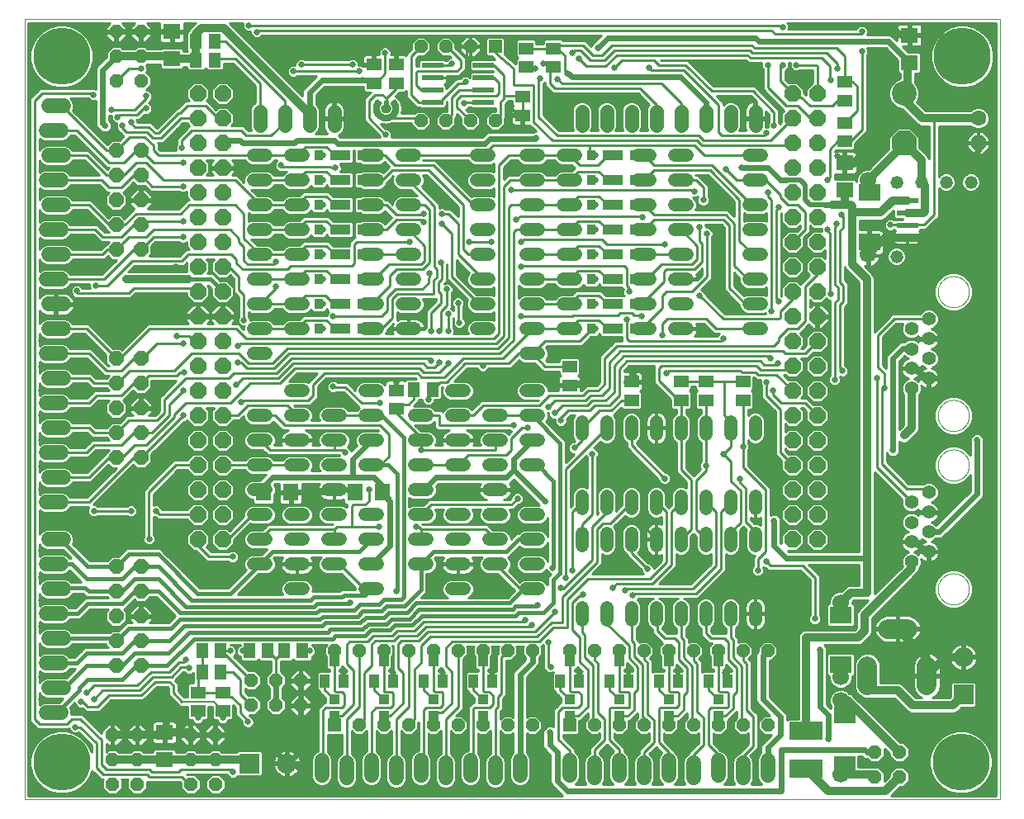
<source format=gtl>
G75*
%MOIN*%
%OFA0B0*%
%FSLAX25Y25*%
%IPPOS*%
%LPD*%
%AMOC8*
5,1,8,0,0,1.08239X$1,22.5*
%
%ADD10C,0.00000*%
%ADD11OC8,0.06600*%
%ADD12C,0.23000*%
%ADD13C,0.07874*%
%ADD14C,0.05600*%
%ADD15R,0.05200X0.05200*%
%ADD16OC8,0.05200*%
%ADD17C,0.05200*%
%ADD18C,0.06000*%
%ADD19R,0.08661X0.02362*%
%ADD20C,0.10000*%
%ADD21OC8,0.10000*%
%ADD22C,0.06693*%
%ADD23R,0.07087X0.06299*%
%ADD24OC8,0.06300*%
%ADD25C,0.06300*%
%ADD26OC8,0.05600*%
%ADD27R,0.05118X0.05906*%
%ADD28R,0.05906X0.05118*%
%ADD29C,0.05600*%
%ADD30C,0.05200*%
%ADD31OC8,0.05937*%
%ADD32R,0.03937X0.05512*%
%ADD33R,0.04331X0.03937*%
%ADD34R,0.13386X0.07480*%
%ADD35R,0.03937X0.04331*%
%ADD36R,0.03740X0.04331*%
%ADD37R,0.02000X0.04000*%
%ADD38R,0.03200X0.01600*%
%ADD39C,0.00500*%
%ADD40R,0.06299X0.07087*%
%ADD41R,0.08000X0.08000*%
%ADD42C,0.08000*%
%ADD43R,0.08661X0.07087*%
%ADD44C,0.02578*%
%ADD45C,0.03200*%
%ADD46C,0.02400*%
%ADD47C,0.02000*%
%ADD48C,0.01000*%
%ADD49C,0.01600*%
%ADD50C,0.01800*%
%ADD51C,0.00800*%
D10*
X0003000Y0106000D02*
X0003000Y0420961D01*
X0396701Y0420961D01*
X0396701Y0106000D01*
X0003000Y0106000D01*
X0371701Y0191000D02*
X0371703Y0191158D01*
X0371709Y0191316D01*
X0371719Y0191474D01*
X0371733Y0191632D01*
X0371751Y0191789D01*
X0371772Y0191946D01*
X0371798Y0192102D01*
X0371828Y0192258D01*
X0371861Y0192413D01*
X0371899Y0192566D01*
X0371940Y0192719D01*
X0371985Y0192871D01*
X0372034Y0193022D01*
X0372087Y0193171D01*
X0372143Y0193319D01*
X0372203Y0193465D01*
X0372267Y0193610D01*
X0372335Y0193753D01*
X0372406Y0193895D01*
X0372480Y0194035D01*
X0372558Y0194172D01*
X0372640Y0194308D01*
X0372724Y0194442D01*
X0372813Y0194573D01*
X0372904Y0194702D01*
X0372999Y0194829D01*
X0373096Y0194954D01*
X0373197Y0195076D01*
X0373301Y0195195D01*
X0373408Y0195312D01*
X0373518Y0195426D01*
X0373631Y0195537D01*
X0373746Y0195646D01*
X0373864Y0195751D01*
X0373985Y0195853D01*
X0374108Y0195953D01*
X0374234Y0196049D01*
X0374362Y0196142D01*
X0374492Y0196232D01*
X0374625Y0196318D01*
X0374760Y0196402D01*
X0374896Y0196481D01*
X0375035Y0196558D01*
X0375176Y0196630D01*
X0375318Y0196700D01*
X0375462Y0196765D01*
X0375608Y0196827D01*
X0375755Y0196885D01*
X0375904Y0196940D01*
X0376054Y0196991D01*
X0376205Y0197038D01*
X0376357Y0197081D01*
X0376510Y0197120D01*
X0376665Y0197156D01*
X0376820Y0197187D01*
X0376976Y0197215D01*
X0377132Y0197239D01*
X0377289Y0197259D01*
X0377447Y0197275D01*
X0377604Y0197287D01*
X0377763Y0197295D01*
X0377921Y0197299D01*
X0378079Y0197299D01*
X0378237Y0197295D01*
X0378396Y0197287D01*
X0378553Y0197275D01*
X0378711Y0197259D01*
X0378868Y0197239D01*
X0379024Y0197215D01*
X0379180Y0197187D01*
X0379335Y0197156D01*
X0379490Y0197120D01*
X0379643Y0197081D01*
X0379795Y0197038D01*
X0379946Y0196991D01*
X0380096Y0196940D01*
X0380245Y0196885D01*
X0380392Y0196827D01*
X0380538Y0196765D01*
X0380682Y0196700D01*
X0380824Y0196630D01*
X0380965Y0196558D01*
X0381104Y0196481D01*
X0381240Y0196402D01*
X0381375Y0196318D01*
X0381508Y0196232D01*
X0381638Y0196142D01*
X0381766Y0196049D01*
X0381892Y0195953D01*
X0382015Y0195853D01*
X0382136Y0195751D01*
X0382254Y0195646D01*
X0382369Y0195537D01*
X0382482Y0195426D01*
X0382592Y0195312D01*
X0382699Y0195195D01*
X0382803Y0195076D01*
X0382904Y0194954D01*
X0383001Y0194829D01*
X0383096Y0194702D01*
X0383187Y0194573D01*
X0383276Y0194442D01*
X0383360Y0194308D01*
X0383442Y0194172D01*
X0383520Y0194035D01*
X0383594Y0193895D01*
X0383665Y0193753D01*
X0383733Y0193610D01*
X0383797Y0193465D01*
X0383857Y0193319D01*
X0383913Y0193171D01*
X0383966Y0193022D01*
X0384015Y0192871D01*
X0384060Y0192719D01*
X0384101Y0192566D01*
X0384139Y0192413D01*
X0384172Y0192258D01*
X0384202Y0192102D01*
X0384228Y0191946D01*
X0384249Y0191789D01*
X0384267Y0191632D01*
X0384281Y0191474D01*
X0384291Y0191316D01*
X0384297Y0191158D01*
X0384299Y0191000D01*
X0384297Y0190842D01*
X0384291Y0190684D01*
X0384281Y0190526D01*
X0384267Y0190368D01*
X0384249Y0190211D01*
X0384228Y0190054D01*
X0384202Y0189898D01*
X0384172Y0189742D01*
X0384139Y0189587D01*
X0384101Y0189434D01*
X0384060Y0189281D01*
X0384015Y0189129D01*
X0383966Y0188978D01*
X0383913Y0188829D01*
X0383857Y0188681D01*
X0383797Y0188535D01*
X0383733Y0188390D01*
X0383665Y0188247D01*
X0383594Y0188105D01*
X0383520Y0187965D01*
X0383442Y0187828D01*
X0383360Y0187692D01*
X0383276Y0187558D01*
X0383187Y0187427D01*
X0383096Y0187298D01*
X0383001Y0187171D01*
X0382904Y0187046D01*
X0382803Y0186924D01*
X0382699Y0186805D01*
X0382592Y0186688D01*
X0382482Y0186574D01*
X0382369Y0186463D01*
X0382254Y0186354D01*
X0382136Y0186249D01*
X0382015Y0186147D01*
X0381892Y0186047D01*
X0381766Y0185951D01*
X0381638Y0185858D01*
X0381508Y0185768D01*
X0381375Y0185682D01*
X0381240Y0185598D01*
X0381104Y0185519D01*
X0380965Y0185442D01*
X0380824Y0185370D01*
X0380682Y0185300D01*
X0380538Y0185235D01*
X0380392Y0185173D01*
X0380245Y0185115D01*
X0380096Y0185060D01*
X0379946Y0185009D01*
X0379795Y0184962D01*
X0379643Y0184919D01*
X0379490Y0184880D01*
X0379335Y0184844D01*
X0379180Y0184813D01*
X0379024Y0184785D01*
X0378868Y0184761D01*
X0378711Y0184741D01*
X0378553Y0184725D01*
X0378396Y0184713D01*
X0378237Y0184705D01*
X0378079Y0184701D01*
X0377921Y0184701D01*
X0377763Y0184705D01*
X0377604Y0184713D01*
X0377447Y0184725D01*
X0377289Y0184741D01*
X0377132Y0184761D01*
X0376976Y0184785D01*
X0376820Y0184813D01*
X0376665Y0184844D01*
X0376510Y0184880D01*
X0376357Y0184919D01*
X0376205Y0184962D01*
X0376054Y0185009D01*
X0375904Y0185060D01*
X0375755Y0185115D01*
X0375608Y0185173D01*
X0375462Y0185235D01*
X0375318Y0185300D01*
X0375176Y0185370D01*
X0375035Y0185442D01*
X0374896Y0185519D01*
X0374760Y0185598D01*
X0374625Y0185682D01*
X0374492Y0185768D01*
X0374362Y0185858D01*
X0374234Y0185951D01*
X0374108Y0186047D01*
X0373985Y0186147D01*
X0373864Y0186249D01*
X0373746Y0186354D01*
X0373631Y0186463D01*
X0373518Y0186574D01*
X0373408Y0186688D01*
X0373301Y0186805D01*
X0373197Y0186924D01*
X0373096Y0187046D01*
X0372999Y0187171D01*
X0372904Y0187298D01*
X0372813Y0187427D01*
X0372724Y0187558D01*
X0372640Y0187692D01*
X0372558Y0187828D01*
X0372480Y0187965D01*
X0372406Y0188105D01*
X0372335Y0188247D01*
X0372267Y0188390D01*
X0372203Y0188535D01*
X0372143Y0188681D01*
X0372087Y0188829D01*
X0372034Y0188978D01*
X0371985Y0189129D01*
X0371940Y0189281D01*
X0371899Y0189434D01*
X0371861Y0189587D01*
X0371828Y0189742D01*
X0371798Y0189898D01*
X0371772Y0190054D01*
X0371751Y0190211D01*
X0371733Y0190368D01*
X0371719Y0190526D01*
X0371709Y0190684D01*
X0371703Y0190842D01*
X0371701Y0191000D01*
X0371701Y0241000D02*
X0371703Y0241158D01*
X0371709Y0241316D01*
X0371719Y0241474D01*
X0371733Y0241632D01*
X0371751Y0241789D01*
X0371772Y0241946D01*
X0371798Y0242102D01*
X0371828Y0242258D01*
X0371861Y0242413D01*
X0371899Y0242566D01*
X0371940Y0242719D01*
X0371985Y0242871D01*
X0372034Y0243022D01*
X0372087Y0243171D01*
X0372143Y0243319D01*
X0372203Y0243465D01*
X0372267Y0243610D01*
X0372335Y0243753D01*
X0372406Y0243895D01*
X0372480Y0244035D01*
X0372558Y0244172D01*
X0372640Y0244308D01*
X0372724Y0244442D01*
X0372813Y0244573D01*
X0372904Y0244702D01*
X0372999Y0244829D01*
X0373096Y0244954D01*
X0373197Y0245076D01*
X0373301Y0245195D01*
X0373408Y0245312D01*
X0373518Y0245426D01*
X0373631Y0245537D01*
X0373746Y0245646D01*
X0373864Y0245751D01*
X0373985Y0245853D01*
X0374108Y0245953D01*
X0374234Y0246049D01*
X0374362Y0246142D01*
X0374492Y0246232D01*
X0374625Y0246318D01*
X0374760Y0246402D01*
X0374896Y0246481D01*
X0375035Y0246558D01*
X0375176Y0246630D01*
X0375318Y0246700D01*
X0375462Y0246765D01*
X0375608Y0246827D01*
X0375755Y0246885D01*
X0375904Y0246940D01*
X0376054Y0246991D01*
X0376205Y0247038D01*
X0376357Y0247081D01*
X0376510Y0247120D01*
X0376665Y0247156D01*
X0376820Y0247187D01*
X0376976Y0247215D01*
X0377132Y0247239D01*
X0377289Y0247259D01*
X0377447Y0247275D01*
X0377604Y0247287D01*
X0377763Y0247295D01*
X0377921Y0247299D01*
X0378079Y0247299D01*
X0378237Y0247295D01*
X0378396Y0247287D01*
X0378553Y0247275D01*
X0378711Y0247259D01*
X0378868Y0247239D01*
X0379024Y0247215D01*
X0379180Y0247187D01*
X0379335Y0247156D01*
X0379490Y0247120D01*
X0379643Y0247081D01*
X0379795Y0247038D01*
X0379946Y0246991D01*
X0380096Y0246940D01*
X0380245Y0246885D01*
X0380392Y0246827D01*
X0380538Y0246765D01*
X0380682Y0246700D01*
X0380824Y0246630D01*
X0380965Y0246558D01*
X0381104Y0246481D01*
X0381240Y0246402D01*
X0381375Y0246318D01*
X0381508Y0246232D01*
X0381638Y0246142D01*
X0381766Y0246049D01*
X0381892Y0245953D01*
X0382015Y0245853D01*
X0382136Y0245751D01*
X0382254Y0245646D01*
X0382369Y0245537D01*
X0382482Y0245426D01*
X0382592Y0245312D01*
X0382699Y0245195D01*
X0382803Y0245076D01*
X0382904Y0244954D01*
X0383001Y0244829D01*
X0383096Y0244702D01*
X0383187Y0244573D01*
X0383276Y0244442D01*
X0383360Y0244308D01*
X0383442Y0244172D01*
X0383520Y0244035D01*
X0383594Y0243895D01*
X0383665Y0243753D01*
X0383733Y0243610D01*
X0383797Y0243465D01*
X0383857Y0243319D01*
X0383913Y0243171D01*
X0383966Y0243022D01*
X0384015Y0242871D01*
X0384060Y0242719D01*
X0384101Y0242566D01*
X0384139Y0242413D01*
X0384172Y0242258D01*
X0384202Y0242102D01*
X0384228Y0241946D01*
X0384249Y0241789D01*
X0384267Y0241632D01*
X0384281Y0241474D01*
X0384291Y0241316D01*
X0384297Y0241158D01*
X0384299Y0241000D01*
X0384297Y0240842D01*
X0384291Y0240684D01*
X0384281Y0240526D01*
X0384267Y0240368D01*
X0384249Y0240211D01*
X0384228Y0240054D01*
X0384202Y0239898D01*
X0384172Y0239742D01*
X0384139Y0239587D01*
X0384101Y0239434D01*
X0384060Y0239281D01*
X0384015Y0239129D01*
X0383966Y0238978D01*
X0383913Y0238829D01*
X0383857Y0238681D01*
X0383797Y0238535D01*
X0383733Y0238390D01*
X0383665Y0238247D01*
X0383594Y0238105D01*
X0383520Y0237965D01*
X0383442Y0237828D01*
X0383360Y0237692D01*
X0383276Y0237558D01*
X0383187Y0237427D01*
X0383096Y0237298D01*
X0383001Y0237171D01*
X0382904Y0237046D01*
X0382803Y0236924D01*
X0382699Y0236805D01*
X0382592Y0236688D01*
X0382482Y0236574D01*
X0382369Y0236463D01*
X0382254Y0236354D01*
X0382136Y0236249D01*
X0382015Y0236147D01*
X0381892Y0236047D01*
X0381766Y0235951D01*
X0381638Y0235858D01*
X0381508Y0235768D01*
X0381375Y0235682D01*
X0381240Y0235598D01*
X0381104Y0235519D01*
X0380965Y0235442D01*
X0380824Y0235370D01*
X0380682Y0235300D01*
X0380538Y0235235D01*
X0380392Y0235173D01*
X0380245Y0235115D01*
X0380096Y0235060D01*
X0379946Y0235009D01*
X0379795Y0234962D01*
X0379643Y0234919D01*
X0379490Y0234880D01*
X0379335Y0234844D01*
X0379180Y0234813D01*
X0379024Y0234785D01*
X0378868Y0234761D01*
X0378711Y0234741D01*
X0378553Y0234725D01*
X0378396Y0234713D01*
X0378237Y0234705D01*
X0378079Y0234701D01*
X0377921Y0234701D01*
X0377763Y0234705D01*
X0377604Y0234713D01*
X0377447Y0234725D01*
X0377289Y0234741D01*
X0377132Y0234761D01*
X0376976Y0234785D01*
X0376820Y0234813D01*
X0376665Y0234844D01*
X0376510Y0234880D01*
X0376357Y0234919D01*
X0376205Y0234962D01*
X0376054Y0235009D01*
X0375904Y0235060D01*
X0375755Y0235115D01*
X0375608Y0235173D01*
X0375462Y0235235D01*
X0375318Y0235300D01*
X0375176Y0235370D01*
X0375035Y0235442D01*
X0374896Y0235519D01*
X0374760Y0235598D01*
X0374625Y0235682D01*
X0374492Y0235768D01*
X0374362Y0235858D01*
X0374234Y0235951D01*
X0374108Y0236047D01*
X0373985Y0236147D01*
X0373864Y0236249D01*
X0373746Y0236354D01*
X0373631Y0236463D01*
X0373518Y0236574D01*
X0373408Y0236688D01*
X0373301Y0236805D01*
X0373197Y0236924D01*
X0373096Y0237046D01*
X0372999Y0237171D01*
X0372904Y0237298D01*
X0372813Y0237427D01*
X0372724Y0237558D01*
X0372640Y0237692D01*
X0372558Y0237828D01*
X0372480Y0237965D01*
X0372406Y0238105D01*
X0372335Y0238247D01*
X0372267Y0238390D01*
X0372203Y0238535D01*
X0372143Y0238681D01*
X0372087Y0238829D01*
X0372034Y0238978D01*
X0371985Y0239129D01*
X0371940Y0239281D01*
X0371899Y0239434D01*
X0371861Y0239587D01*
X0371828Y0239742D01*
X0371798Y0239898D01*
X0371772Y0240054D01*
X0371751Y0240211D01*
X0371733Y0240368D01*
X0371719Y0240526D01*
X0371709Y0240684D01*
X0371703Y0240842D01*
X0371701Y0241000D01*
X0371701Y0261000D02*
X0371703Y0261158D01*
X0371709Y0261316D01*
X0371719Y0261474D01*
X0371733Y0261632D01*
X0371751Y0261789D01*
X0371772Y0261946D01*
X0371798Y0262102D01*
X0371828Y0262258D01*
X0371861Y0262413D01*
X0371899Y0262566D01*
X0371940Y0262719D01*
X0371985Y0262871D01*
X0372034Y0263022D01*
X0372087Y0263171D01*
X0372143Y0263319D01*
X0372203Y0263465D01*
X0372267Y0263610D01*
X0372335Y0263753D01*
X0372406Y0263895D01*
X0372480Y0264035D01*
X0372558Y0264172D01*
X0372640Y0264308D01*
X0372724Y0264442D01*
X0372813Y0264573D01*
X0372904Y0264702D01*
X0372999Y0264829D01*
X0373096Y0264954D01*
X0373197Y0265076D01*
X0373301Y0265195D01*
X0373408Y0265312D01*
X0373518Y0265426D01*
X0373631Y0265537D01*
X0373746Y0265646D01*
X0373864Y0265751D01*
X0373985Y0265853D01*
X0374108Y0265953D01*
X0374234Y0266049D01*
X0374362Y0266142D01*
X0374492Y0266232D01*
X0374625Y0266318D01*
X0374760Y0266402D01*
X0374896Y0266481D01*
X0375035Y0266558D01*
X0375176Y0266630D01*
X0375318Y0266700D01*
X0375462Y0266765D01*
X0375608Y0266827D01*
X0375755Y0266885D01*
X0375904Y0266940D01*
X0376054Y0266991D01*
X0376205Y0267038D01*
X0376357Y0267081D01*
X0376510Y0267120D01*
X0376665Y0267156D01*
X0376820Y0267187D01*
X0376976Y0267215D01*
X0377132Y0267239D01*
X0377289Y0267259D01*
X0377447Y0267275D01*
X0377604Y0267287D01*
X0377763Y0267295D01*
X0377921Y0267299D01*
X0378079Y0267299D01*
X0378237Y0267295D01*
X0378396Y0267287D01*
X0378553Y0267275D01*
X0378711Y0267259D01*
X0378868Y0267239D01*
X0379024Y0267215D01*
X0379180Y0267187D01*
X0379335Y0267156D01*
X0379490Y0267120D01*
X0379643Y0267081D01*
X0379795Y0267038D01*
X0379946Y0266991D01*
X0380096Y0266940D01*
X0380245Y0266885D01*
X0380392Y0266827D01*
X0380538Y0266765D01*
X0380682Y0266700D01*
X0380824Y0266630D01*
X0380965Y0266558D01*
X0381104Y0266481D01*
X0381240Y0266402D01*
X0381375Y0266318D01*
X0381508Y0266232D01*
X0381638Y0266142D01*
X0381766Y0266049D01*
X0381892Y0265953D01*
X0382015Y0265853D01*
X0382136Y0265751D01*
X0382254Y0265646D01*
X0382369Y0265537D01*
X0382482Y0265426D01*
X0382592Y0265312D01*
X0382699Y0265195D01*
X0382803Y0265076D01*
X0382904Y0264954D01*
X0383001Y0264829D01*
X0383096Y0264702D01*
X0383187Y0264573D01*
X0383276Y0264442D01*
X0383360Y0264308D01*
X0383442Y0264172D01*
X0383520Y0264035D01*
X0383594Y0263895D01*
X0383665Y0263753D01*
X0383733Y0263610D01*
X0383797Y0263465D01*
X0383857Y0263319D01*
X0383913Y0263171D01*
X0383966Y0263022D01*
X0384015Y0262871D01*
X0384060Y0262719D01*
X0384101Y0262566D01*
X0384139Y0262413D01*
X0384172Y0262258D01*
X0384202Y0262102D01*
X0384228Y0261946D01*
X0384249Y0261789D01*
X0384267Y0261632D01*
X0384281Y0261474D01*
X0384291Y0261316D01*
X0384297Y0261158D01*
X0384299Y0261000D01*
X0384297Y0260842D01*
X0384291Y0260684D01*
X0384281Y0260526D01*
X0384267Y0260368D01*
X0384249Y0260211D01*
X0384228Y0260054D01*
X0384202Y0259898D01*
X0384172Y0259742D01*
X0384139Y0259587D01*
X0384101Y0259434D01*
X0384060Y0259281D01*
X0384015Y0259129D01*
X0383966Y0258978D01*
X0383913Y0258829D01*
X0383857Y0258681D01*
X0383797Y0258535D01*
X0383733Y0258390D01*
X0383665Y0258247D01*
X0383594Y0258105D01*
X0383520Y0257965D01*
X0383442Y0257828D01*
X0383360Y0257692D01*
X0383276Y0257558D01*
X0383187Y0257427D01*
X0383096Y0257298D01*
X0383001Y0257171D01*
X0382904Y0257046D01*
X0382803Y0256924D01*
X0382699Y0256805D01*
X0382592Y0256688D01*
X0382482Y0256574D01*
X0382369Y0256463D01*
X0382254Y0256354D01*
X0382136Y0256249D01*
X0382015Y0256147D01*
X0381892Y0256047D01*
X0381766Y0255951D01*
X0381638Y0255858D01*
X0381508Y0255768D01*
X0381375Y0255682D01*
X0381240Y0255598D01*
X0381104Y0255519D01*
X0380965Y0255442D01*
X0380824Y0255370D01*
X0380682Y0255300D01*
X0380538Y0255235D01*
X0380392Y0255173D01*
X0380245Y0255115D01*
X0380096Y0255060D01*
X0379946Y0255009D01*
X0379795Y0254962D01*
X0379643Y0254919D01*
X0379490Y0254880D01*
X0379335Y0254844D01*
X0379180Y0254813D01*
X0379024Y0254785D01*
X0378868Y0254761D01*
X0378711Y0254741D01*
X0378553Y0254725D01*
X0378396Y0254713D01*
X0378237Y0254705D01*
X0378079Y0254701D01*
X0377921Y0254701D01*
X0377763Y0254705D01*
X0377604Y0254713D01*
X0377447Y0254725D01*
X0377289Y0254741D01*
X0377132Y0254761D01*
X0376976Y0254785D01*
X0376820Y0254813D01*
X0376665Y0254844D01*
X0376510Y0254880D01*
X0376357Y0254919D01*
X0376205Y0254962D01*
X0376054Y0255009D01*
X0375904Y0255060D01*
X0375755Y0255115D01*
X0375608Y0255173D01*
X0375462Y0255235D01*
X0375318Y0255300D01*
X0375176Y0255370D01*
X0375035Y0255442D01*
X0374896Y0255519D01*
X0374760Y0255598D01*
X0374625Y0255682D01*
X0374492Y0255768D01*
X0374362Y0255858D01*
X0374234Y0255951D01*
X0374108Y0256047D01*
X0373985Y0256147D01*
X0373864Y0256249D01*
X0373746Y0256354D01*
X0373631Y0256463D01*
X0373518Y0256574D01*
X0373408Y0256688D01*
X0373301Y0256805D01*
X0373197Y0256924D01*
X0373096Y0257046D01*
X0372999Y0257171D01*
X0372904Y0257298D01*
X0372813Y0257427D01*
X0372724Y0257558D01*
X0372640Y0257692D01*
X0372558Y0257828D01*
X0372480Y0257965D01*
X0372406Y0258105D01*
X0372335Y0258247D01*
X0372267Y0258390D01*
X0372203Y0258535D01*
X0372143Y0258681D01*
X0372087Y0258829D01*
X0372034Y0258978D01*
X0371985Y0259129D01*
X0371940Y0259281D01*
X0371899Y0259434D01*
X0371861Y0259587D01*
X0371828Y0259742D01*
X0371798Y0259898D01*
X0371772Y0260054D01*
X0371751Y0260211D01*
X0371733Y0260368D01*
X0371719Y0260526D01*
X0371709Y0260684D01*
X0371703Y0260842D01*
X0371701Y0261000D01*
X0371701Y0311000D02*
X0371703Y0311158D01*
X0371709Y0311316D01*
X0371719Y0311474D01*
X0371733Y0311632D01*
X0371751Y0311789D01*
X0371772Y0311946D01*
X0371798Y0312102D01*
X0371828Y0312258D01*
X0371861Y0312413D01*
X0371899Y0312566D01*
X0371940Y0312719D01*
X0371985Y0312871D01*
X0372034Y0313022D01*
X0372087Y0313171D01*
X0372143Y0313319D01*
X0372203Y0313465D01*
X0372267Y0313610D01*
X0372335Y0313753D01*
X0372406Y0313895D01*
X0372480Y0314035D01*
X0372558Y0314172D01*
X0372640Y0314308D01*
X0372724Y0314442D01*
X0372813Y0314573D01*
X0372904Y0314702D01*
X0372999Y0314829D01*
X0373096Y0314954D01*
X0373197Y0315076D01*
X0373301Y0315195D01*
X0373408Y0315312D01*
X0373518Y0315426D01*
X0373631Y0315537D01*
X0373746Y0315646D01*
X0373864Y0315751D01*
X0373985Y0315853D01*
X0374108Y0315953D01*
X0374234Y0316049D01*
X0374362Y0316142D01*
X0374492Y0316232D01*
X0374625Y0316318D01*
X0374760Y0316402D01*
X0374896Y0316481D01*
X0375035Y0316558D01*
X0375176Y0316630D01*
X0375318Y0316700D01*
X0375462Y0316765D01*
X0375608Y0316827D01*
X0375755Y0316885D01*
X0375904Y0316940D01*
X0376054Y0316991D01*
X0376205Y0317038D01*
X0376357Y0317081D01*
X0376510Y0317120D01*
X0376665Y0317156D01*
X0376820Y0317187D01*
X0376976Y0317215D01*
X0377132Y0317239D01*
X0377289Y0317259D01*
X0377447Y0317275D01*
X0377604Y0317287D01*
X0377763Y0317295D01*
X0377921Y0317299D01*
X0378079Y0317299D01*
X0378237Y0317295D01*
X0378396Y0317287D01*
X0378553Y0317275D01*
X0378711Y0317259D01*
X0378868Y0317239D01*
X0379024Y0317215D01*
X0379180Y0317187D01*
X0379335Y0317156D01*
X0379490Y0317120D01*
X0379643Y0317081D01*
X0379795Y0317038D01*
X0379946Y0316991D01*
X0380096Y0316940D01*
X0380245Y0316885D01*
X0380392Y0316827D01*
X0380538Y0316765D01*
X0380682Y0316700D01*
X0380824Y0316630D01*
X0380965Y0316558D01*
X0381104Y0316481D01*
X0381240Y0316402D01*
X0381375Y0316318D01*
X0381508Y0316232D01*
X0381638Y0316142D01*
X0381766Y0316049D01*
X0381892Y0315953D01*
X0382015Y0315853D01*
X0382136Y0315751D01*
X0382254Y0315646D01*
X0382369Y0315537D01*
X0382482Y0315426D01*
X0382592Y0315312D01*
X0382699Y0315195D01*
X0382803Y0315076D01*
X0382904Y0314954D01*
X0383001Y0314829D01*
X0383096Y0314702D01*
X0383187Y0314573D01*
X0383276Y0314442D01*
X0383360Y0314308D01*
X0383442Y0314172D01*
X0383520Y0314035D01*
X0383594Y0313895D01*
X0383665Y0313753D01*
X0383733Y0313610D01*
X0383797Y0313465D01*
X0383857Y0313319D01*
X0383913Y0313171D01*
X0383966Y0313022D01*
X0384015Y0312871D01*
X0384060Y0312719D01*
X0384101Y0312566D01*
X0384139Y0312413D01*
X0384172Y0312258D01*
X0384202Y0312102D01*
X0384228Y0311946D01*
X0384249Y0311789D01*
X0384267Y0311632D01*
X0384281Y0311474D01*
X0384291Y0311316D01*
X0384297Y0311158D01*
X0384299Y0311000D01*
X0384297Y0310842D01*
X0384291Y0310684D01*
X0384281Y0310526D01*
X0384267Y0310368D01*
X0384249Y0310211D01*
X0384228Y0310054D01*
X0384202Y0309898D01*
X0384172Y0309742D01*
X0384139Y0309587D01*
X0384101Y0309434D01*
X0384060Y0309281D01*
X0384015Y0309129D01*
X0383966Y0308978D01*
X0383913Y0308829D01*
X0383857Y0308681D01*
X0383797Y0308535D01*
X0383733Y0308390D01*
X0383665Y0308247D01*
X0383594Y0308105D01*
X0383520Y0307965D01*
X0383442Y0307828D01*
X0383360Y0307692D01*
X0383276Y0307558D01*
X0383187Y0307427D01*
X0383096Y0307298D01*
X0383001Y0307171D01*
X0382904Y0307046D01*
X0382803Y0306924D01*
X0382699Y0306805D01*
X0382592Y0306688D01*
X0382482Y0306574D01*
X0382369Y0306463D01*
X0382254Y0306354D01*
X0382136Y0306249D01*
X0382015Y0306147D01*
X0381892Y0306047D01*
X0381766Y0305951D01*
X0381638Y0305858D01*
X0381508Y0305768D01*
X0381375Y0305682D01*
X0381240Y0305598D01*
X0381104Y0305519D01*
X0380965Y0305442D01*
X0380824Y0305370D01*
X0380682Y0305300D01*
X0380538Y0305235D01*
X0380392Y0305173D01*
X0380245Y0305115D01*
X0380096Y0305060D01*
X0379946Y0305009D01*
X0379795Y0304962D01*
X0379643Y0304919D01*
X0379490Y0304880D01*
X0379335Y0304844D01*
X0379180Y0304813D01*
X0379024Y0304785D01*
X0378868Y0304761D01*
X0378711Y0304741D01*
X0378553Y0304725D01*
X0378396Y0304713D01*
X0378237Y0304705D01*
X0378079Y0304701D01*
X0377921Y0304701D01*
X0377763Y0304705D01*
X0377604Y0304713D01*
X0377447Y0304725D01*
X0377289Y0304741D01*
X0377132Y0304761D01*
X0376976Y0304785D01*
X0376820Y0304813D01*
X0376665Y0304844D01*
X0376510Y0304880D01*
X0376357Y0304919D01*
X0376205Y0304962D01*
X0376054Y0305009D01*
X0375904Y0305060D01*
X0375755Y0305115D01*
X0375608Y0305173D01*
X0375462Y0305235D01*
X0375318Y0305300D01*
X0375176Y0305370D01*
X0375035Y0305442D01*
X0374896Y0305519D01*
X0374760Y0305598D01*
X0374625Y0305682D01*
X0374492Y0305768D01*
X0374362Y0305858D01*
X0374234Y0305951D01*
X0374108Y0306047D01*
X0373985Y0306147D01*
X0373864Y0306249D01*
X0373746Y0306354D01*
X0373631Y0306463D01*
X0373518Y0306574D01*
X0373408Y0306688D01*
X0373301Y0306805D01*
X0373197Y0306924D01*
X0373096Y0307046D01*
X0372999Y0307171D01*
X0372904Y0307298D01*
X0372813Y0307427D01*
X0372724Y0307558D01*
X0372640Y0307692D01*
X0372558Y0307828D01*
X0372480Y0307965D01*
X0372406Y0308105D01*
X0372335Y0308247D01*
X0372267Y0308390D01*
X0372203Y0308535D01*
X0372143Y0308681D01*
X0372087Y0308829D01*
X0372034Y0308978D01*
X0371985Y0309129D01*
X0371940Y0309281D01*
X0371899Y0309434D01*
X0371861Y0309587D01*
X0371828Y0309742D01*
X0371798Y0309898D01*
X0371772Y0310054D01*
X0371751Y0310211D01*
X0371733Y0310368D01*
X0371719Y0310526D01*
X0371709Y0310684D01*
X0371703Y0310842D01*
X0371701Y0311000D01*
D11*
X0323000Y0311000D03*
X0323000Y0301000D03*
X0323000Y0291000D03*
X0323000Y0281000D03*
X0323000Y0271000D03*
X0323000Y0261000D03*
X0323000Y0251000D03*
X0323000Y0241000D03*
X0323000Y0231000D03*
X0323000Y0221000D03*
X0323000Y0211000D03*
X0313000Y0211000D03*
X0313000Y0221000D03*
X0313000Y0231000D03*
X0313000Y0241000D03*
X0313000Y0251000D03*
X0313000Y0261000D03*
X0313000Y0271000D03*
X0313000Y0281000D03*
X0313000Y0291000D03*
X0313000Y0301000D03*
X0313000Y0311000D03*
X0313000Y0321000D03*
X0313000Y0331000D03*
X0313000Y0341000D03*
X0313000Y0351000D03*
X0313000Y0361000D03*
X0313000Y0371000D03*
X0313000Y0381000D03*
X0313000Y0391000D03*
X0323000Y0391000D03*
X0323000Y0381000D03*
X0323000Y0371000D03*
X0323000Y0361000D03*
X0323000Y0351000D03*
X0323000Y0341000D03*
X0323000Y0331000D03*
X0323000Y0321000D03*
X0083000Y0321000D03*
X0083000Y0311000D03*
X0083000Y0301000D03*
X0083000Y0291000D03*
X0083000Y0281000D03*
X0083000Y0271000D03*
X0083000Y0261000D03*
X0083000Y0251000D03*
X0083000Y0241000D03*
X0083000Y0231000D03*
X0083000Y0221000D03*
X0083000Y0211000D03*
X0073000Y0211000D03*
X0073000Y0221000D03*
X0073000Y0231000D03*
X0073000Y0241000D03*
X0073000Y0251000D03*
X0073000Y0261000D03*
X0073000Y0271000D03*
X0073000Y0281000D03*
X0073000Y0291000D03*
X0073000Y0301000D03*
X0073000Y0311000D03*
X0073000Y0321000D03*
X0073000Y0331000D03*
X0073000Y0341000D03*
X0073000Y0351000D03*
X0073000Y0361000D03*
X0073000Y0371000D03*
X0073000Y0381000D03*
X0073000Y0391000D03*
X0083000Y0391000D03*
X0083000Y0381000D03*
X0083000Y0371000D03*
X0083000Y0361000D03*
X0083000Y0351000D03*
X0083000Y0341000D03*
X0083000Y0331000D03*
D12*
X0018000Y0406000D03*
X0018000Y0121000D03*
X0381000Y0121000D03*
X0381500Y0406000D03*
D13*
X0359437Y0174898D02*
X0351563Y0174898D01*
X0343295Y0159937D02*
X0343295Y0152063D01*
X0367311Y0152063D02*
X0367311Y0159937D01*
D14*
X0360992Y0202004D03*
X0360992Y0210035D03*
X0360992Y0217949D03*
X0360992Y0225980D03*
X0368000Y0221965D03*
X0368000Y0214051D03*
X0368000Y0206020D03*
X0368000Y0229996D03*
X0360992Y0272004D03*
X0360992Y0280035D03*
X0360992Y0287949D03*
X0368000Y0284051D03*
X0368000Y0276020D03*
X0368000Y0291965D03*
X0368000Y0299996D03*
X0360992Y0295980D03*
D15*
X0223000Y0136000D03*
X0128000Y0136000D03*
X0193000Y0410000D03*
D16*
X0183000Y0410000D03*
X0173000Y0410000D03*
X0163000Y0410000D03*
X0163000Y0380000D03*
X0173000Y0380000D03*
X0183000Y0380000D03*
X0193000Y0380000D03*
X0188000Y0166000D03*
X0198000Y0166000D03*
X0208000Y0166000D03*
X0223000Y0166000D03*
X0233000Y0166000D03*
X0243000Y0166000D03*
X0253000Y0166000D03*
X0263000Y0166000D03*
X0273000Y0166000D03*
X0283000Y0166000D03*
X0293000Y0166000D03*
X0303000Y0166000D03*
X0303000Y0136000D03*
X0293000Y0136000D03*
X0283000Y0136000D03*
X0273000Y0136000D03*
X0263000Y0136000D03*
X0253000Y0136000D03*
X0243000Y0136000D03*
X0233000Y0136000D03*
X0208000Y0136000D03*
X0198000Y0136000D03*
X0188000Y0136000D03*
X0178000Y0136000D03*
X0168000Y0136000D03*
X0158000Y0136000D03*
X0148000Y0136000D03*
X0138000Y0136000D03*
X0138000Y0166000D03*
X0128000Y0166000D03*
X0148000Y0166000D03*
X0158000Y0166000D03*
X0168000Y0166000D03*
X0178000Y0166000D03*
D17*
X0180600Y0191000D02*
X0175400Y0191000D01*
X0175400Y0201000D02*
X0180600Y0201000D01*
X0190400Y0201000D02*
X0195600Y0201000D01*
X0195600Y0211000D02*
X0190400Y0211000D01*
X0180600Y0211000D02*
X0175400Y0211000D01*
X0165600Y0211000D02*
X0160400Y0211000D01*
X0160400Y0201000D02*
X0165600Y0201000D01*
X0165600Y0221000D02*
X0160400Y0221000D01*
X0160400Y0231000D02*
X0165600Y0231000D01*
X0165600Y0241000D02*
X0160400Y0241000D01*
X0160400Y0251000D02*
X0165600Y0251000D01*
X0175400Y0251000D02*
X0180600Y0251000D01*
X0190400Y0251000D02*
X0195600Y0251000D01*
X0195600Y0241000D02*
X0190400Y0241000D01*
X0180600Y0241000D02*
X0175400Y0241000D01*
X0190400Y0231000D02*
X0195600Y0231000D01*
X0195600Y0221000D02*
X0190400Y0221000D01*
X0180600Y0221000D02*
X0175400Y0221000D01*
X0145600Y0221000D02*
X0140400Y0221000D01*
X0140400Y0211000D02*
X0145600Y0211000D01*
X0145600Y0201000D02*
X0140400Y0201000D01*
X0140400Y0191000D02*
X0145600Y0191000D01*
X0130600Y0201000D02*
X0125400Y0201000D01*
X0125400Y0211000D02*
X0130600Y0211000D01*
X0130600Y0221000D02*
X0125400Y0221000D01*
X0125400Y0231000D02*
X0130600Y0231000D01*
X0130600Y0241000D02*
X0125400Y0241000D01*
X0125400Y0251000D02*
X0130600Y0251000D01*
X0130600Y0261000D02*
X0125400Y0261000D01*
X0115600Y0261000D02*
X0110400Y0261000D01*
X0100600Y0261000D02*
X0095400Y0261000D01*
X0095400Y0251000D02*
X0100600Y0251000D01*
X0110400Y0251000D02*
X0115600Y0251000D01*
X0115600Y0241000D02*
X0110400Y0241000D01*
X0100600Y0241000D02*
X0095400Y0241000D01*
X0095400Y0231000D02*
X0100600Y0231000D01*
X0100600Y0221000D02*
X0095400Y0221000D01*
X0095400Y0211000D02*
X0100600Y0211000D01*
X0110400Y0211000D02*
X0115600Y0211000D01*
X0115600Y0201000D02*
X0110400Y0201000D01*
X0100600Y0201000D02*
X0095400Y0201000D01*
X0110400Y0191000D02*
X0115600Y0191000D01*
X0115600Y0221000D02*
X0110400Y0221000D01*
X0140400Y0241000D02*
X0145600Y0241000D01*
X0145600Y0251000D02*
X0140400Y0251000D01*
X0140400Y0261000D02*
X0145600Y0261000D01*
X0145600Y0271000D02*
X0140400Y0271000D01*
X0160400Y0261000D02*
X0165600Y0261000D01*
X0175400Y0261000D02*
X0180600Y0261000D01*
X0190400Y0261000D02*
X0195600Y0261000D01*
X0205400Y0261000D02*
X0210600Y0261000D01*
X0210600Y0251000D02*
X0205400Y0251000D01*
X0205400Y0241000D02*
X0210600Y0241000D01*
X0210600Y0221000D02*
X0205400Y0221000D01*
X0205400Y0211000D02*
X0210600Y0211000D01*
X0210600Y0201000D02*
X0205400Y0201000D01*
X0205400Y0191000D02*
X0210600Y0191000D01*
X0228000Y0183600D02*
X0228000Y0178400D01*
X0238000Y0178400D02*
X0238000Y0183600D01*
X0248000Y0183600D02*
X0248000Y0178400D01*
X0258000Y0178400D02*
X0258000Y0183600D01*
X0268000Y0183600D02*
X0268000Y0178400D01*
X0278000Y0178400D02*
X0278000Y0183600D01*
X0288000Y0183600D02*
X0288000Y0178400D01*
X0298000Y0178400D02*
X0298000Y0183600D01*
X0298000Y0208400D02*
X0298000Y0213600D01*
X0298000Y0223400D02*
X0298000Y0228600D01*
X0288000Y0228600D02*
X0288000Y0223400D01*
X0288000Y0213600D02*
X0288000Y0208400D01*
X0278000Y0208400D02*
X0278000Y0213600D01*
X0278000Y0223400D02*
X0278000Y0228600D01*
X0268000Y0228600D02*
X0268000Y0223400D01*
X0268000Y0213600D02*
X0268000Y0208400D01*
X0258000Y0208400D02*
X0258000Y0213600D01*
X0258000Y0223400D02*
X0258000Y0228600D01*
X0248000Y0228600D02*
X0248000Y0223400D01*
X0248000Y0213600D02*
X0248000Y0208400D01*
X0238000Y0208400D02*
X0238000Y0213600D01*
X0238000Y0223400D02*
X0238000Y0228600D01*
X0228000Y0228600D02*
X0228000Y0223400D01*
X0228000Y0213600D02*
X0228000Y0208400D01*
X0228000Y0253400D02*
X0228000Y0258600D01*
X0238000Y0258600D02*
X0238000Y0253400D01*
X0248000Y0253400D02*
X0248000Y0258600D01*
X0258000Y0258600D02*
X0258000Y0253400D01*
X0268000Y0253400D02*
X0268000Y0258600D01*
X0278000Y0258600D02*
X0278000Y0253400D01*
X0288000Y0253400D02*
X0288000Y0258600D01*
X0298000Y0258600D02*
X0298000Y0253400D01*
X0295400Y0296000D02*
X0300600Y0296000D01*
X0300600Y0306000D02*
X0295400Y0306000D01*
X0295400Y0316000D02*
X0300600Y0316000D01*
X0300600Y0326000D02*
X0295400Y0326000D01*
X0295400Y0336000D02*
X0300600Y0336000D01*
X0300600Y0346000D02*
X0295400Y0346000D01*
X0295400Y0356000D02*
X0300600Y0356000D01*
X0300600Y0366000D02*
X0295400Y0366000D01*
X0270600Y0366000D02*
X0265400Y0366000D01*
X0265400Y0356000D02*
X0270600Y0356000D01*
X0270600Y0346000D02*
X0265400Y0346000D01*
X0265400Y0336000D02*
X0270600Y0336000D01*
X0270600Y0326000D02*
X0265400Y0326000D01*
X0265400Y0316000D02*
X0270600Y0316000D01*
X0270600Y0306000D02*
X0265400Y0306000D01*
X0265400Y0296000D02*
X0270600Y0296000D01*
X0255600Y0296000D02*
X0250400Y0296000D01*
X0250400Y0306000D02*
X0255600Y0306000D01*
X0255600Y0316000D02*
X0250400Y0316000D01*
X0250400Y0326000D02*
X0255600Y0326000D01*
X0255600Y0336000D02*
X0250400Y0336000D01*
X0250400Y0346000D02*
X0255600Y0346000D01*
X0255600Y0356000D02*
X0250400Y0356000D01*
X0250400Y0366000D02*
X0255600Y0366000D01*
X0225600Y0366000D02*
X0220400Y0366000D01*
X0220400Y0356000D02*
X0225600Y0356000D01*
X0225600Y0346000D02*
X0220400Y0346000D01*
X0220400Y0336000D02*
X0225600Y0336000D01*
X0225600Y0326000D02*
X0220400Y0326000D01*
X0220400Y0316000D02*
X0225600Y0316000D01*
X0225600Y0306000D02*
X0220400Y0306000D01*
X0220400Y0296000D02*
X0225600Y0296000D01*
X0210600Y0296000D02*
X0205400Y0296000D01*
X0205400Y0286000D02*
X0210600Y0286000D01*
X0210600Y0271000D02*
X0205400Y0271000D01*
X0190600Y0296000D02*
X0185400Y0296000D01*
X0185400Y0306000D02*
X0190600Y0306000D01*
X0190600Y0316000D02*
X0185400Y0316000D01*
X0185400Y0326000D02*
X0190600Y0326000D01*
X0190600Y0336000D02*
X0185400Y0336000D01*
X0185400Y0346000D02*
X0190600Y0346000D01*
X0190600Y0356000D02*
X0185400Y0356000D01*
X0185400Y0366000D02*
X0190600Y0366000D01*
X0205400Y0366000D02*
X0210600Y0366000D01*
X0210600Y0356000D02*
X0205400Y0356000D01*
X0205400Y0346000D02*
X0210600Y0346000D01*
X0210600Y0336000D02*
X0205400Y0336000D01*
X0205400Y0326000D02*
X0210600Y0326000D01*
X0210600Y0316000D02*
X0205400Y0316000D01*
X0205400Y0306000D02*
X0210600Y0306000D01*
X0180600Y0271000D02*
X0175400Y0271000D01*
X0160600Y0296000D02*
X0155400Y0296000D01*
X0145600Y0296000D02*
X0140400Y0296000D01*
X0140400Y0306000D02*
X0145600Y0306000D01*
X0155400Y0306000D02*
X0160600Y0306000D01*
X0160600Y0316000D02*
X0155400Y0316000D01*
X0145600Y0316000D02*
X0140400Y0316000D01*
X0140400Y0326000D02*
X0145600Y0326000D01*
X0155400Y0326000D02*
X0160600Y0326000D01*
X0160600Y0336000D02*
X0155400Y0336000D01*
X0155400Y0346000D02*
X0160600Y0346000D01*
X0160600Y0356000D02*
X0155400Y0356000D01*
X0145600Y0356000D02*
X0140400Y0356000D01*
X0140400Y0346000D02*
X0145600Y0346000D01*
X0145600Y0336000D02*
X0140400Y0336000D01*
X0140400Y0366000D02*
X0145600Y0366000D01*
X0155400Y0366000D02*
X0160600Y0366000D01*
X0115600Y0366000D02*
X0110400Y0366000D01*
X0100600Y0366000D02*
X0095400Y0366000D01*
X0095400Y0356000D02*
X0100600Y0356000D01*
X0110400Y0356000D02*
X0115600Y0356000D01*
X0115600Y0346000D02*
X0110400Y0346000D01*
X0110400Y0336000D02*
X0115600Y0336000D01*
X0115600Y0326000D02*
X0110400Y0326000D01*
X0100600Y0326000D02*
X0095400Y0326000D01*
X0095400Y0316000D02*
X0100600Y0316000D01*
X0110400Y0316000D02*
X0115600Y0316000D01*
X0115600Y0306000D02*
X0110400Y0306000D01*
X0100600Y0306000D02*
X0095400Y0306000D01*
X0095400Y0296000D02*
X0100600Y0296000D01*
X0110400Y0296000D02*
X0115600Y0296000D01*
X0100600Y0286000D02*
X0095400Y0286000D01*
X0110400Y0271000D02*
X0115600Y0271000D01*
X0100600Y0336000D02*
X0095400Y0336000D01*
X0095400Y0346000D02*
X0100600Y0346000D01*
D18*
X0018705Y0346000D02*
X0012705Y0346000D01*
X0011705Y0336000D02*
X0017705Y0336000D01*
X0018705Y0326000D02*
X0012705Y0326000D01*
X0011705Y0316000D02*
X0017705Y0316000D01*
X0018705Y0306000D02*
X0012705Y0306000D01*
X0012705Y0296000D02*
X0018705Y0296000D01*
X0017705Y0286000D02*
X0011705Y0286000D01*
X0012705Y0276000D02*
X0018705Y0276000D01*
X0017705Y0266000D02*
X0011705Y0266000D01*
X0012705Y0256000D02*
X0018705Y0256000D01*
X0017705Y0246000D02*
X0011705Y0246000D01*
X0012705Y0236000D02*
X0018705Y0236000D01*
X0017705Y0226000D02*
X0011705Y0226000D01*
X0012705Y0211000D02*
X0018705Y0211000D01*
X0017705Y0201000D02*
X0011705Y0201000D01*
X0012705Y0191000D02*
X0018705Y0191000D01*
X0017705Y0181000D02*
X0011705Y0181000D01*
X0012705Y0171000D02*
X0018705Y0171000D01*
X0017705Y0161000D02*
X0011705Y0161000D01*
X0012705Y0151000D02*
X0018705Y0151000D01*
X0017705Y0141000D02*
X0011705Y0141000D01*
X0123000Y0121705D02*
X0123000Y0115705D01*
X0133000Y0114705D02*
X0133000Y0120705D01*
X0143000Y0121705D02*
X0143000Y0115705D01*
X0153000Y0114705D02*
X0153000Y0120705D01*
X0163000Y0121705D02*
X0163000Y0115705D01*
X0173000Y0114705D02*
X0173000Y0120705D01*
X0183000Y0121705D02*
X0183000Y0115705D01*
X0193000Y0114705D02*
X0193000Y0120705D01*
X0203000Y0121705D02*
X0203000Y0115705D01*
X0223000Y0115705D02*
X0223000Y0121705D01*
X0233000Y0120705D02*
X0233000Y0114705D01*
X0243000Y0115705D02*
X0243000Y0121705D01*
X0253000Y0120705D02*
X0253000Y0114705D01*
X0263000Y0115705D02*
X0263000Y0121705D01*
X0273000Y0120705D02*
X0273000Y0114705D01*
X0283000Y0115705D02*
X0283000Y0121705D01*
X0293000Y0120705D02*
X0293000Y0114705D01*
X0303000Y0115705D02*
X0303000Y0121705D01*
X0017705Y0356000D02*
X0011705Y0356000D01*
X0012705Y0366000D02*
X0018705Y0366000D01*
X0017705Y0376000D02*
X0011705Y0376000D01*
X0012705Y0386000D02*
X0018705Y0386000D01*
D19*
X0167764Y0387500D03*
X0167764Y0392500D03*
X0167764Y0397500D03*
X0167764Y0402500D03*
X0188236Y0402500D03*
X0188236Y0397500D03*
X0188236Y0392500D03*
X0188236Y0387500D03*
X0359364Y0347900D03*
X0359364Y0342900D03*
X0359364Y0337900D03*
X0359364Y0332900D03*
X0379836Y0332900D03*
X0379836Y0337900D03*
X0379836Y0342900D03*
X0379836Y0347900D03*
D20*
X0358000Y0391000D03*
D21*
X0358000Y0371000D03*
D22*
X0343500Y0356000D03*
X0343500Y0326000D03*
X0332500Y0185500D03*
X0332500Y0155500D03*
X0332500Y0146000D03*
X0332500Y0116000D03*
D23*
X0334000Y0351988D03*
X0334000Y0363012D03*
X0360200Y0403588D03*
X0360200Y0414612D03*
X0062500Y0416000D03*
X0062500Y0404976D03*
X0059500Y0133000D03*
X0059500Y0121976D03*
D24*
X0388000Y0371000D03*
D25*
X0388000Y0381000D03*
D26*
X0356000Y0125000D03*
X0356000Y0115000D03*
X0346000Y0115000D03*
X0346000Y0125000D03*
X0114500Y0144000D03*
X0114500Y0154000D03*
X0104500Y0154000D03*
X0104500Y0144000D03*
X0094500Y0144000D03*
X0094500Y0154000D03*
X0080000Y0132000D03*
X0080000Y0122000D03*
X0080000Y0112000D03*
X0070000Y0112000D03*
X0070000Y0122000D03*
X0070000Y0132000D03*
X0048500Y0132000D03*
X0048500Y0122000D03*
X0048500Y0112000D03*
X0038500Y0112000D03*
X0038500Y0122000D03*
X0038500Y0132000D03*
X0040000Y0396000D03*
X0040000Y0406000D03*
X0040000Y0416000D03*
X0050000Y0416000D03*
X0050000Y0406000D03*
X0050000Y0396000D03*
D27*
X0072260Y0404500D03*
X0079740Y0404500D03*
X0079740Y0412000D03*
X0072260Y0412000D03*
X0160260Y0271500D03*
X0167740Y0271500D03*
X0115240Y0166000D03*
X0107760Y0166000D03*
X0101240Y0166000D03*
X0093760Y0166000D03*
X0082240Y0166000D03*
X0074760Y0166000D03*
X0074760Y0157500D03*
X0082240Y0157500D03*
D28*
X0083000Y0149240D03*
X0083000Y0141760D03*
X0073000Y0141760D03*
X0073000Y0149240D03*
X0153000Y0263760D03*
X0153000Y0271240D03*
X0223000Y0273260D03*
X0223000Y0280740D03*
X0248000Y0274740D03*
X0248000Y0267260D03*
X0268000Y0267260D03*
X0268000Y0274740D03*
X0278000Y0274740D03*
X0278000Y0267260D03*
X0293000Y0267260D03*
X0293000Y0274740D03*
X0334000Y0371760D03*
X0334000Y0379240D03*
X0334000Y0388260D03*
X0334000Y0395740D03*
X0216500Y0401760D03*
X0216500Y0409240D03*
X0205500Y0409240D03*
X0205500Y0401760D03*
X0204000Y0389740D03*
X0204000Y0382260D03*
X0153000Y0395260D03*
X0153000Y0402740D03*
X0144000Y0402740D03*
X0144000Y0395260D03*
D29*
X0128000Y0383800D02*
X0128000Y0378200D01*
X0118000Y0378200D02*
X0118000Y0383800D01*
X0108000Y0383800D02*
X0108000Y0378200D01*
X0098000Y0378200D02*
X0098000Y0383800D01*
X0228000Y0383800D02*
X0228000Y0378200D01*
X0238000Y0378200D02*
X0238000Y0383800D01*
X0248000Y0383800D02*
X0248000Y0378200D01*
X0258000Y0378200D02*
X0258000Y0383800D01*
X0268000Y0383800D02*
X0268000Y0378200D01*
X0278000Y0378200D02*
X0278000Y0383800D01*
X0288000Y0383800D02*
X0288000Y0378200D01*
X0298000Y0378200D02*
X0298000Y0383800D01*
D30*
X0355000Y0355200D03*
X0365000Y0355200D03*
X0375000Y0355200D03*
X0385000Y0355200D03*
X0385000Y0325200D03*
X0375000Y0325200D03*
X0365000Y0325200D03*
X0355000Y0325200D03*
D31*
X0050000Y0328000D03*
X0050000Y0338000D03*
X0050000Y0348000D03*
X0050000Y0358000D03*
X0050000Y0368000D03*
X0040000Y0368000D03*
X0040000Y0358000D03*
X0040000Y0348000D03*
X0040000Y0338000D03*
X0040000Y0328000D03*
X0040000Y0284000D03*
X0040000Y0274000D03*
X0040000Y0264000D03*
X0040000Y0254000D03*
X0040000Y0244000D03*
X0050000Y0244000D03*
X0050000Y0254000D03*
X0050000Y0264000D03*
X0050000Y0274000D03*
X0050000Y0284000D03*
X0050000Y0200000D03*
X0050000Y0190000D03*
X0050000Y0180000D03*
X0050000Y0170000D03*
X0050000Y0160000D03*
X0040000Y0160000D03*
X0040000Y0170000D03*
X0040000Y0180000D03*
X0040000Y0190000D03*
X0040000Y0200000D03*
D32*
X0124260Y0153669D03*
X0131740Y0153669D03*
X0128000Y0162331D03*
X0144260Y0153669D03*
X0151740Y0153669D03*
X0148000Y0162331D03*
X0164260Y0153669D03*
X0171740Y0153669D03*
X0168000Y0162331D03*
X0184260Y0153669D03*
X0191740Y0153669D03*
X0188000Y0162331D03*
X0219260Y0153669D03*
X0226740Y0153669D03*
X0223000Y0162331D03*
X0239260Y0153669D03*
X0246740Y0153669D03*
X0243000Y0162331D03*
X0259260Y0153669D03*
X0266740Y0153669D03*
X0263000Y0162331D03*
X0279260Y0153669D03*
X0286740Y0153669D03*
X0283000Y0162331D03*
D33*
X0283000Y0146346D03*
X0283000Y0139654D03*
X0263000Y0139654D03*
X0263000Y0146346D03*
X0243000Y0146346D03*
X0243000Y0139654D03*
X0223000Y0139654D03*
X0223000Y0146346D03*
X0188000Y0146346D03*
X0188000Y0139654D03*
X0168000Y0139654D03*
X0168000Y0146346D03*
X0148000Y0146346D03*
X0148000Y0139654D03*
X0128000Y0139654D03*
X0128000Y0146346D03*
D34*
X0318500Y0133677D03*
X0318500Y0118323D03*
D35*
X0249346Y0296000D03*
X0242654Y0296000D03*
X0238346Y0296000D03*
X0238346Y0306000D03*
X0242654Y0306000D03*
X0249346Y0306000D03*
X0249346Y0316000D03*
X0242654Y0316000D03*
X0238346Y0316000D03*
X0238346Y0326000D03*
X0242654Y0326000D03*
X0249346Y0326000D03*
X0249346Y0336000D03*
X0249346Y0346000D03*
X0242654Y0346000D03*
X0238346Y0346000D03*
X0238346Y0336000D03*
X0242654Y0336000D03*
X0242654Y0356000D03*
X0238346Y0356000D03*
X0238346Y0366000D03*
X0242654Y0366000D03*
X0249346Y0366000D03*
X0249346Y0356000D03*
X0139346Y0356000D03*
X0132654Y0356000D03*
X0128346Y0356000D03*
X0128346Y0346000D03*
X0132654Y0346000D03*
X0139346Y0346000D03*
X0139346Y0336000D03*
X0132654Y0336000D03*
X0128346Y0336000D03*
X0128346Y0326000D03*
X0132654Y0326000D03*
X0139346Y0326000D03*
X0139346Y0316000D03*
X0132654Y0316000D03*
X0128346Y0316000D03*
X0128346Y0306000D03*
X0132654Y0306000D03*
X0139346Y0306000D03*
X0139346Y0296000D03*
X0132654Y0296000D03*
X0128346Y0296000D03*
X0128346Y0366000D03*
X0132654Y0366000D03*
X0139346Y0366000D03*
D36*
X0121752Y0366000D03*
X0121752Y0356000D03*
X0121752Y0346000D03*
X0121752Y0336000D03*
X0121752Y0326000D03*
X0121752Y0316000D03*
X0121752Y0306000D03*
X0121752Y0296000D03*
X0231752Y0296000D03*
X0231752Y0306000D03*
X0231752Y0316000D03*
X0231752Y0326000D03*
X0231752Y0336000D03*
X0231752Y0346000D03*
X0231752Y0356000D03*
X0231752Y0366000D03*
D37*
X0149000Y0386000D03*
D38*
X0149000Y0381000D03*
D39*
X0149000Y0380050D02*
X0148108Y0380131D01*
X0147245Y0380372D01*
X0146439Y0380764D01*
X0145718Y0381295D01*
X0145104Y0381947D01*
X0144617Y0382700D01*
X0144274Y0383527D01*
X0144086Y0384403D01*
X0144059Y0385299D01*
X0144194Y0386185D01*
X0144486Y0387031D01*
X0144926Y0387812D01*
X0145500Y0388500D01*
X0147000Y0387000D01*
X0146621Y0386529D01*
X0146350Y0385988D01*
X0146200Y0385403D01*
X0146179Y0384798D01*
X0146286Y0384203D01*
X0146518Y0383644D01*
X0146862Y0383148D01*
X0147305Y0382736D01*
X0147825Y0382427D01*
X0148399Y0382236D01*
X0149000Y0382172D01*
X0149601Y0382236D01*
X0150175Y0382427D01*
X0150695Y0382736D01*
X0151138Y0383148D01*
X0151482Y0383644D01*
X0151714Y0384203D01*
X0151821Y0384798D01*
X0151800Y0385403D01*
X0151650Y0385988D01*
X0151379Y0386529D01*
X0151000Y0387000D01*
X0152500Y0388500D01*
X0153074Y0387812D01*
X0153514Y0387031D01*
X0153806Y0386185D01*
X0153941Y0385299D01*
X0153914Y0384403D01*
X0153726Y0383527D01*
X0153383Y0382700D01*
X0152896Y0381947D01*
X0152282Y0381295D01*
X0151561Y0380764D01*
X0150755Y0380372D01*
X0149892Y0380131D01*
X0149000Y0380050D01*
X0147929Y0380181D02*
X0150071Y0380181D01*
X0151387Y0380680D02*
X0146613Y0380680D01*
X0145876Y0381178D02*
X0152124Y0381178D01*
X0152642Y0381677D02*
X0145358Y0381677D01*
X0144956Y0382175D02*
X0148966Y0382175D01*
X0149034Y0382175D02*
X0153044Y0382175D01*
X0153366Y0382674D02*
X0150591Y0382674D01*
X0151155Y0383172D02*
X0153579Y0383172D01*
X0153756Y0383671D02*
X0151493Y0383671D01*
X0151700Y0384169D02*
X0153863Y0384169D01*
X0153922Y0384668D02*
X0151798Y0384668D01*
X0151808Y0385166D02*
X0153937Y0385166D01*
X0153885Y0385665D02*
X0151733Y0385665D01*
X0151563Y0386163D02*
X0153809Y0386163D01*
X0153641Y0386662D02*
X0151272Y0386662D01*
X0151160Y0387160D02*
X0153441Y0387160D01*
X0153160Y0387659D02*
X0151659Y0387659D01*
X0152157Y0388157D02*
X0152786Y0388157D01*
X0150229Y0386163D02*
X0147771Y0386163D01*
X0147800Y0386200D02*
X0148000Y0386200D01*
X0150000Y0386200D01*
X0150200Y0386200D01*
X0150447Y0385887D01*
X0150614Y0385524D01*
X0150692Y0385133D01*
X0150676Y0384735D01*
X0150568Y0384351D01*
X0150373Y0384002D01*
X0150102Y0383710D01*
X0149770Y0383488D01*
X0149396Y0383350D01*
X0149000Y0383303D01*
X0148604Y0383350D01*
X0148230Y0383488D01*
X0147898Y0383710D01*
X0147627Y0384002D01*
X0147432Y0384351D01*
X0147324Y0384735D01*
X0147308Y0385133D01*
X0147386Y0385524D01*
X0147553Y0385887D01*
X0147800Y0386200D01*
X0147451Y0385665D02*
X0150549Y0385665D01*
X0150685Y0385166D02*
X0147315Y0385166D01*
X0147343Y0384668D02*
X0150657Y0384668D01*
X0150466Y0384169D02*
X0147534Y0384169D01*
X0147956Y0383671D02*
X0150044Y0383671D01*
X0147409Y0382674D02*
X0144634Y0382674D01*
X0144421Y0383172D02*
X0146845Y0383172D01*
X0146507Y0383671D02*
X0144244Y0383671D01*
X0144137Y0384169D02*
X0146300Y0384169D01*
X0146202Y0384668D02*
X0144078Y0384668D01*
X0144063Y0385166D02*
X0146192Y0385166D01*
X0146267Y0385665D02*
X0144115Y0385665D01*
X0144191Y0386163D02*
X0146437Y0386163D01*
X0146728Y0386662D02*
X0144359Y0386662D01*
X0144559Y0387160D02*
X0146840Y0387160D01*
X0146341Y0387659D02*
X0144840Y0387659D01*
X0145214Y0388157D02*
X0145843Y0388157D01*
D40*
X0147512Y0230000D03*
X0136488Y0230000D03*
X0110512Y0230000D03*
X0099488Y0230000D03*
D41*
X0093800Y0120500D03*
X0382000Y0148300D03*
D42*
X0382000Y0163480D03*
X0108980Y0120500D03*
D43*
X0334000Y0119961D03*
X0334000Y0140039D03*
X0332500Y0160461D03*
X0332500Y0180539D03*
X0344000Y0330961D03*
X0344000Y0351039D03*
D44*
X0351000Y0345500D03*
X0353400Y0347900D03*
X0348500Y0343000D03*
X0352500Y0338000D03*
X0368500Y0334000D03*
X0372500Y0334000D03*
X0372500Y0338000D03*
X0373500Y0343000D03*
X0387500Y0344000D03*
X0387500Y0340000D03*
X0387500Y0336000D03*
X0387500Y0332000D03*
X0391500Y0332000D03*
X0391500Y0328000D03*
X0391500Y0336000D03*
X0391500Y0340000D03*
X0391500Y0344000D03*
X0391500Y0348000D03*
X0391500Y0352000D03*
X0387500Y0348000D03*
X0377500Y0364500D03*
X0377500Y0373500D03*
X0366500Y0373500D03*
X0370000Y0388000D03*
X0350000Y0381500D03*
X0348000Y0402500D03*
X0341000Y0408000D03*
X0341000Y0416000D03*
X0354000Y0417500D03*
X0369000Y0416500D03*
X0331000Y0401000D03*
X0328600Y0396400D03*
X0317500Y0397000D03*
X0314500Y0402500D03*
X0309000Y0402500D03*
X0303011Y0402500D03*
X0293000Y0400500D03*
X0280500Y0400500D03*
X0302500Y0375000D03*
X0305500Y0378000D03*
X0292500Y0361000D03*
X0286000Y0360500D03*
X0283500Y0348000D03*
X0277000Y0348000D03*
X0273500Y0351500D03*
X0275500Y0337000D03*
X0278500Y0334500D03*
X0283500Y0334000D03*
X0298500Y0341000D03*
X0307500Y0345000D03*
X0303000Y0351000D03*
X0309500Y0336000D03*
X0318000Y0326000D03*
X0327300Y0336000D03*
X0330800Y0338600D03*
X0332800Y0342200D03*
X0327200Y0356000D03*
X0331000Y0365812D03*
X0309000Y0417900D03*
X0255000Y0401500D03*
X0244000Y0389500D03*
X0238500Y0389500D03*
X0241000Y0401500D03*
X0234500Y0409500D03*
X0231500Y0413500D03*
X0223500Y0413500D03*
X0224000Y0407500D03*
X0226811Y0405000D03*
X0222000Y0399200D03*
X0218000Y0396900D03*
X0212500Y0403000D03*
X0209000Y0401000D03*
X0211100Y0397089D03*
X0214500Y0384000D03*
X0222000Y0378000D03*
X0209500Y0373000D03*
X0198000Y0377500D03*
X0198500Y0386500D03*
X0180500Y0387000D03*
X0181000Y0395700D03*
X0175500Y0403000D03*
X0154000Y0411000D03*
X0148500Y0407500D03*
X0144000Y0409000D03*
X0138000Y0400000D03*
X0139500Y0396500D03*
X0135400Y0402800D03*
X0133500Y0411000D03*
X0135500Y0389500D03*
X0136500Y0377500D03*
X0148800Y0374400D03*
X0157000Y0375500D03*
X0150000Y0351500D03*
X0147500Y0341000D03*
X0158500Y0331000D03*
X0164011Y0339200D03*
X0164000Y0342500D03*
X0171500Y0342500D03*
X0171500Y0338500D03*
X0182600Y0331000D03*
X0191500Y0331000D03*
X0203500Y0331000D03*
X0201500Y0340000D03*
X0199500Y0352000D03*
X0200000Y0361000D03*
X0215500Y0361000D03*
X0233500Y0356000D03*
X0233500Y0346000D03*
X0233500Y0336000D03*
X0233500Y0326000D03*
X0233500Y0316000D03*
X0233500Y0306000D03*
X0233500Y0296000D03*
X0246000Y0299800D03*
X0252000Y0301000D03*
X0247000Y0311000D03*
X0260500Y0293500D03*
X0262000Y0278000D03*
X0249000Y0277000D03*
X0231000Y0277000D03*
X0219000Y0286000D03*
X0203500Y0301000D03*
X0215500Y0310500D03*
X0203500Y0321000D03*
X0180000Y0317000D03*
X0173500Y0312000D03*
X0178000Y0306500D03*
X0174000Y0302000D03*
X0178500Y0298500D03*
X0180000Y0295200D03*
X0174000Y0295000D03*
X0170500Y0295000D03*
X0167000Y0295000D03*
X0167000Y0283200D03*
X0170500Y0282500D03*
X0174000Y0282000D03*
X0187500Y0273500D03*
X0188000Y0281111D03*
X0196500Y0274000D03*
X0200500Y0257000D03*
X0206000Y0256000D03*
X0214500Y0264500D03*
X0217000Y0262000D03*
X0219500Y0259000D03*
X0221500Y0254000D03*
X0225000Y0248000D03*
X0232200Y0245600D03*
X0227000Y0236500D03*
X0238500Y0236500D03*
X0248000Y0236500D03*
X0261400Y0235600D03*
X0272000Y0241000D03*
X0278000Y0240800D03*
X0285000Y0245600D03*
X0293000Y0248500D03*
X0299500Y0244500D03*
X0304000Y0235000D03*
X0291800Y0235600D03*
X0305500Y0218500D03*
X0302500Y0202000D03*
X0299000Y0198500D03*
X0293000Y0187000D03*
X0281500Y0189000D03*
X0275000Y0201000D03*
X0268000Y0201000D03*
X0254500Y0199000D03*
X0248600Y0188400D03*
X0245400Y0190400D03*
X0240600Y0191600D03*
X0243500Y0201000D03*
X0228650Y0188800D03*
X0221400Y0195600D03*
X0224200Y0198400D03*
X0216211Y0199500D03*
X0219411Y0191390D03*
X0217000Y0181800D03*
X0210000Y0184400D03*
X0205000Y0178389D03*
X0207800Y0176400D03*
X0214600Y0169600D03*
X0215389Y0159600D03*
X0207000Y0154500D03*
X0203000Y0162500D03*
X0191665Y0157265D03*
X0183000Y0160500D03*
X0171800Y0157200D03*
X0151800Y0157200D03*
X0131800Y0157200D03*
X0123500Y0159000D03*
X0118000Y0166000D03*
X0110000Y0149000D03*
X0108500Y0138000D03*
X0117500Y0136500D03*
X0128000Y0126500D03*
X0148000Y0126500D03*
X0158000Y0126500D03*
X0177500Y0126000D03*
X0197500Y0126000D03*
X0208000Y0113000D03*
X0215000Y0133000D03*
X0228500Y0131000D03*
X0228000Y0124000D03*
X0238000Y0124500D03*
X0248500Y0128000D03*
X0257500Y0124000D03*
X0265500Y0128500D03*
X0271500Y0128500D03*
X0284500Y0130000D03*
X0291500Y0130000D03*
X0299500Y0125500D03*
X0306000Y0148000D03*
X0306000Y0157000D03*
X0322000Y0179000D03*
X0325500Y0184500D03*
X0332000Y0196000D03*
X0343000Y0189500D03*
X0349000Y0199000D03*
X0355000Y0213000D03*
X0338500Y0236000D03*
X0330500Y0236000D03*
X0338500Y0245500D03*
X0353500Y0247000D03*
X0358000Y0253000D03*
X0350000Y0272000D03*
X0347000Y0276000D03*
X0336500Y0267000D03*
X0330000Y0275500D03*
X0333000Y0279000D03*
X0328600Y0310000D03*
X0307500Y0307000D03*
X0304500Y0303000D03*
X0298000Y0311000D03*
X0290500Y0303500D03*
X0283000Y0307500D03*
X0281000Y0313500D03*
X0275500Y0309500D03*
X0285000Y0292000D03*
X0302500Y0274600D03*
X0305200Y0271200D03*
X0303000Y0262500D03*
X0307300Y0282200D03*
X0304000Y0284200D03*
X0273000Y0250500D03*
X0243000Y0249000D03*
X0213000Y0226500D03*
X0202000Y0227500D03*
X0200000Y0216000D03*
X0206500Y0206000D03*
X0207500Y0196000D03*
X0193000Y0192000D03*
X0168500Y0192500D03*
X0153000Y0190000D03*
X0134500Y0185500D03*
X0126000Y0193500D03*
X0104500Y0196000D03*
X0091500Y0190000D03*
X0083500Y0196000D03*
X0087000Y0204000D03*
X0089500Y0226000D03*
X0065000Y0230000D03*
X0056000Y0222500D03*
X0046000Y0222500D03*
X0042500Y0231000D03*
X0031000Y0222500D03*
X0018500Y0218500D03*
X0011000Y0218500D03*
X0009800Y0231200D03*
X0009700Y0240600D03*
X0009800Y0251200D03*
X0009800Y0261000D03*
X0009800Y0271200D03*
X0009800Y0280800D03*
X0009800Y0291200D03*
X0024200Y0311400D03*
X0031700Y0313500D03*
X0022500Y0321500D03*
X0024000Y0331000D03*
X0024000Y0340500D03*
X0023500Y0351500D03*
X0024000Y0361000D03*
X0023500Y0371000D03*
X0035500Y0378000D03*
X0039000Y0375000D03*
X0042500Y0378000D03*
X0046000Y0379500D03*
X0040600Y0381500D03*
X0038000Y0384500D03*
X0030811Y0390500D03*
X0024500Y0386500D03*
X0006000Y0392000D03*
X0050000Y0401000D03*
X0052000Y0390000D03*
X0052000Y0385000D03*
X0063500Y0387500D03*
X0064500Y0395000D03*
X0065000Y0376000D03*
X0062500Y0372000D03*
X0066500Y0369000D03*
X0067000Y0363000D03*
X0067000Y0353511D03*
X0060000Y0348000D03*
X0067000Y0339500D03*
X0067000Y0333000D03*
X0061500Y0327000D03*
X0064000Y0321000D03*
X0065500Y0306000D03*
X0055500Y0301000D03*
X0045500Y0295500D03*
X0044000Y0316000D03*
X0047500Y0316000D03*
X0051000Y0316000D03*
X0064500Y0293000D03*
X0067000Y0290000D03*
X0067500Y0278500D03*
X0067000Y0271000D03*
X0067000Y0261000D03*
X0065000Y0249500D03*
X0089500Y0255500D03*
X0090500Y0266500D03*
X0088500Y0273500D03*
X0089000Y0282500D03*
X0089000Y0289000D03*
X0091500Y0299500D03*
X0105500Y0301000D03*
X0104500Y0313000D03*
X0104500Y0323000D03*
X0106000Y0331000D03*
X0105500Y0341000D03*
X0105500Y0351000D03*
X0106500Y0362000D03*
X0123500Y0366000D03*
X0128500Y0361000D03*
X0123500Y0356000D03*
X0123500Y0346000D03*
X0123500Y0336000D03*
X0123500Y0326000D03*
X0123500Y0316000D03*
X0123482Y0305982D03*
X0127500Y0301000D03*
X0123500Y0296000D03*
X0114000Y0276500D03*
X0127600Y0272700D03*
X0125500Y0267500D03*
X0135500Y0253500D03*
X0132500Y0246000D03*
X0120500Y0243500D03*
X0118000Y0230000D03*
X0142000Y0231000D03*
X0149750Y0227250D03*
X0146000Y0216000D03*
X0161000Y0216000D03*
X0178000Y0230000D03*
X0163000Y0247000D03*
X0166000Y0267500D03*
X0153000Y0274500D03*
X0146500Y0266000D03*
X0136000Y0275000D03*
X0166500Y0318500D03*
X0171100Y0322800D03*
X0167500Y0352000D03*
X0177500Y0360000D03*
X0199500Y0410000D03*
X0233500Y0366000D03*
X0252500Y0341000D03*
X0261500Y0330000D03*
X0332000Y0216500D03*
X0358500Y0185000D03*
X0355500Y0161500D03*
X0355500Y0155500D03*
X0355000Y0143000D03*
X0356000Y0136000D03*
X0343500Y0145000D03*
X0328500Y0150000D03*
X0324000Y0166500D03*
X0332000Y0167000D03*
X0327500Y0130500D03*
X0285965Y0156965D03*
X0267000Y0158000D03*
X0263000Y0175500D03*
X0253500Y0173500D03*
X0247000Y0158000D03*
X0227000Y0157000D03*
X0099500Y0149000D03*
X0097000Y0159500D03*
X0091000Y0166000D03*
X0086000Y0166000D03*
X0069500Y0159000D03*
X0068000Y0162500D03*
X0066500Y0153000D03*
X0064500Y0140000D03*
X0061000Y0140000D03*
X0073000Y0139000D03*
X0083000Y0139000D03*
X0093200Y0137300D03*
X0087200Y0117000D03*
X0093000Y0111500D03*
X0097000Y0111500D03*
X0062000Y0111000D03*
X0055500Y0111000D03*
X0059500Y0127500D03*
X0047000Y0141500D03*
X0042500Y0144500D03*
X0030989Y0146500D03*
X0028011Y0149000D03*
X0025800Y0145400D03*
X0023500Y0135289D03*
X0009700Y0146400D03*
X0009700Y0155500D03*
X0010000Y0166200D03*
X0009700Y0175800D03*
X0009900Y0186600D03*
X0009900Y0195700D03*
X0009900Y0206400D03*
X0021500Y0176000D03*
X0041000Y0210000D03*
X0053400Y0211200D03*
X0066500Y0206000D03*
X0062000Y0180000D03*
X0038500Y0127000D03*
X0006000Y0134500D03*
X0090000Y0385500D03*
X0093500Y0390500D03*
X0086000Y0400500D03*
X0096800Y0415800D03*
X0093500Y0418500D03*
X0102000Y0407000D03*
X0111500Y0400000D03*
X0114800Y0402800D03*
X0113500Y0394500D03*
X0355500Y0313500D03*
X0382500Y0272000D03*
X0391000Y0283500D03*
X0390000Y0311500D03*
X0387500Y0251000D03*
X0382000Y0231000D03*
X0391000Y0220000D03*
X0391000Y0198500D03*
D45*
X0360992Y0199492D02*
X0342000Y0180500D01*
X0342000Y0174000D01*
X0339500Y0171500D01*
X0318500Y0171500D01*
X0318500Y0133677D01*
X0318500Y0118323D02*
X0327323Y0109500D01*
X0350500Y0109500D01*
X0356000Y0115000D01*
X0356000Y0125000D02*
X0335000Y0146000D01*
X0332500Y0146000D01*
X0334000Y0145000D01*
X0334000Y0140039D01*
X0343500Y0150000D02*
X0343000Y0150500D01*
X0343000Y0155705D01*
X0343295Y0156000D01*
X0343500Y0150000D02*
X0355500Y0150000D01*
X0361500Y0144000D01*
X0377700Y0144000D01*
X0382000Y0148300D01*
X0382000Y0163480D02*
X0374791Y0163480D01*
X0367311Y0156000D01*
X0367311Y0163087D01*
X0355500Y0174898D01*
X0343000Y0189500D02*
X0336500Y0189500D01*
X0332500Y0185500D01*
X0332500Y0180539D01*
X0343000Y0189500D02*
X0343000Y0203500D01*
X0343000Y0316000D01*
X0337000Y0322000D01*
X0337000Y0343000D01*
X0337000Y0345500D01*
X0336500Y0346000D01*
X0333500Y0346000D01*
X0334000Y0346500D01*
X0334000Y0351988D01*
X0333500Y0346000D02*
X0329000Y0346000D01*
X0337000Y0343000D02*
X0348500Y0343000D01*
X0351000Y0345500D01*
X0353400Y0347900D01*
X0359364Y0347900D01*
X0359364Y0342900D02*
X0365900Y0342900D01*
X0366500Y0343500D01*
X0366500Y0353700D01*
X0365000Y0355200D01*
X0365000Y0364000D01*
X0358000Y0371000D01*
X0358000Y0370500D01*
X0343500Y0356000D01*
X0337800Y0362812D02*
X0334000Y0362812D01*
X0337800Y0362812D02*
X0353244Y0378256D01*
X0353988Y0379000D01*
X0361000Y0379000D01*
X0366500Y0373500D01*
X0365500Y0381000D02*
X0370000Y0381000D01*
X0388000Y0381000D01*
X0365500Y0381000D02*
X0358000Y0388500D01*
X0358000Y0391000D01*
X0358000Y0391500D01*
X0359500Y0393000D01*
X0359500Y0402888D01*
X0360200Y0403588D01*
X0359364Y0332900D02*
X0350400Y0332900D01*
X0343500Y0326000D01*
X0359364Y0332900D02*
X0364500Y0332900D01*
X0365000Y0332400D01*
X0365000Y0325200D01*
X0364500Y0332900D02*
X0375000Y0332900D01*
X0375000Y0325200D01*
X0379836Y0330364D02*
X0379836Y0332900D01*
X0375000Y0332900D01*
X0379836Y0330364D02*
X0385000Y0325200D01*
X0360992Y0272004D02*
X0360992Y0255992D01*
X0358000Y0253000D01*
X0360992Y0202004D02*
X0360992Y0199492D01*
X0332500Y0160461D02*
X0332500Y0155500D01*
X0334000Y0119961D02*
X0334000Y0117000D01*
X0332500Y0116000D01*
X0345000Y0116000D01*
X0346000Y0115000D01*
X0117500Y0383500D02*
X0083500Y0417500D01*
X0074500Y0417500D01*
X0072260Y0415260D01*
X0072260Y0412000D02*
X0072260Y0404500D01*
X0072000Y0405000D02*
X0062524Y0405000D01*
X0061476Y0406000D02*
X0050000Y0406000D01*
X0040000Y0406000D01*
X0044000Y0316000D02*
X0069000Y0316000D01*
X0069000Y0133000D02*
X0059500Y0133000D01*
X0058500Y0132000D01*
X0048500Y0132000D01*
X0038500Y0132000D01*
X0038500Y0122000D02*
X0048500Y0122000D01*
X0059476Y0122000D01*
X0059500Y0121976D02*
X0069976Y0121976D01*
X0070000Y0122000D02*
X0080000Y0122000D01*
X0093300Y0122000D01*
D46*
X0093800Y0120500D01*
X0091500Y0127500D02*
X0102980Y0127500D01*
X0108980Y0120500D01*
X0112000Y0120500D01*
X0121000Y0109500D01*
X0208000Y0109500D01*
X0208000Y0113000D01*
X0203000Y0118705D02*
X0203000Y0156500D01*
X0208000Y0161500D01*
X0208000Y0166000D01*
X0215000Y0133000D02*
X0215000Y0128000D01*
X0218000Y0125000D01*
X0218000Y0113500D01*
X0222000Y0109500D01*
X0308500Y0109500D01*
X0308500Y0126000D01*
X0342000Y0126000D01*
X0343000Y0125000D01*
X0346000Y0125000D01*
X0327500Y0130500D02*
X0327500Y0140000D01*
X0324000Y0143500D01*
X0324000Y0166500D01*
X0303000Y0166000D02*
X0301000Y0164000D01*
X0301000Y0146500D01*
X0308000Y0139500D01*
X0308000Y0132000D01*
X0303000Y0127000D01*
X0303000Y0118705D01*
X0310500Y0203500D02*
X0343000Y0203500D01*
X0360992Y0210035D02*
X0368000Y0206020D01*
X0368000Y0214051D02*
X0372051Y0214051D01*
X0387500Y0229500D01*
X0387500Y0251000D01*
X0372520Y0276020D02*
X0368000Y0276020D01*
X0360992Y0280035D01*
X0360992Y0287949D02*
X0360941Y0288000D01*
X0357500Y0288000D01*
X0353500Y0284000D01*
X0353500Y0247000D01*
X0372520Y0276020D02*
X0376000Y0279500D01*
X0376000Y0288000D01*
X0372000Y0292000D01*
X0368035Y0292000D01*
X0368000Y0291965D01*
X0343500Y0326000D02*
X0344000Y0326500D01*
X0344000Y0330961D01*
X0344000Y0351039D02*
X0344000Y0355500D01*
X0343500Y0356000D01*
X0329000Y0346000D02*
X0326000Y0346000D01*
X0310500Y0356000D02*
X0308000Y0356000D01*
X0303000Y0361000D01*
X0292500Y0361000D01*
X0278000Y0381000D02*
X0278000Y0387500D01*
X0267800Y0397700D01*
X0224000Y0397700D01*
X0222500Y0399200D01*
X0222000Y0399200D01*
X0234500Y0409500D02*
X0238500Y0413500D01*
X0298000Y0413500D01*
X0299500Y0412000D01*
X0351788Y0412000D01*
X0360200Y0403588D01*
X0360200Y0414612D02*
X0356888Y0414612D01*
X0354000Y0417500D01*
X0350000Y0381500D02*
X0353244Y0378256D01*
X0380000Y0360000D02*
X0380000Y0348064D01*
X0379836Y0347900D01*
X0379836Y0342900D01*
X0379836Y0337900D01*
X0379836Y0332900D01*
X0380000Y0360000D02*
X0388000Y0368000D01*
X0388000Y0371000D01*
X0305500Y0218500D02*
X0305500Y0208500D01*
X0310500Y0203500D01*
X0213000Y0226500D02*
X0200500Y0239000D01*
X0197500Y0236000D01*
X0169000Y0236000D01*
X0164000Y0231000D01*
X0163000Y0231000D01*
X0150400Y0226600D02*
X0149750Y0227250D01*
X0149750Y0227762D01*
X0147512Y0230000D01*
X0147512Y0232488D01*
X0144000Y0236000D01*
X0135000Y0236000D01*
X0103000Y0236000D01*
X0098000Y0231000D01*
X0110512Y0230000D02*
X0118000Y0230000D01*
X0127000Y0230000D01*
X0128000Y0231000D01*
X0135488Y0231000D01*
X0136488Y0230000D01*
X0135000Y0236000D02*
X0135750Y0236750D01*
X0135500Y0237000D01*
X0135500Y0243500D01*
X0143000Y0251000D01*
X0150400Y0226600D02*
X0150400Y0208400D01*
X0143000Y0201000D01*
X0114500Y0154000D02*
X0114500Y0144000D01*
X0114500Y0125520D01*
X0108980Y0120500D01*
X0104500Y0144000D02*
X0104500Y0154000D01*
X0085500Y0132000D02*
X0091500Y0127500D01*
X0085500Y0132000D02*
X0080000Y0132000D01*
X0070000Y0132000D01*
X0069000Y0133000D01*
X0064500Y0140000D02*
X0061000Y0140000D01*
X0059500Y0133000D01*
X0059476Y0122000D02*
X0059500Y0121976D01*
X0069976Y0121976D02*
X0070000Y0122000D01*
X0200500Y0239000D02*
X0200500Y0243500D01*
X0208000Y0251000D01*
X0188982Y0370800D02*
X0129400Y0370800D01*
X0128000Y0372200D01*
X0113000Y0372200D01*
X0111800Y0371000D01*
X0091000Y0371000D01*
X0089800Y0372200D01*
X0084200Y0372200D01*
X0083000Y0371000D01*
X0072260Y0404500D02*
X0072260Y0404740D01*
X0072000Y0405000D01*
X0072260Y0412000D02*
X0072260Y0415260D01*
X0062500Y0416000D02*
X0050000Y0416000D01*
X0040000Y0416000D01*
X0040000Y0406000D02*
X0034500Y0400500D01*
X0034500Y0379000D01*
X0035500Y0378000D01*
X0062500Y0404976D02*
X0062524Y0405000D01*
X0062500Y0404976D02*
X0061476Y0406000D01*
X0118000Y0391500D02*
X0118000Y0381000D01*
X0117500Y0381500D01*
X0117500Y0383500D01*
X0118000Y0391500D02*
X0123000Y0396500D01*
X0139500Y0396500D01*
X0142760Y0396500D01*
X0144000Y0395260D01*
X0188982Y0370800D02*
X0190882Y0372700D01*
X0209200Y0372700D01*
X0209500Y0373000D01*
X0083000Y0301000D02*
X0073000Y0301000D01*
X0055500Y0301000D01*
D47*
X0098000Y0231000D02*
X0099000Y0230000D01*
X0099488Y0230000D01*
X0246740Y0274740D02*
X0248000Y0274740D01*
X0246740Y0274740D02*
X0249000Y0277000D01*
X0310500Y0356000D02*
X0316000Y0356000D01*
X0318000Y0354000D01*
X0318000Y0348000D01*
X0320000Y0346000D01*
X0326000Y0346000D01*
X0334000Y0362812D02*
X0331000Y0365812D01*
X0334000Y0363012D02*
X0334000Y0362812D01*
D48*
X0334500Y0362617D02*
X0345733Y0362617D01*
X0344735Y0361619D02*
X0339043Y0361619D01*
X0339043Y0362512D02*
X0339043Y0359665D01*
X0338941Y0359283D01*
X0338744Y0358941D01*
X0338464Y0358662D01*
X0338122Y0358464D01*
X0337741Y0358362D01*
X0334500Y0358362D01*
X0334500Y0362512D01*
X0334500Y0363512D01*
X0333500Y0363512D01*
X0333500Y0367661D01*
X0330259Y0367661D01*
X0330000Y0367592D01*
X0330000Y0367672D01*
X0330440Y0368111D01*
X0330550Y0368001D01*
X0337450Y0368001D01*
X0338153Y0368704D01*
X0338153Y0370824D01*
X0343000Y0375672D01*
X0343000Y0406480D01*
X0343110Y0406590D01*
X0343489Y0407505D01*
X0343489Y0408495D01*
X0343156Y0409300D01*
X0350670Y0409300D01*
X0355457Y0404513D01*
X0355457Y0399942D01*
X0356160Y0399239D01*
X0356400Y0399239D01*
X0356400Y0397048D01*
X0354488Y0396256D01*
X0352744Y0394512D01*
X0351800Y0392233D01*
X0351800Y0389767D01*
X0352744Y0387488D01*
X0354488Y0385744D01*
X0356767Y0384800D01*
X0357316Y0384800D01*
X0362872Y0379244D01*
X0363744Y0378372D01*
X0364883Y0377900D01*
X0368000Y0377900D01*
X0368000Y0364858D01*
X0367628Y0365756D01*
X0366756Y0366628D01*
X0364200Y0369184D01*
X0364200Y0373568D01*
X0360568Y0377200D01*
X0355432Y0377200D01*
X0351800Y0373568D01*
X0351800Y0368684D01*
X0343662Y0360546D01*
X0342596Y0360546D01*
X0340925Y0359854D01*
X0339646Y0358575D01*
X0338954Y0356904D01*
X0338954Y0355564D01*
X0338743Y0355354D01*
X0338743Y0355635D01*
X0338040Y0356338D01*
X0330031Y0356338D01*
X0330079Y0356397D01*
X0330000Y0357111D01*
X0330000Y0358432D01*
X0330259Y0358362D01*
X0333500Y0358362D01*
X0333500Y0362512D01*
X0334500Y0362512D01*
X0339043Y0362512D01*
X0339043Y0363512D02*
X0339043Y0366359D01*
X0338941Y0366740D01*
X0338744Y0367082D01*
X0338464Y0367362D01*
X0338122Y0367559D01*
X0337741Y0367661D01*
X0334500Y0367661D01*
X0334500Y0363512D01*
X0339043Y0363512D01*
X0339043Y0363616D02*
X0346732Y0363616D01*
X0347730Y0364614D02*
X0339043Y0364614D01*
X0339043Y0365613D02*
X0348729Y0365613D01*
X0349727Y0366611D02*
X0338976Y0366611D01*
X0337933Y0367610D02*
X0350726Y0367610D01*
X0351724Y0368608D02*
X0338057Y0368608D01*
X0338153Y0369607D02*
X0351800Y0369607D01*
X0351800Y0370605D02*
X0338153Y0370605D01*
X0338932Y0371604D02*
X0351800Y0371604D01*
X0351800Y0372603D02*
X0339931Y0372603D01*
X0340929Y0373601D02*
X0351833Y0373601D01*
X0352831Y0374600D02*
X0341928Y0374600D01*
X0342926Y0375598D02*
X0353830Y0375598D01*
X0354828Y0376597D02*
X0343000Y0376597D01*
X0343000Y0377595D02*
X0368000Y0377595D01*
X0368000Y0376597D02*
X0361172Y0376597D01*
X0362170Y0375598D02*
X0368000Y0375598D01*
X0368000Y0374600D02*
X0363169Y0374600D01*
X0364167Y0373601D02*
X0368000Y0373601D01*
X0368000Y0372603D02*
X0364200Y0372603D01*
X0364200Y0371604D02*
X0368000Y0371604D01*
X0368000Y0370605D02*
X0364200Y0370605D01*
X0364200Y0369607D02*
X0368000Y0369607D01*
X0368000Y0368608D02*
X0364776Y0368608D01*
X0365774Y0367610D02*
X0368000Y0367610D01*
X0368000Y0366611D02*
X0366773Y0366611D01*
X0367687Y0365613D02*
X0368000Y0365613D01*
X0372000Y0365613D02*
X0395201Y0365613D01*
X0395201Y0366611D02*
X0390188Y0366611D01*
X0389926Y0366350D02*
X0392650Y0369074D01*
X0392650Y0370700D01*
X0388300Y0370700D01*
X0388300Y0371300D01*
X0387700Y0371300D01*
X0387700Y0375650D01*
X0386074Y0375650D01*
X0383350Y0372926D01*
X0383350Y0371300D01*
X0387700Y0371300D01*
X0387700Y0370700D01*
X0383350Y0370700D01*
X0383350Y0369074D01*
X0386074Y0366350D01*
X0387700Y0366350D01*
X0387700Y0370700D01*
X0388300Y0370700D01*
X0388300Y0366350D01*
X0389926Y0366350D01*
X0388300Y0366611D02*
X0387700Y0366611D01*
X0387700Y0367610D02*
X0388300Y0367610D01*
X0388300Y0368608D02*
X0387700Y0368608D01*
X0387700Y0369607D02*
X0388300Y0369607D01*
X0388300Y0370605D02*
X0387700Y0370605D01*
X0388300Y0371300D02*
X0392650Y0371300D01*
X0392650Y0372926D01*
X0389926Y0375650D01*
X0388300Y0375650D01*
X0388300Y0371300D01*
X0388300Y0371604D02*
X0387700Y0371604D01*
X0387700Y0372603D02*
X0388300Y0372603D01*
X0388300Y0373601D02*
X0387700Y0373601D01*
X0387700Y0374600D02*
X0388300Y0374600D01*
X0388300Y0375598D02*
X0387700Y0375598D01*
X0387135Y0376650D02*
X0388865Y0376650D01*
X0390464Y0377312D01*
X0391688Y0378536D01*
X0392350Y0380135D01*
X0392350Y0381865D01*
X0391688Y0383464D01*
X0390464Y0384688D01*
X0388865Y0385350D01*
X0387135Y0385350D01*
X0385536Y0384688D01*
X0384948Y0384100D01*
X0366784Y0384100D01*
X0363297Y0387587D01*
X0364200Y0389767D01*
X0364200Y0392233D01*
X0363256Y0394512D01*
X0362600Y0395168D01*
X0362600Y0399239D01*
X0364240Y0399239D01*
X0364943Y0399942D01*
X0364943Y0407235D01*
X0364240Y0407938D01*
X0359669Y0407938D01*
X0357644Y0409962D01*
X0359700Y0409962D01*
X0359700Y0414112D01*
X0355157Y0414112D01*
X0355157Y0412450D01*
X0353318Y0414289D01*
X0352325Y0414700D01*
X0343156Y0414700D01*
X0343489Y0415505D01*
X0343489Y0416495D01*
X0343110Y0417410D01*
X0342410Y0418110D01*
X0341495Y0418489D01*
X0340505Y0418489D01*
X0339590Y0418110D01*
X0338890Y0417410D01*
X0338720Y0417000D01*
X0311321Y0417000D01*
X0311489Y0417405D01*
X0311489Y0418395D01*
X0311110Y0419310D01*
X0310959Y0419461D01*
X0395201Y0419461D01*
X0395201Y0107500D01*
X0352884Y0107500D01*
X0353128Y0107744D01*
X0356384Y0111000D01*
X0357657Y0111000D01*
X0360000Y0113343D01*
X0360000Y0116657D01*
X0357657Y0119000D01*
X0354343Y0119000D01*
X0352000Y0116657D01*
X0352000Y0115384D01*
X0350000Y0113384D01*
X0350000Y0116657D01*
X0347657Y0119000D01*
X0345858Y0119000D01*
X0345617Y0119100D01*
X0339531Y0119100D01*
X0339531Y0123300D01*
X0340882Y0123300D01*
X0341471Y0122711D01*
X0342463Y0122300D01*
X0343043Y0122300D01*
X0344343Y0121000D01*
X0347657Y0121000D01*
X0350000Y0123343D01*
X0350000Y0126616D01*
X0352000Y0124616D01*
X0352000Y0123343D01*
X0354343Y0121000D01*
X0357657Y0121000D01*
X0360000Y0123343D01*
X0360000Y0126657D01*
X0357657Y0129000D01*
X0356384Y0129000D01*
X0337628Y0147756D01*
X0336756Y0148628D01*
X0335980Y0148949D01*
X0335075Y0149854D01*
X0333404Y0150546D01*
X0331596Y0150546D01*
X0329925Y0149854D01*
X0328646Y0148575D01*
X0327954Y0146904D01*
X0327954Y0145096D01*
X0328469Y0143851D01*
X0328469Y0142849D01*
X0326700Y0144618D01*
X0326700Y0167037D01*
X0326289Y0168029D01*
X0325918Y0168400D01*
X0340117Y0168400D01*
X0341256Y0168872D01*
X0344628Y0172244D01*
X0345100Y0173383D01*
X0345100Y0179216D01*
X0363620Y0197736D01*
X0364092Y0198875D01*
X0364092Y0199447D01*
X0364383Y0199738D01*
X0364992Y0201208D01*
X0364992Y0202800D01*
X0364888Y0203050D01*
X0365199Y0202740D01*
X0365746Y0202342D01*
X0366349Y0202035D01*
X0366993Y0201826D01*
X0367614Y0201727D01*
X0367614Y0205634D01*
X0363708Y0205634D01*
X0363806Y0205013D01*
X0363886Y0204767D01*
X0363258Y0205395D01*
X0362101Y0205874D01*
X0362643Y0206050D01*
X0363246Y0206358D01*
X0363759Y0206731D01*
X0363708Y0206406D01*
X0367614Y0206406D01*
X0367614Y0205634D01*
X0368386Y0205634D01*
X0368386Y0206406D01*
X0372292Y0206406D01*
X0372194Y0207027D01*
X0371985Y0207670D01*
X0371678Y0208273D01*
X0371280Y0208821D01*
X0370801Y0209300D01*
X0370254Y0209697D01*
X0369651Y0210005D01*
X0369109Y0210181D01*
X0370266Y0210660D01*
X0370957Y0211351D01*
X0372588Y0211351D01*
X0373581Y0211762D01*
X0389029Y0227211D01*
X0389789Y0227971D01*
X0390200Y0228963D01*
X0390200Y0251537D01*
X0389789Y0252529D01*
X0389029Y0253289D01*
X0388037Y0253700D01*
X0386963Y0253700D01*
X0385971Y0253289D01*
X0385211Y0252529D01*
X0384800Y0251537D01*
X0384800Y0244964D01*
X0384612Y0245418D01*
X0382418Y0247612D01*
X0379551Y0248799D01*
X0376449Y0248799D01*
X0373582Y0247612D01*
X0371388Y0245418D01*
X0370201Y0242551D01*
X0370201Y0239449D01*
X0371388Y0236582D01*
X0373582Y0234388D01*
X0376449Y0233201D01*
X0379551Y0233201D01*
X0382418Y0234388D01*
X0384612Y0236582D01*
X0384800Y0237036D01*
X0384800Y0230618D01*
X0370945Y0216763D01*
X0370266Y0217442D01*
X0369268Y0217855D01*
X0369651Y0217980D01*
X0370254Y0218287D01*
X0370801Y0218685D01*
X0371280Y0219163D01*
X0371678Y0219711D01*
X0371985Y0220314D01*
X0372194Y0220958D01*
X0372292Y0221579D01*
X0368386Y0221579D01*
X0368386Y0222350D01*
X0372292Y0222350D01*
X0372194Y0222971D01*
X0371985Y0223615D01*
X0371678Y0224218D01*
X0371280Y0224766D01*
X0370801Y0225244D01*
X0370254Y0225642D01*
X0369651Y0225950D01*
X0369109Y0226126D01*
X0370266Y0226605D01*
X0371391Y0227730D01*
X0372000Y0229200D01*
X0372000Y0230792D01*
X0371391Y0232262D01*
X0370266Y0233387D01*
X0368796Y0233996D01*
X0367204Y0233996D01*
X0366007Y0233500D01*
X0359828Y0233500D01*
X0351000Y0242328D01*
X0351000Y0245980D01*
X0351211Y0245471D01*
X0351971Y0244711D01*
X0352963Y0244300D01*
X0354037Y0244300D01*
X0355029Y0244711D01*
X0355789Y0245471D01*
X0356200Y0246463D01*
X0356200Y0250416D01*
X0356244Y0250372D01*
X0357383Y0249900D01*
X0358617Y0249900D01*
X0359756Y0250372D01*
X0363620Y0254236D01*
X0364092Y0255375D01*
X0364092Y0269447D01*
X0364383Y0269738D01*
X0364992Y0271208D01*
X0364992Y0272800D01*
X0364888Y0273050D01*
X0365199Y0272740D01*
X0365746Y0272342D01*
X0366349Y0272035D01*
X0366993Y0271826D01*
X0367614Y0271727D01*
X0367614Y0275634D01*
X0363708Y0275634D01*
X0363806Y0275013D01*
X0363886Y0274767D01*
X0363258Y0275395D01*
X0362101Y0275874D01*
X0362643Y0276050D01*
X0363246Y0276358D01*
X0363759Y0276731D01*
X0363708Y0276406D01*
X0367614Y0276406D01*
X0367614Y0275634D01*
X0368386Y0275634D01*
X0368386Y0276406D01*
X0372292Y0276406D01*
X0372194Y0277027D01*
X0371985Y0277670D01*
X0371678Y0278273D01*
X0371280Y0278821D01*
X0370801Y0279300D01*
X0370254Y0279697D01*
X0369651Y0280005D01*
X0369109Y0280181D01*
X0370266Y0280660D01*
X0371391Y0281785D01*
X0372000Y0283256D01*
X0372000Y0284847D01*
X0371391Y0286317D01*
X0370266Y0287442D01*
X0369268Y0287855D01*
X0369651Y0287980D01*
X0370254Y0288287D01*
X0370801Y0288685D01*
X0371280Y0289163D01*
X0371678Y0289711D01*
X0371985Y0290314D01*
X0372194Y0290958D01*
X0372292Y0291579D01*
X0368386Y0291579D01*
X0368386Y0292350D01*
X0372292Y0292350D01*
X0372194Y0292971D01*
X0371985Y0293615D01*
X0371678Y0294218D01*
X0371280Y0294766D01*
X0370801Y0295244D01*
X0370254Y0295642D01*
X0369651Y0295950D01*
X0369109Y0296126D01*
X0370266Y0296605D01*
X0371391Y0297730D01*
X0372000Y0299200D01*
X0372000Y0300792D01*
X0371391Y0302262D01*
X0370266Y0303387D01*
X0368796Y0303996D01*
X0367204Y0303996D01*
X0365734Y0303387D01*
X0364609Y0302262D01*
X0364499Y0301996D01*
X0354832Y0301996D01*
X0354828Y0302000D01*
X0353172Y0302000D01*
X0352000Y0300828D01*
X0346100Y0294928D01*
X0346100Y0316617D01*
X0345628Y0317756D01*
X0341989Y0321395D01*
X0342365Y0321273D01*
X0343000Y0321172D01*
X0343000Y0325500D01*
X0344000Y0325500D01*
X0344000Y0326500D01*
X0344500Y0326500D01*
X0344500Y0325917D01*
X0348528Y0325917D01*
X0348910Y0326020D01*
X0349252Y0326217D01*
X0349531Y0326496D01*
X0349728Y0326838D01*
X0349831Y0327220D01*
X0349831Y0330461D01*
X0345421Y0330461D01*
X0345360Y0330491D01*
X0344635Y0330727D01*
X0344500Y0330748D01*
X0344500Y0331461D01*
X0343500Y0331461D01*
X0343500Y0336004D01*
X0340100Y0336004D01*
X0340100Y0339900D01*
X0349117Y0339900D01*
X0350256Y0340372D01*
X0352756Y0342872D01*
X0353833Y0343949D01*
X0353833Y0341222D01*
X0354536Y0340519D01*
X0357361Y0340519D01*
X0357599Y0340281D01*
X0354536Y0340281D01*
X0354255Y0340000D01*
X0354020Y0340000D01*
X0353910Y0340110D01*
X0352995Y0340489D01*
X0352005Y0340489D01*
X0351090Y0340110D01*
X0350390Y0339410D01*
X0350011Y0338495D01*
X0350011Y0337505D01*
X0350390Y0336590D01*
X0351090Y0335890D01*
X0352005Y0335511D01*
X0352995Y0335511D01*
X0353910Y0335890D01*
X0354020Y0336000D01*
X0354055Y0336000D01*
X0354536Y0335519D01*
X0354604Y0335519D01*
X0354454Y0335479D01*
X0354112Y0335281D01*
X0353833Y0335002D01*
X0353635Y0334660D01*
X0353533Y0334279D01*
X0353533Y0332991D01*
X0359273Y0332991D01*
X0359273Y0332809D01*
X0359454Y0332809D01*
X0359454Y0330219D01*
X0363892Y0330219D01*
X0364273Y0330321D01*
X0364616Y0330519D01*
X0364895Y0330798D01*
X0365092Y0331140D01*
X0365194Y0331521D01*
X0365194Y0332809D01*
X0359454Y0332809D01*
X0359454Y0332991D01*
X0365194Y0332991D01*
X0365194Y0334279D01*
X0365092Y0334660D01*
X0364895Y0335002D01*
X0364616Y0335281D01*
X0364273Y0335479D01*
X0364124Y0335519D01*
X0364192Y0335519D01*
X0364673Y0336000D01*
X0366828Y0336000D01*
X0370828Y0340000D01*
X0372000Y0341172D01*
X0372000Y0352826D01*
X0372847Y0351979D01*
X0374244Y0351400D01*
X0375756Y0351400D01*
X0377153Y0351979D01*
X0378221Y0353047D01*
X0378800Y0354444D01*
X0378800Y0355956D01*
X0378221Y0357353D01*
X0377153Y0358421D01*
X0375756Y0359000D01*
X0374244Y0359000D01*
X0372847Y0358421D01*
X0372000Y0357574D01*
X0372000Y0377900D01*
X0384948Y0377900D01*
X0385536Y0377312D01*
X0387135Y0376650D01*
X0386022Y0375598D02*
X0372000Y0375598D01*
X0372000Y0374600D02*
X0385023Y0374600D01*
X0384025Y0373601D02*
X0372000Y0373601D01*
X0372000Y0372603D02*
X0383350Y0372603D01*
X0383350Y0371604D02*
X0372000Y0371604D01*
X0372000Y0370605D02*
X0383350Y0370605D01*
X0383350Y0369607D02*
X0372000Y0369607D01*
X0372000Y0368608D02*
X0383815Y0368608D01*
X0384814Y0367610D02*
X0372000Y0367610D01*
X0372000Y0366611D02*
X0385812Y0366611D01*
X0391186Y0367610D02*
X0395201Y0367610D01*
X0395201Y0368608D02*
X0392185Y0368608D01*
X0392650Y0369607D02*
X0395201Y0369607D01*
X0395201Y0370605D02*
X0392650Y0370605D01*
X0392650Y0371604D02*
X0395201Y0371604D01*
X0395201Y0372603D02*
X0392650Y0372603D01*
X0391975Y0373601D02*
X0395201Y0373601D01*
X0395201Y0374600D02*
X0390977Y0374600D01*
X0389978Y0375598D02*
X0395201Y0375598D01*
X0395201Y0376597D02*
X0372000Y0376597D01*
X0372000Y0377595D02*
X0385253Y0377595D01*
X0390747Y0377595D02*
X0395201Y0377595D01*
X0395201Y0378594D02*
X0391712Y0378594D01*
X0392125Y0379592D02*
X0395201Y0379592D01*
X0395201Y0380591D02*
X0392350Y0380591D01*
X0392350Y0381589D02*
X0395201Y0381589D01*
X0395201Y0382588D02*
X0392051Y0382588D01*
X0391566Y0383586D02*
X0395201Y0383586D01*
X0395201Y0384585D02*
X0390567Y0384585D01*
X0395201Y0385583D02*
X0365301Y0385583D01*
X0366299Y0384585D02*
X0385433Y0384585D01*
X0383172Y0393300D02*
X0386402Y0394165D01*
X0389298Y0395837D01*
X0391663Y0398202D01*
X0393335Y0401098D01*
X0394200Y0404328D01*
X0394200Y0407672D01*
X0393335Y0410902D01*
X0391663Y0413798D01*
X0389298Y0416163D01*
X0386402Y0417835D01*
X0383172Y0418700D01*
X0379828Y0418700D01*
X0376598Y0417835D01*
X0373702Y0416163D01*
X0371337Y0413798D01*
X0369665Y0410902D01*
X0368800Y0407672D01*
X0368800Y0404328D01*
X0369665Y0401098D01*
X0371337Y0398202D01*
X0373702Y0395837D01*
X0376598Y0394165D01*
X0379828Y0393300D01*
X0383172Y0393300D01*
X0384184Y0393571D02*
X0395201Y0393571D01*
X0395201Y0392573D02*
X0364059Y0392573D01*
X0364200Y0391574D02*
X0395201Y0391574D01*
X0395201Y0390576D02*
X0364200Y0390576D01*
X0364121Y0389577D02*
X0395201Y0389577D01*
X0395201Y0388579D02*
X0363708Y0388579D01*
X0363304Y0387580D02*
X0395201Y0387580D01*
X0395201Y0386582D02*
X0364302Y0386582D01*
X0360527Y0381589D02*
X0343000Y0381589D01*
X0343000Y0380591D02*
X0361525Y0380591D01*
X0362524Y0379592D02*
X0343000Y0379592D01*
X0343000Y0378594D02*
X0363522Y0378594D01*
X0362872Y0379244D02*
X0362872Y0379244D01*
X0359528Y0382588D02*
X0343000Y0382588D01*
X0343000Y0383586D02*
X0358530Y0383586D01*
X0357531Y0384585D02*
X0343000Y0384585D01*
X0343000Y0385583D02*
X0354876Y0385583D01*
X0353650Y0386582D02*
X0343000Y0386582D01*
X0343000Y0387580D02*
X0352706Y0387580D01*
X0352292Y0388579D02*
X0343000Y0388579D01*
X0343000Y0389577D02*
X0351878Y0389577D01*
X0351800Y0390576D02*
X0343000Y0390576D01*
X0343000Y0391574D02*
X0351800Y0391574D01*
X0351941Y0392573D02*
X0343000Y0392573D01*
X0343000Y0393571D02*
X0352354Y0393571D01*
X0352802Y0394570D02*
X0343000Y0394570D01*
X0343000Y0395568D02*
X0353800Y0395568D01*
X0355238Y0396567D02*
X0343000Y0396567D01*
X0343000Y0397565D02*
X0356400Y0397565D01*
X0356400Y0398564D02*
X0343000Y0398564D01*
X0343000Y0399562D02*
X0355836Y0399562D01*
X0355457Y0400561D02*
X0343000Y0400561D01*
X0343000Y0401559D02*
X0355457Y0401559D01*
X0355457Y0402558D02*
X0343000Y0402558D01*
X0343000Y0403556D02*
X0355457Y0403556D01*
X0355415Y0404555D02*
X0343000Y0404555D01*
X0343000Y0405553D02*
X0354416Y0405553D01*
X0353418Y0406552D02*
X0343072Y0406552D01*
X0343489Y0407550D02*
X0352419Y0407550D01*
X0351421Y0408549D02*
X0343467Y0408549D01*
X0341000Y0408000D02*
X0341000Y0376500D01*
X0334760Y0370260D01*
X0334000Y0371760D01*
X0331260Y0371760D01*
X0328000Y0368500D01*
X0328000Y0357000D01*
X0327200Y0356000D01*
X0330054Y0356626D02*
X0338954Y0356626D01*
X0338954Y0355628D02*
X0338743Y0355628D01*
X0339252Y0357625D02*
X0330000Y0357625D01*
X0333500Y0358623D02*
X0334500Y0358623D01*
X0334500Y0359622D02*
X0333500Y0359622D01*
X0333500Y0360620D02*
X0334500Y0360620D01*
X0334500Y0361619D02*
X0333500Y0361619D01*
X0333500Y0363616D02*
X0334500Y0363616D01*
X0334500Y0364614D02*
X0333500Y0364614D01*
X0333500Y0365613D02*
X0334500Y0365613D01*
X0334500Y0366611D02*
X0333500Y0366611D01*
X0333500Y0367610D02*
X0334500Y0367610D01*
X0330067Y0367610D02*
X0330000Y0367610D01*
X0339043Y0360620D02*
X0343736Y0360620D01*
X0340692Y0359622D02*
X0339032Y0359622D01*
X0338398Y0358623D02*
X0339694Y0358623D01*
X0332800Y0342200D02*
X0333500Y0341500D01*
X0333500Y0337000D01*
X0332000Y0335500D01*
X0332000Y0314828D01*
X0333500Y0313328D01*
X0333500Y0307172D01*
X0332000Y0305672D01*
X0332000Y0280000D01*
X0333000Y0279000D01*
X0334780Y0280739D02*
X0339900Y0280739D01*
X0339900Y0279741D02*
X0335387Y0279741D01*
X0335489Y0279495D02*
X0335110Y0280410D01*
X0334410Y0281110D01*
X0334000Y0281280D01*
X0334000Y0304843D01*
X0334328Y0305172D01*
X0335500Y0306343D01*
X0335500Y0314157D01*
X0334328Y0315328D01*
X0334000Y0315657D01*
X0334000Y0321142D01*
X0334372Y0320244D01*
X0335244Y0319372D01*
X0339900Y0314716D01*
X0339900Y0206200D01*
X0311618Y0206200D01*
X0311318Y0206500D01*
X0314864Y0206500D01*
X0317500Y0209136D01*
X0317500Y0212864D01*
X0314864Y0215500D01*
X0311136Y0215500D01*
X0308500Y0212864D01*
X0308500Y0209318D01*
X0308200Y0209618D01*
X0308200Y0219037D01*
X0307789Y0220029D01*
X0307029Y0220789D01*
X0306037Y0221200D01*
X0304963Y0221200D01*
X0304000Y0220801D01*
X0304000Y0231828D01*
X0302828Y0233000D01*
X0295000Y0240828D01*
X0295000Y0246980D01*
X0295110Y0247090D01*
X0295489Y0248005D01*
X0295489Y0248995D01*
X0295110Y0249910D01*
X0295000Y0250020D01*
X0295000Y0251026D01*
X0295847Y0250179D01*
X0297244Y0249600D01*
X0298756Y0249600D01*
X0300153Y0250179D01*
X0301221Y0251247D01*
X0301800Y0252644D01*
X0301800Y0259356D01*
X0301221Y0260753D01*
X0300153Y0261821D01*
X0298756Y0262400D01*
X0297244Y0262400D01*
X0295847Y0261821D01*
X0295000Y0260974D01*
X0295000Y0263501D01*
X0296450Y0263501D01*
X0297153Y0264204D01*
X0297153Y0270316D01*
X0296469Y0271000D01*
X0297153Y0271684D01*
X0297153Y0276500D01*
X0297343Y0276500D01*
X0298343Y0275500D01*
X0300179Y0275500D01*
X0300011Y0275095D01*
X0300011Y0274105D01*
X0300390Y0273190D01*
X0300500Y0273080D01*
X0300500Y0268172D01*
X0306000Y0262672D01*
X0306000Y0245172D01*
X0307172Y0244000D01*
X0308500Y0242672D01*
X0308500Y0239136D01*
X0311136Y0236500D01*
X0314864Y0236500D01*
X0317500Y0239136D01*
X0317500Y0242864D01*
X0314864Y0245500D01*
X0311328Y0245500D01*
X0310000Y0246828D01*
X0310000Y0247636D01*
X0311136Y0246500D01*
X0314864Y0246500D01*
X0317500Y0249136D01*
X0317500Y0252864D01*
X0314864Y0255500D01*
X0311136Y0255500D01*
X0310000Y0254364D01*
X0310000Y0257636D01*
X0311136Y0256500D01*
X0314864Y0256500D01*
X0317500Y0259136D01*
X0317500Y0262864D01*
X0316364Y0264000D01*
X0317172Y0264000D01*
X0318500Y0262672D01*
X0318500Y0259136D01*
X0321136Y0256500D01*
X0324864Y0256500D01*
X0327500Y0259136D01*
X0327500Y0262864D01*
X0324864Y0265500D01*
X0321328Y0265500D01*
X0320000Y0266828D01*
X0318828Y0268000D01*
X0316364Y0268000D01*
X0317500Y0269136D01*
X0317500Y0272864D01*
X0314864Y0275500D01*
X0311328Y0275500D01*
X0309328Y0277500D01*
X0310136Y0277500D01*
X0311136Y0276500D01*
X0314864Y0276500D01*
X0317500Y0279136D01*
X0317500Y0282864D01*
X0316364Y0284000D01*
X0318828Y0284000D01*
X0321328Y0286500D01*
X0324864Y0286500D01*
X0327500Y0289136D01*
X0327500Y0292864D01*
X0324864Y0295500D01*
X0321136Y0295500D01*
X0318500Y0292864D01*
X0318500Y0289328D01*
X0317172Y0288000D01*
X0316364Y0288000D01*
X0317500Y0289136D01*
X0317500Y0292864D01*
X0316096Y0294268D01*
X0318828Y0297000D01*
X0319520Y0297692D01*
X0321012Y0296200D01*
X0322516Y0296200D01*
X0322516Y0300516D01*
X0323484Y0300516D01*
X0323484Y0296200D01*
X0324988Y0296200D01*
X0327800Y0299012D01*
X0327800Y0300516D01*
X0323484Y0300516D01*
X0323484Y0301484D01*
X0322516Y0301484D01*
X0322516Y0305800D01*
X0321012Y0305800D01*
X0320000Y0304788D01*
X0320000Y0307636D01*
X0321136Y0306500D01*
X0324864Y0306500D01*
X0326722Y0308358D01*
X0327190Y0307890D01*
X0328105Y0307511D01*
X0328183Y0307511D01*
X0328000Y0307328D01*
X0328000Y0277020D01*
X0327890Y0276910D01*
X0327511Y0275995D01*
X0327511Y0275005D01*
X0327890Y0274090D01*
X0328590Y0273390D01*
X0329505Y0273011D01*
X0330495Y0273011D01*
X0331410Y0273390D01*
X0332110Y0274090D01*
X0332489Y0275005D01*
X0332489Y0275995D01*
X0332228Y0276626D01*
X0332505Y0276511D01*
X0333495Y0276511D01*
X0334410Y0276890D01*
X0335110Y0277590D01*
X0335489Y0278505D01*
X0335489Y0279495D01*
X0335489Y0278742D02*
X0339900Y0278742D01*
X0339900Y0277744D02*
X0335174Y0277744D01*
X0334061Y0276745D02*
X0339900Y0276745D01*
X0339900Y0275747D02*
X0332489Y0275747D01*
X0332383Y0274748D02*
X0339900Y0274748D01*
X0339900Y0273750D02*
X0331770Y0273750D01*
X0330000Y0275500D02*
X0330000Y0306500D01*
X0331500Y0308000D01*
X0331500Y0312500D01*
X0330000Y0314000D01*
X0330000Y0337000D01*
X0330800Y0337800D01*
X0330800Y0338600D01*
X0327300Y0336000D02*
X0328000Y0334500D01*
X0328000Y0310600D01*
X0328600Y0310000D01*
X0327650Y0307699D02*
X0326063Y0307699D01*
X0325065Y0306701D02*
X0328000Y0306701D01*
X0328000Y0305702D02*
X0325086Y0305702D01*
X0324988Y0305800D02*
X0323484Y0305800D01*
X0323484Y0301484D01*
X0327800Y0301484D01*
X0327800Y0302988D01*
X0324988Y0305800D01*
X0323484Y0305702D02*
X0322516Y0305702D01*
X0322516Y0304704D02*
X0323484Y0304704D01*
X0323484Y0303705D02*
X0322516Y0303705D01*
X0322516Y0302707D02*
X0323484Y0302707D01*
X0323484Y0301708D02*
X0322516Y0301708D01*
X0323484Y0300710D02*
X0328000Y0300710D01*
X0328000Y0301708D02*
X0327800Y0301708D01*
X0327800Y0302707D02*
X0328000Y0302707D01*
X0328000Y0303705D02*
X0327083Y0303705D01*
X0328000Y0304704D02*
X0326084Y0304704D01*
X0320914Y0305702D02*
X0320000Y0305702D01*
X0320000Y0306701D02*
X0320935Y0306701D01*
X0318000Y0313000D02*
X0323000Y0318000D01*
X0323000Y0321000D01*
X0319904Y0317732D02*
X0318500Y0319136D01*
X0318500Y0322864D01*
X0321136Y0325500D01*
X0324864Y0325500D01*
X0326000Y0324364D01*
X0326000Y0327636D01*
X0324864Y0326500D01*
X0321136Y0326500D01*
X0318500Y0329136D01*
X0318500Y0332864D01*
X0321136Y0335500D01*
X0324813Y0335500D01*
X0324811Y0335505D01*
X0324811Y0336495D01*
X0324813Y0336500D01*
X0321136Y0336500D01*
X0320000Y0337636D01*
X0320000Y0335172D01*
X0318828Y0334000D01*
X0318828Y0334000D01*
X0317500Y0332672D01*
X0317500Y0329136D01*
X0314864Y0326500D01*
X0311136Y0326500D01*
X0308500Y0329136D01*
X0308500Y0332864D01*
X0311136Y0335500D01*
X0314672Y0335500D01*
X0316000Y0336828D01*
X0316000Y0337636D01*
X0314864Y0336500D01*
X0311136Y0336500D01*
X0308500Y0339136D01*
X0308500Y0342720D01*
X0308500Y0342720D01*
X0308500Y0309280D01*
X0308500Y0309280D01*
X0308500Y0312864D01*
X0311136Y0315500D01*
X0314864Y0315500D01*
X0316268Y0314096D01*
X0319904Y0317732D01*
X0319856Y0317684D02*
X0316048Y0317684D01*
X0315050Y0316686D02*
X0318857Y0316686D01*
X0317859Y0315687D02*
X0308500Y0315687D01*
X0308500Y0314689D02*
X0310325Y0314689D01*
X0309326Y0313690D02*
X0308500Y0313690D01*
X0308500Y0312692D02*
X0308500Y0312692D01*
X0308500Y0311693D02*
X0308500Y0311693D01*
X0308500Y0310695D02*
X0308500Y0310695D01*
X0308500Y0309696D02*
X0308500Y0309696D01*
X0306500Y0308000D02*
X0307500Y0307000D01*
X0306500Y0308000D02*
X0306500Y0344000D01*
X0307500Y0345000D01*
X0308500Y0342647D02*
X0308500Y0342647D01*
X0308500Y0341649D02*
X0308500Y0341649D01*
X0308500Y0340650D02*
X0308500Y0340650D01*
X0308500Y0339652D02*
X0308500Y0339652D01*
X0308500Y0338653D02*
X0308983Y0338653D01*
X0308500Y0337655D02*
X0309981Y0337655D01*
X0310980Y0336656D02*
X0308500Y0336656D01*
X0308500Y0335658D02*
X0314829Y0335658D01*
X0315020Y0336656D02*
X0315828Y0336656D01*
X0318000Y0336000D02*
X0318000Y0343000D01*
X0315000Y0346000D01*
X0311000Y0346000D01*
X0308000Y0349000D01*
X0308000Y0350000D01*
X0302000Y0356000D01*
X0298000Y0356000D01*
X0290500Y0356000D01*
X0286000Y0360500D01*
X0280500Y0362000D02*
X0257000Y0362000D01*
X0253000Y0366000D01*
X0249346Y0366000D01*
X0242654Y0366000D02*
X0238346Y0366000D01*
X0234346Y0362000D01*
X0227000Y0362000D01*
X0223000Y0366000D01*
X0208000Y0366000D01*
X0198500Y0366000D01*
X0194500Y0362000D01*
X0194500Y0294000D01*
X0192500Y0292000D01*
X0092500Y0292000D01*
X0088500Y0296000D01*
X0053500Y0296000D01*
X0041500Y0284000D01*
X0040000Y0284000D01*
X0028000Y0296000D01*
X0015705Y0296000D01*
X0016205Y0301500D02*
X0019059Y0301500D01*
X0019758Y0301611D01*
X0020432Y0301830D01*
X0021063Y0302151D01*
X0021636Y0302568D01*
X0022137Y0303068D01*
X0022553Y0303641D01*
X0022875Y0304273D01*
X0023094Y0304946D01*
X0023182Y0305500D01*
X0016205Y0305500D01*
X0016205Y0306500D01*
X0023182Y0306500D01*
X0023094Y0307054D01*
X0022875Y0307727D01*
X0022553Y0308359D01*
X0022137Y0308932D01*
X0021636Y0309432D01*
X0021063Y0309849D01*
X0020432Y0310170D01*
X0019758Y0310389D01*
X0019059Y0310500D01*
X0016205Y0310500D01*
X0016205Y0306500D01*
X0015205Y0306500D01*
X0015205Y0310500D01*
X0012351Y0310500D01*
X0011651Y0310389D01*
X0010977Y0310170D01*
X0010346Y0309849D01*
X0009773Y0309432D01*
X0009272Y0308932D01*
X0009000Y0308557D01*
X0009000Y0312765D01*
X0009326Y0312439D01*
X0010869Y0311800D01*
X0018540Y0311800D01*
X0020084Y0312439D01*
X0021265Y0313621D01*
X0021422Y0314000D01*
X0029213Y0314000D01*
X0029211Y0313995D01*
X0029211Y0313005D01*
X0029420Y0312500D01*
X0026438Y0312500D01*
X0026310Y0312810D01*
X0025610Y0313510D01*
X0024695Y0313889D01*
X0023705Y0313889D01*
X0022790Y0313510D01*
X0022090Y0312810D01*
X0021711Y0311895D01*
X0021711Y0310905D01*
X0022043Y0310102D01*
X0022021Y0309897D01*
X0022100Y0309798D01*
X0022100Y0309672D01*
X0022607Y0309164D01*
X0023056Y0308604D01*
X0023182Y0308590D01*
X0023272Y0308500D01*
X0023989Y0308500D01*
X0024702Y0308421D01*
X0024802Y0308500D01*
X0045828Y0308500D01*
X0047000Y0309672D01*
X0047828Y0310500D01*
X0068500Y0310500D01*
X0068500Y0309136D01*
X0071136Y0306500D01*
X0074864Y0306500D01*
X0077500Y0309136D01*
X0077500Y0312864D01*
X0076764Y0313600D01*
X0077006Y0313600D01*
X0078500Y0312106D01*
X0078500Y0309136D01*
X0081136Y0306500D01*
X0084864Y0306500D01*
X0087500Y0309136D01*
X0087500Y0312864D01*
X0084864Y0315500D01*
X0081894Y0315500D01*
X0080035Y0317359D01*
X0079359Y0318035D01*
X0078477Y0318400D01*
X0076764Y0318400D01*
X0077500Y0319136D01*
X0077500Y0322864D01*
X0076364Y0324000D01*
X0079636Y0324000D01*
X0078500Y0322864D01*
X0078500Y0319136D01*
X0081136Y0316500D01*
X0084864Y0316500D01*
X0086018Y0317654D01*
X0087500Y0316172D01*
X0087500Y0310843D01*
X0089500Y0308843D01*
X0089500Y0301020D01*
X0089390Y0300910D01*
X0089011Y0299995D01*
X0089011Y0299005D01*
X0089390Y0298090D01*
X0090090Y0297390D01*
X0091005Y0297011D01*
X0091706Y0297011D01*
X0091600Y0296756D01*
X0091600Y0295728D01*
X0090500Y0296828D01*
X0089328Y0298000D01*
X0086788Y0298000D01*
X0087800Y0299012D01*
X0087800Y0300516D01*
X0083484Y0300516D01*
X0083484Y0301484D01*
X0082516Y0301484D01*
X0082516Y0300516D01*
X0078200Y0300516D01*
X0078200Y0299012D01*
X0079212Y0298000D01*
X0076788Y0298000D01*
X0077800Y0299012D01*
X0077800Y0300516D01*
X0073484Y0300516D01*
X0073484Y0301484D01*
X0072516Y0301484D01*
X0072516Y0300516D01*
X0068200Y0300516D01*
X0068200Y0299012D01*
X0069212Y0298000D01*
X0052672Y0298000D01*
X0051500Y0296828D01*
X0042283Y0287612D01*
X0041727Y0288168D01*
X0038660Y0288168D01*
X0030000Y0296828D01*
X0028828Y0298000D01*
X0022422Y0298000D01*
X0022265Y0298379D01*
X0021084Y0299561D01*
X0019540Y0300200D01*
X0011869Y0300200D01*
X0010326Y0299561D01*
X0009144Y0298379D01*
X0009000Y0298031D01*
X0009000Y0303443D01*
X0009272Y0303068D01*
X0009773Y0302568D01*
X0010346Y0302151D01*
X0010977Y0301830D01*
X0011651Y0301611D01*
X0012351Y0301500D01*
X0015205Y0301500D01*
X0015205Y0305500D01*
X0016205Y0305500D01*
X0016205Y0301500D01*
X0016205Y0301708D02*
X0015205Y0301708D01*
X0015205Y0302707D02*
X0016205Y0302707D01*
X0016205Y0303705D02*
X0015205Y0303705D01*
X0015205Y0304704D02*
X0016205Y0304704D01*
X0016205Y0305702D02*
X0070914Y0305702D01*
X0071012Y0305800D02*
X0068200Y0302988D01*
X0068200Y0301484D01*
X0072516Y0301484D01*
X0072516Y0305800D01*
X0071012Y0305800D01*
X0070935Y0306701D02*
X0023150Y0306701D01*
X0022884Y0307699D02*
X0069937Y0307699D01*
X0068938Y0308698D02*
X0046026Y0308698D01*
X0047025Y0309696D02*
X0068500Y0309696D01*
X0071500Y0312500D02*
X0047000Y0312500D01*
X0045000Y0310500D01*
X0024100Y0310500D01*
X0024200Y0311400D01*
X0025175Y0313690D02*
X0029211Y0313690D01*
X0029341Y0312692D02*
X0026359Y0312692D01*
X0023225Y0313690D02*
X0021294Y0313690D01*
X0022041Y0312692D02*
X0020336Y0312692D01*
X0021711Y0311693D02*
X0009000Y0311693D01*
X0009000Y0310695D02*
X0021798Y0310695D01*
X0022100Y0309696D02*
X0021273Y0309696D01*
X0022307Y0308698D02*
X0022980Y0308698D01*
X0023015Y0304704D02*
X0069916Y0304704D01*
X0068917Y0303705D02*
X0022586Y0303705D01*
X0021775Y0302707D02*
X0068200Y0302707D01*
X0068200Y0301708D02*
X0020058Y0301708D01*
X0020720Y0299711D02*
X0068200Y0299711D01*
X0068499Y0298713D02*
X0021932Y0298713D01*
X0022422Y0294000D02*
X0027172Y0294000D01*
X0035831Y0285340D01*
X0035831Y0282273D01*
X0037105Y0281000D01*
X0036828Y0281000D01*
X0031000Y0286828D01*
X0031000Y0286828D01*
X0029828Y0288000D01*
X0021422Y0288000D01*
X0021265Y0288379D01*
X0020084Y0289561D01*
X0018540Y0290200D01*
X0010869Y0290200D01*
X0009326Y0289561D01*
X0009000Y0289235D01*
X0009000Y0293969D01*
X0009144Y0293621D01*
X0010326Y0292439D01*
X0011869Y0291800D01*
X0019540Y0291800D01*
X0021084Y0292439D01*
X0022265Y0293621D01*
X0022422Y0294000D01*
X0022306Y0293720D02*
X0027451Y0293720D01*
X0028450Y0292722D02*
X0021366Y0292722D01*
X0019684Y0289726D02*
X0031445Y0289726D01*
X0030447Y0290725D02*
X0009000Y0290725D01*
X0009000Y0291723D02*
X0029448Y0291723D01*
X0032110Y0294719D02*
X0049390Y0294719D01*
X0050389Y0295717D02*
X0031111Y0295717D01*
X0030113Y0296716D02*
X0051387Y0296716D01*
X0051500Y0296828D02*
X0051500Y0296828D01*
X0052386Y0297714D02*
X0029114Y0297714D01*
X0033108Y0293720D02*
X0048392Y0293720D01*
X0047393Y0292722D02*
X0034107Y0292722D01*
X0035105Y0291723D02*
X0046395Y0291723D01*
X0045396Y0290725D02*
X0036104Y0290725D01*
X0037102Y0289726D02*
X0044398Y0289726D01*
X0043399Y0288728D02*
X0038101Y0288728D01*
X0035440Y0285732D02*
X0032096Y0285732D01*
X0031098Y0286731D02*
X0034441Y0286731D01*
X0033443Y0287729D02*
X0030099Y0287729D01*
X0029000Y0286000D02*
X0036000Y0279000D01*
X0042000Y0279000D01*
X0047000Y0284000D01*
X0050000Y0284000D01*
X0050500Y0284000D01*
X0056500Y0290000D01*
X0067000Y0290000D01*
X0069500Y0293000D02*
X0064500Y0293000D01*
X0069500Y0293000D02*
X0071500Y0291000D01*
X0073000Y0291000D01*
X0070500Y0286000D02*
X0063500Y0279000D01*
X0045500Y0279000D01*
X0040500Y0274000D01*
X0040000Y0274000D01*
X0031000Y0274000D01*
X0029000Y0276000D01*
X0015705Y0276000D01*
X0019540Y0271800D02*
X0011869Y0271800D01*
X0010326Y0272439D01*
X0009144Y0273621D01*
X0009000Y0273969D01*
X0009000Y0269235D01*
X0009326Y0269561D01*
X0010869Y0270200D01*
X0018540Y0270200D01*
X0020084Y0269561D01*
X0021265Y0268379D01*
X0021422Y0268000D01*
X0028172Y0268000D01*
X0030000Y0269828D01*
X0031172Y0271000D01*
X0037105Y0271000D01*
X0036105Y0272000D01*
X0030172Y0272000D01*
X0029000Y0273172D01*
X0029000Y0273172D01*
X0028172Y0274000D01*
X0022422Y0274000D01*
X0022265Y0273621D01*
X0021084Y0272439D01*
X0019540Y0271800D01*
X0019612Y0269756D02*
X0029927Y0269756D01*
X0028929Y0268757D02*
X0020887Y0268757D01*
X0021396Y0272751D02*
X0029420Y0272751D01*
X0028422Y0273750D02*
X0022319Y0273750D01*
X0022422Y0278000D02*
X0022265Y0278379D01*
X0021084Y0279561D01*
X0019540Y0280200D01*
X0011869Y0280200D01*
X0010326Y0279561D01*
X0009144Y0278379D01*
X0009000Y0278031D01*
X0009000Y0282765D01*
X0009326Y0282439D01*
X0010869Y0281800D01*
X0018540Y0281800D01*
X0020084Y0282439D01*
X0021265Y0283621D01*
X0021422Y0284000D01*
X0028172Y0284000D01*
X0034000Y0278172D01*
X0034000Y0278172D01*
X0035172Y0277000D01*
X0037105Y0277000D01*
X0036105Y0276000D01*
X0031828Y0276000D01*
X0031000Y0276828D01*
X0031000Y0276828D01*
X0029828Y0278000D01*
X0022422Y0278000D01*
X0021902Y0278742D02*
X0033429Y0278742D01*
X0034428Y0277744D02*
X0030084Y0277744D01*
X0031083Y0276745D02*
X0036850Y0276745D01*
X0036367Y0281738D02*
X0036090Y0281738D01*
X0035831Y0282737D02*
X0035092Y0282737D01*
X0035831Y0283735D02*
X0034093Y0283735D01*
X0033095Y0284734D02*
X0035831Y0284734D01*
X0032444Y0288728D02*
X0020917Y0288728D01*
X0021313Y0283735D02*
X0028437Y0283735D01*
X0029435Y0282737D02*
X0020381Y0282737D01*
X0020648Y0279741D02*
X0032431Y0279741D01*
X0031432Y0280739D02*
X0009000Y0280739D01*
X0009000Y0279741D02*
X0010761Y0279741D01*
X0009507Y0278742D02*
X0009000Y0278742D01*
X0009000Y0281738D02*
X0030434Y0281738D01*
X0029000Y0286000D02*
X0014705Y0286000D01*
X0009725Y0289726D02*
X0009000Y0289726D01*
X0009000Y0292722D02*
X0010043Y0292722D01*
X0009103Y0293720D02*
X0009000Y0293720D01*
X0005000Y0293720D02*
X0004500Y0293720D01*
X0004500Y0292722D02*
X0005000Y0292722D01*
X0005000Y0291723D02*
X0004500Y0291723D01*
X0004500Y0290725D02*
X0005000Y0290725D01*
X0005000Y0289726D02*
X0004500Y0289726D01*
X0004500Y0288728D02*
X0005000Y0288728D01*
X0005000Y0287729D02*
X0004500Y0287729D01*
X0004500Y0286731D02*
X0005000Y0286731D01*
X0005000Y0285732D02*
X0004500Y0285732D01*
X0004500Y0284734D02*
X0005000Y0284734D01*
X0005000Y0283735D02*
X0004500Y0283735D01*
X0004500Y0282737D02*
X0005000Y0282737D01*
X0005000Y0281738D02*
X0004500Y0281738D01*
X0004500Y0280739D02*
X0005000Y0280739D01*
X0005000Y0279741D02*
X0004500Y0279741D01*
X0004500Y0278742D02*
X0005000Y0278742D01*
X0005000Y0277744D02*
X0004500Y0277744D01*
X0004500Y0276745D02*
X0005000Y0276745D01*
X0005000Y0275747D02*
X0004500Y0275747D01*
X0004500Y0274748D02*
X0005000Y0274748D01*
X0005000Y0273750D02*
X0004500Y0273750D01*
X0004500Y0272751D02*
X0005000Y0272751D01*
X0005000Y0271753D02*
X0004500Y0271753D01*
X0004500Y0270754D02*
X0005000Y0270754D01*
X0005000Y0269756D02*
X0004500Y0269756D01*
X0004500Y0268757D02*
X0005000Y0268757D01*
X0005000Y0267759D02*
X0004500Y0267759D01*
X0004500Y0266760D02*
X0005000Y0266760D01*
X0005000Y0265762D02*
X0004500Y0265762D01*
X0004500Y0264763D02*
X0005000Y0264763D01*
X0005000Y0263765D02*
X0004500Y0263765D01*
X0004500Y0262766D02*
X0005000Y0262766D01*
X0005000Y0261768D02*
X0004500Y0261768D01*
X0004500Y0260769D02*
X0005000Y0260769D01*
X0005000Y0259771D02*
X0004500Y0259771D01*
X0004500Y0258772D02*
X0005000Y0258772D01*
X0005000Y0257774D02*
X0004500Y0257774D01*
X0004500Y0256775D02*
X0005000Y0256775D01*
X0005000Y0255777D02*
X0004500Y0255777D01*
X0004500Y0254778D02*
X0005000Y0254778D01*
X0005000Y0253780D02*
X0004500Y0253780D01*
X0004500Y0252781D02*
X0005000Y0252781D01*
X0005000Y0251783D02*
X0004500Y0251783D01*
X0004500Y0250784D02*
X0005000Y0250784D01*
X0005000Y0249786D02*
X0004500Y0249786D01*
X0004500Y0248787D02*
X0005000Y0248787D01*
X0005000Y0247789D02*
X0004500Y0247789D01*
X0004500Y0246790D02*
X0005000Y0246790D01*
X0005000Y0245792D02*
X0004500Y0245792D01*
X0004500Y0244793D02*
X0005000Y0244793D01*
X0005000Y0243795D02*
X0004500Y0243795D01*
X0004500Y0242796D02*
X0005000Y0242796D01*
X0005000Y0241798D02*
X0004500Y0241798D01*
X0004500Y0240799D02*
X0005000Y0240799D01*
X0005000Y0239801D02*
X0004500Y0239801D01*
X0004500Y0238802D02*
X0005000Y0238802D01*
X0005000Y0237803D02*
X0004500Y0237803D01*
X0004500Y0236805D02*
X0005000Y0236805D01*
X0005000Y0235806D02*
X0004500Y0235806D01*
X0004500Y0234808D02*
X0005000Y0234808D01*
X0005000Y0233809D02*
X0004500Y0233809D01*
X0004500Y0232811D02*
X0005000Y0232811D01*
X0005000Y0231812D02*
X0004500Y0231812D01*
X0004500Y0230814D02*
X0005000Y0230814D01*
X0005000Y0229815D02*
X0004500Y0229815D01*
X0004500Y0228817D02*
X0005000Y0228817D01*
X0005000Y0227818D02*
X0004500Y0227818D01*
X0004500Y0226820D02*
X0005000Y0226820D01*
X0005000Y0225821D02*
X0004500Y0225821D01*
X0004500Y0224823D02*
X0005000Y0224823D01*
X0005000Y0223824D02*
X0004500Y0223824D01*
X0004500Y0222826D02*
X0005000Y0222826D01*
X0005000Y0221827D02*
X0004500Y0221827D01*
X0004500Y0220829D02*
X0005000Y0220829D01*
X0005000Y0219830D02*
X0004500Y0219830D01*
X0004500Y0218832D02*
X0005000Y0218832D01*
X0005000Y0217833D02*
X0004500Y0217833D01*
X0004500Y0216835D02*
X0005000Y0216835D01*
X0005000Y0215836D02*
X0004500Y0215836D01*
X0004500Y0214838D02*
X0005000Y0214838D01*
X0005000Y0213839D02*
X0004500Y0213839D01*
X0004500Y0212841D02*
X0005000Y0212841D01*
X0005000Y0211842D02*
X0004500Y0211842D01*
X0004500Y0210844D02*
X0005000Y0210844D01*
X0005000Y0209845D02*
X0004500Y0209845D01*
X0004500Y0208847D02*
X0005000Y0208847D01*
X0005000Y0207848D02*
X0004500Y0207848D01*
X0004500Y0206850D02*
X0005000Y0206850D01*
X0005000Y0205851D02*
X0004500Y0205851D01*
X0004500Y0204853D02*
X0005000Y0204853D01*
X0005000Y0203854D02*
X0004500Y0203854D01*
X0004500Y0202856D02*
X0005000Y0202856D01*
X0005000Y0201857D02*
X0004500Y0201857D01*
X0004500Y0200859D02*
X0005000Y0200859D01*
X0005000Y0199860D02*
X0004500Y0199860D01*
X0004500Y0198862D02*
X0005000Y0198862D01*
X0005000Y0197863D02*
X0004500Y0197863D01*
X0004500Y0196865D02*
X0005000Y0196865D01*
X0005000Y0195866D02*
X0004500Y0195866D01*
X0004500Y0194868D02*
X0005000Y0194868D01*
X0005000Y0193869D02*
X0004500Y0193869D01*
X0004500Y0192870D02*
X0005000Y0192870D01*
X0005000Y0191872D02*
X0004500Y0191872D01*
X0004500Y0190873D02*
X0005000Y0190873D01*
X0005000Y0189875D02*
X0004500Y0189875D01*
X0004500Y0188876D02*
X0005000Y0188876D01*
X0005000Y0187878D02*
X0004500Y0187878D01*
X0004500Y0186879D02*
X0005000Y0186879D01*
X0005000Y0185881D02*
X0004500Y0185881D01*
X0004500Y0184882D02*
X0005000Y0184882D01*
X0005000Y0183884D02*
X0004500Y0183884D01*
X0004500Y0182885D02*
X0005000Y0182885D01*
X0005000Y0181887D02*
X0004500Y0181887D01*
X0004500Y0180888D02*
X0005000Y0180888D01*
X0005000Y0179890D02*
X0004500Y0179890D01*
X0004500Y0178891D02*
X0005000Y0178891D01*
X0005000Y0177893D02*
X0004500Y0177893D01*
X0004500Y0176894D02*
X0005000Y0176894D01*
X0005000Y0175896D02*
X0004500Y0175896D01*
X0004500Y0174897D02*
X0005000Y0174897D01*
X0005000Y0173899D02*
X0004500Y0173899D01*
X0004500Y0172900D02*
X0005000Y0172900D01*
X0005000Y0171902D02*
X0004500Y0171902D01*
X0004500Y0170903D02*
X0005000Y0170903D01*
X0005000Y0169905D02*
X0004500Y0169905D01*
X0004500Y0168906D02*
X0005000Y0168906D01*
X0005000Y0167908D02*
X0004500Y0167908D01*
X0004500Y0166909D02*
X0005000Y0166909D01*
X0005000Y0165911D02*
X0004500Y0165911D01*
X0004500Y0164912D02*
X0005000Y0164912D01*
X0005000Y0163914D02*
X0004500Y0163914D01*
X0004500Y0162915D02*
X0005000Y0162915D01*
X0005000Y0161917D02*
X0004500Y0161917D01*
X0004500Y0160918D02*
X0005000Y0160918D01*
X0005000Y0159920D02*
X0004500Y0159920D01*
X0004500Y0158921D02*
X0005000Y0158921D01*
X0005000Y0157923D02*
X0004500Y0157923D01*
X0004500Y0156924D02*
X0005000Y0156924D01*
X0005000Y0155926D02*
X0004500Y0155926D01*
X0004500Y0154927D02*
X0005000Y0154927D01*
X0005000Y0153929D02*
X0004500Y0153929D01*
X0004500Y0152930D02*
X0005000Y0152930D01*
X0005000Y0151932D02*
X0004500Y0151932D01*
X0004500Y0150933D02*
X0005000Y0150933D01*
X0005000Y0149934D02*
X0004500Y0149934D01*
X0004500Y0148936D02*
X0005000Y0148936D01*
X0005000Y0147937D02*
X0004500Y0147937D01*
X0004500Y0146939D02*
X0005000Y0146939D01*
X0005000Y0145940D02*
X0004500Y0145940D01*
X0004500Y0144942D02*
X0005000Y0144942D01*
X0005000Y0143943D02*
X0004500Y0143943D01*
X0004500Y0142945D02*
X0005000Y0142945D01*
X0005000Y0141946D02*
X0004500Y0141946D01*
X0004500Y0140948D02*
X0005000Y0140948D01*
X0005000Y0139949D02*
X0004500Y0139949D01*
X0004500Y0138951D02*
X0005000Y0138951D01*
X0005000Y0137952D02*
X0004500Y0137952D01*
X0005000Y0137672D02*
X0006172Y0136500D01*
X0007000Y0135672D01*
X0008172Y0134500D01*
X0020828Y0134500D01*
X0021044Y0134715D01*
X0021390Y0133879D01*
X0022090Y0133179D01*
X0023005Y0132800D01*
X0023995Y0132800D01*
X0024736Y0133107D01*
X0030000Y0127843D01*
X0030000Y0125284D01*
X0029835Y0125902D01*
X0028163Y0128798D01*
X0025798Y0131163D01*
X0022902Y0132835D01*
X0019672Y0133700D01*
X0016328Y0133700D01*
X0013098Y0132835D01*
X0010202Y0131163D01*
X0007837Y0128798D01*
X0006165Y0125902D01*
X0005300Y0122672D01*
X0005300Y0119328D01*
X0006165Y0116098D01*
X0007837Y0113202D01*
X0010202Y0110837D01*
X0013098Y0109165D01*
X0016328Y0108300D01*
X0019672Y0108300D01*
X0022902Y0109165D01*
X0025798Y0110837D01*
X0028163Y0113202D01*
X0029835Y0116098D01*
X0030238Y0117605D01*
X0031172Y0116672D01*
X0032672Y0115172D01*
X0033843Y0114000D01*
X0034843Y0114000D01*
X0034500Y0113657D01*
X0034500Y0110343D01*
X0036843Y0108000D01*
X0040157Y0108000D01*
X0042500Y0110343D01*
X0042500Y0113657D01*
X0042157Y0114000D01*
X0044843Y0114000D01*
X0044500Y0113657D01*
X0044500Y0110343D01*
X0046843Y0108000D01*
X0050157Y0108000D01*
X0052500Y0110343D01*
X0052500Y0113172D01*
X0052672Y0113000D01*
X0065672Y0113000D01*
X0066000Y0112672D01*
X0066000Y0110343D01*
X0068343Y0108000D01*
X0071657Y0108000D01*
X0074000Y0110343D01*
X0074000Y0113657D01*
X0071657Y0116000D01*
X0068343Y0116000D01*
X0068336Y0115993D01*
X0068328Y0116000D01*
X0084920Y0116000D01*
X0085090Y0115590D01*
X0085790Y0114890D01*
X0086705Y0114511D01*
X0087695Y0114511D01*
X0088610Y0114890D01*
X0089161Y0115442D01*
X0089303Y0115300D01*
X0098297Y0115300D01*
X0099000Y0116003D01*
X0099000Y0124997D01*
X0098297Y0125700D01*
X0089303Y0125700D01*
X0088703Y0125100D01*
X0082557Y0125100D01*
X0081657Y0126000D01*
X0078343Y0126000D01*
X0077443Y0125100D01*
X0072557Y0125100D01*
X0071657Y0126000D01*
X0068343Y0126000D01*
X0067420Y0125076D01*
X0064243Y0125076D01*
X0064243Y0125623D01*
X0063540Y0126326D01*
X0055460Y0126326D01*
X0054757Y0125623D01*
X0054757Y0125100D01*
X0051057Y0125100D01*
X0050157Y0126000D01*
X0046843Y0126000D01*
X0045943Y0125100D01*
X0041057Y0125100D01*
X0040157Y0126000D01*
X0036843Y0126000D01*
X0036000Y0125157D01*
X0036000Y0128419D01*
X0036719Y0127700D01*
X0038100Y0127700D01*
X0038100Y0131600D01*
X0038900Y0131600D01*
X0038900Y0132400D01*
X0038100Y0132400D01*
X0038100Y0136300D01*
X0036719Y0136300D01*
X0034200Y0133781D01*
X0034200Y0132628D01*
X0027500Y0139328D01*
X0026328Y0140500D01*
X0021905Y0140500D01*
X0021905Y0141835D01*
X0021373Y0143120D01*
X0023311Y0145058D01*
X0023311Y0144905D01*
X0023690Y0143990D01*
X0024390Y0143290D01*
X0025305Y0142911D01*
X0026261Y0142911D01*
X0026500Y0142672D01*
X0027672Y0141500D01*
X0033328Y0141500D01*
X0037828Y0146000D01*
X0050985Y0146000D01*
X0056485Y0151500D01*
X0060672Y0151500D01*
X0061000Y0151172D01*
X0061000Y0148172D01*
X0062172Y0147000D01*
X0065672Y0143500D01*
X0067328Y0143500D01*
X0067428Y0143600D01*
X0068847Y0143600D01*
X0068847Y0138704D01*
X0069550Y0138001D01*
X0070720Y0138001D01*
X0070890Y0137590D01*
X0071590Y0136890D01*
X0072505Y0136511D01*
X0073495Y0136511D01*
X0074410Y0136890D01*
X0075110Y0137590D01*
X0075280Y0138001D01*
X0076450Y0138001D01*
X0077153Y0138704D01*
X0077153Y0143600D01*
X0078713Y0143600D01*
X0078847Y0143466D01*
X0078847Y0138704D01*
X0079550Y0138001D01*
X0080720Y0138001D01*
X0080890Y0137590D01*
X0081590Y0136890D01*
X0082505Y0136511D01*
X0083495Y0136511D01*
X0084410Y0136890D01*
X0085110Y0137590D01*
X0085280Y0138001D01*
X0086450Y0138001D01*
X0087153Y0138704D01*
X0087153Y0144019D01*
X0088000Y0143172D01*
X0088000Y0140172D01*
X0090711Y0137461D01*
X0090711Y0136805D01*
X0091090Y0135890D01*
X0091790Y0135190D01*
X0092705Y0134811D01*
X0093695Y0134811D01*
X0094610Y0135190D01*
X0095310Y0135890D01*
X0095689Y0136805D01*
X0095689Y0137795D01*
X0095310Y0138710D01*
X0094610Y0139410D01*
X0094283Y0139545D01*
X0094028Y0139800D01*
X0093828Y0140000D01*
X0096157Y0140000D01*
X0098500Y0142343D01*
X0098500Y0145657D01*
X0096157Y0148000D01*
X0093328Y0148000D01*
X0092000Y0149328D01*
X0092000Y0150843D01*
X0092843Y0150000D01*
X0096157Y0150000D01*
X0098500Y0152343D01*
X0098500Y0155657D01*
X0096157Y0158000D01*
X0093328Y0158000D01*
X0087424Y0163904D01*
X0088110Y0164590D01*
X0088489Y0165505D01*
X0088489Y0166495D01*
X0088110Y0167410D01*
X0087410Y0168110D01*
X0086495Y0168489D01*
X0085999Y0168489D01*
X0085999Y0168600D01*
X0090001Y0168600D01*
X0090001Y0168280D01*
X0089590Y0168110D01*
X0088890Y0167410D01*
X0088511Y0166495D01*
X0088511Y0165505D01*
X0088890Y0164590D01*
X0089590Y0163890D01*
X0090001Y0163720D01*
X0090001Y0162550D01*
X0090704Y0161847D01*
X0096816Y0161847D01*
X0097500Y0162531D01*
X0098184Y0161847D01*
X0102500Y0161847D01*
X0102500Y0157657D01*
X0100500Y0155657D01*
X0100500Y0152343D01*
X0101800Y0151043D01*
X0101800Y0146957D01*
X0100500Y0145657D01*
X0100500Y0142343D01*
X0102843Y0140000D01*
X0106157Y0140000D01*
X0108500Y0142343D01*
X0108500Y0145657D01*
X0107200Y0146957D01*
X0107200Y0151043D01*
X0108500Y0152343D01*
X0108500Y0155657D01*
X0106500Y0157657D01*
X0106500Y0161847D01*
X0110816Y0161847D01*
X0111500Y0162531D01*
X0112184Y0161847D01*
X0118296Y0161847D01*
X0118999Y0162550D01*
X0118999Y0163720D01*
X0119410Y0163890D01*
X0120110Y0164590D01*
X0120489Y0165505D01*
X0120489Y0166495D01*
X0120110Y0167410D01*
X0119410Y0168110D01*
X0118999Y0168280D01*
X0118999Y0168600D01*
X0125226Y0168600D01*
X0124200Y0167574D01*
X0124200Y0164426D01*
X0124831Y0163794D01*
X0124831Y0159078D01*
X0125534Y0158375D01*
X0126000Y0158375D01*
X0126000Y0157625D01*
X0121794Y0157625D01*
X0121091Y0156922D01*
X0121091Y0150416D01*
X0121794Y0149713D01*
X0122260Y0149713D01*
X0122260Y0149258D01*
X0123431Y0148087D01*
X0124635Y0146883D01*
X0124635Y0145000D01*
X0123772Y0145000D01*
X0122600Y0143828D01*
X0122572Y0143800D01*
X0121400Y0142628D01*
X0121400Y0125588D01*
X0120621Y0125265D01*
X0119439Y0124084D01*
X0118800Y0122540D01*
X0118800Y0114869D01*
X0119439Y0113326D01*
X0120621Y0112144D01*
X0122165Y0111505D01*
X0123835Y0111505D01*
X0125379Y0112144D01*
X0126561Y0113326D01*
X0127200Y0114869D01*
X0127200Y0122540D01*
X0126561Y0124084D01*
X0125400Y0125244D01*
X0125400Y0132200D01*
X0131000Y0132200D01*
X0131000Y0124422D01*
X0130621Y0124265D01*
X0129439Y0123084D01*
X0128800Y0121540D01*
X0128800Y0113869D01*
X0129439Y0112326D01*
X0130621Y0111144D01*
X0132165Y0110505D01*
X0133835Y0110505D01*
X0135379Y0111144D01*
X0136561Y0112326D01*
X0137200Y0113869D01*
X0137200Y0121540D01*
X0136561Y0123084D01*
X0135379Y0124265D01*
X0135000Y0124422D01*
X0135000Y0133626D01*
X0136426Y0132200D01*
X0139574Y0132200D01*
X0141000Y0133626D01*
X0141000Y0125422D01*
X0140621Y0125265D01*
X0139439Y0124084D01*
X0138800Y0122540D01*
X0138800Y0114869D01*
X0139439Y0113326D01*
X0140621Y0112144D01*
X0142165Y0111505D01*
X0143835Y0111505D01*
X0145379Y0112144D01*
X0146561Y0113326D01*
X0147200Y0114869D01*
X0147200Y0122540D01*
X0146561Y0124084D01*
X0145379Y0125265D01*
X0145000Y0125422D01*
X0145000Y0133626D01*
X0146426Y0132200D01*
X0149574Y0132200D01*
X0151000Y0133626D01*
X0151000Y0124422D01*
X0150621Y0124265D01*
X0149439Y0123084D01*
X0148800Y0121540D01*
X0148800Y0113869D01*
X0149439Y0112326D01*
X0150621Y0111144D01*
X0152165Y0110505D01*
X0153835Y0110505D01*
X0155379Y0111144D01*
X0156561Y0112326D01*
X0157200Y0113869D01*
X0157200Y0121540D01*
X0156561Y0123084D01*
X0155379Y0124265D01*
X0155000Y0124422D01*
X0155000Y0133626D01*
X0156426Y0132200D01*
X0159574Y0132200D01*
X0161800Y0134426D01*
X0161800Y0136972D01*
X0162000Y0137172D01*
X0162000Y0125837D01*
X0160621Y0125265D01*
X0159439Y0124084D01*
X0158800Y0122540D01*
X0158800Y0114869D01*
X0159439Y0113326D01*
X0160621Y0112144D01*
X0162165Y0111505D01*
X0163835Y0111505D01*
X0165379Y0112144D01*
X0166561Y0113326D01*
X0167200Y0114869D01*
X0167200Y0122540D01*
X0166561Y0124084D01*
X0166000Y0124644D01*
X0166000Y0132626D01*
X0166426Y0132200D01*
X0169574Y0132200D01*
X0171000Y0133626D01*
X0171000Y0124422D01*
X0170621Y0124265D01*
X0169439Y0123084D01*
X0168800Y0121540D01*
X0168800Y0113869D01*
X0169439Y0112326D01*
X0170621Y0111144D01*
X0172165Y0110505D01*
X0173835Y0110505D01*
X0175379Y0111144D01*
X0176561Y0112326D01*
X0177200Y0113869D01*
X0177200Y0121540D01*
X0176561Y0123084D01*
X0175379Y0124265D01*
X0175000Y0124422D01*
X0175000Y0133626D01*
X0176426Y0132200D01*
X0179574Y0132200D01*
X0181800Y0134426D01*
X0181800Y0137574D01*
X0179574Y0139800D01*
X0177228Y0139800D01*
X0180000Y0142572D01*
X0180000Y0162626D01*
X0181800Y0164426D01*
X0181800Y0167574D01*
X0181574Y0167800D01*
X0184426Y0167800D01*
X0184200Y0167574D01*
X0184200Y0164426D01*
X0184831Y0163794D01*
X0184831Y0159078D01*
X0185534Y0158375D01*
X0186000Y0158375D01*
X0186000Y0157625D01*
X0181794Y0157625D01*
X0181091Y0156922D01*
X0181091Y0150416D01*
X0181794Y0149713D01*
X0182260Y0149713D01*
X0182260Y0149258D01*
X0183431Y0148087D01*
X0184635Y0146883D01*
X0184635Y0145000D01*
X0183772Y0145000D01*
X0183172Y0144400D01*
X0182000Y0143228D01*
X0182000Y0125837D01*
X0180621Y0125265D01*
X0179439Y0124084D01*
X0178800Y0122540D01*
X0178800Y0114869D01*
X0179439Y0113326D01*
X0180621Y0112144D01*
X0182165Y0111505D01*
X0183835Y0111505D01*
X0185379Y0112144D01*
X0186561Y0113326D01*
X0187200Y0114869D01*
X0187200Y0122540D01*
X0186561Y0124084D01*
X0186000Y0124644D01*
X0186000Y0132626D01*
X0186426Y0132200D01*
X0189574Y0132200D01*
X0191000Y0133626D01*
X0191000Y0124422D01*
X0190621Y0124265D01*
X0189439Y0123084D01*
X0188800Y0121540D01*
X0188800Y0113869D01*
X0189439Y0112326D01*
X0190621Y0111144D01*
X0192165Y0110505D01*
X0193835Y0110505D01*
X0195379Y0111144D01*
X0196561Y0112326D01*
X0197200Y0113869D01*
X0197200Y0121540D01*
X0196561Y0123084D01*
X0195379Y0124265D01*
X0195000Y0124422D01*
X0195000Y0133626D01*
X0196426Y0132200D01*
X0199574Y0132200D01*
X0200300Y0132926D01*
X0200300Y0124944D01*
X0199439Y0124084D01*
X0198800Y0122540D01*
X0198800Y0114869D01*
X0199439Y0113326D01*
X0200621Y0112144D01*
X0202165Y0111505D01*
X0203835Y0111505D01*
X0205379Y0112144D01*
X0206561Y0113326D01*
X0207200Y0114869D01*
X0207200Y0122540D01*
X0206561Y0124084D01*
X0205700Y0124944D01*
X0205700Y0132926D01*
X0206426Y0132200D01*
X0209574Y0132200D01*
X0211800Y0134426D01*
X0211800Y0137574D01*
X0209574Y0139800D01*
X0206426Y0139800D01*
X0205700Y0139074D01*
X0205700Y0155382D01*
X0210289Y0159971D01*
X0210700Y0160963D01*
X0210700Y0163326D01*
X0211800Y0164426D01*
X0211800Y0167574D01*
X0211574Y0167800D01*
X0211628Y0167800D01*
X0212352Y0168523D01*
X0212490Y0168190D01*
X0212600Y0168080D01*
X0212600Y0160455D01*
X0212440Y0160130D01*
X0212600Y0159659D01*
X0212600Y0159161D01*
X0212856Y0158904D01*
X0212973Y0158561D01*
X0213164Y0158467D01*
X0213279Y0158190D01*
X0213979Y0157490D01*
X0214894Y0157111D01*
X0215884Y0157111D01*
X0216560Y0157391D01*
X0216091Y0156922D01*
X0216091Y0150416D01*
X0216794Y0149713D01*
X0217260Y0149713D01*
X0217260Y0149258D01*
X0218431Y0148087D01*
X0219635Y0146883D01*
X0219635Y0145000D01*
X0219172Y0145000D01*
X0218000Y0143828D01*
X0217672Y0143500D01*
X0217672Y0143500D01*
X0216500Y0142328D01*
X0216500Y0135301D01*
X0215537Y0135700D01*
X0214463Y0135700D01*
X0213471Y0135289D01*
X0212711Y0134529D01*
X0212300Y0133537D01*
X0212300Y0127463D01*
X0212711Y0126471D01*
X0213471Y0125711D01*
X0215300Y0123882D01*
X0215300Y0112963D01*
X0215711Y0111971D01*
X0216471Y0111211D01*
X0220182Y0107500D01*
X0004500Y0107500D01*
X0004500Y0419461D01*
X0037380Y0419461D01*
X0035700Y0417781D01*
X0035700Y0416400D01*
X0039600Y0416400D01*
X0039600Y0415600D01*
X0040400Y0415600D01*
X0040400Y0416400D01*
X0044300Y0416400D01*
X0044300Y0417781D01*
X0042620Y0419461D01*
X0047380Y0419461D01*
X0045700Y0417781D01*
X0045700Y0416400D01*
X0049600Y0416400D01*
X0049600Y0415600D01*
X0050400Y0415600D01*
X0050400Y0416400D01*
X0054300Y0416400D01*
X0054300Y0417781D01*
X0052620Y0419461D01*
X0057487Y0419461D01*
X0057457Y0419347D01*
X0057457Y0416500D01*
X0062000Y0416500D01*
X0062000Y0415500D01*
X0063000Y0415500D01*
X0063000Y0416500D01*
X0067543Y0416500D01*
X0067543Y0419347D01*
X0067513Y0419461D01*
X0072077Y0419461D01*
X0069632Y0417016D01*
X0069274Y0416153D01*
X0069204Y0416153D01*
X0068501Y0415450D01*
X0068501Y0408550D01*
X0068801Y0408250D01*
X0068651Y0408100D01*
X0067243Y0408100D01*
X0067243Y0408623D01*
X0066540Y0409326D01*
X0058460Y0409326D01*
X0058234Y0409100D01*
X0052557Y0409100D01*
X0051657Y0410000D01*
X0048343Y0410000D01*
X0047443Y0409100D01*
X0042557Y0409100D01*
X0041657Y0410000D01*
X0038343Y0410000D01*
X0036000Y0407657D01*
X0036000Y0405818D01*
X0032211Y0402029D01*
X0031800Y0401037D01*
X0031800Y0392784D01*
X0031306Y0392989D01*
X0031150Y0392989D01*
X0031139Y0393000D01*
X0009172Y0393000D01*
X0008000Y0391828D01*
X0006172Y0390000D01*
X0005000Y0388828D01*
X0005000Y0137672D01*
X0004500Y0136954D02*
X0005718Y0136954D01*
X0006716Y0135955D02*
X0004500Y0135955D01*
X0004500Y0134957D02*
X0007715Y0134957D01*
X0009000Y0136500D02*
X0007000Y0138500D01*
X0007000Y0388000D01*
X0010000Y0391000D01*
X0030311Y0391000D01*
X0030811Y0390500D01*
X0031800Y0388216D02*
X0031800Y0378463D01*
X0032211Y0377471D01*
X0033971Y0375711D01*
X0034963Y0375300D01*
X0036037Y0375300D01*
X0037029Y0375711D01*
X0037789Y0376471D01*
X0038200Y0377463D01*
X0038200Y0378537D01*
X0037789Y0379529D01*
X0037200Y0380118D01*
X0037200Y0382137D01*
X0037505Y0382011D01*
X0038118Y0382011D01*
X0038111Y0381995D01*
X0038111Y0381005D01*
X0038490Y0380090D01*
X0039190Y0379390D01*
X0040105Y0379011D01*
X0040225Y0379011D01*
X0040011Y0378495D01*
X0040011Y0377505D01*
X0040390Y0376590D01*
X0040500Y0376480D01*
X0040500Y0376172D01*
X0041672Y0375000D01*
X0042000Y0374672D01*
X0042922Y0373750D01*
X0041340Y0372168D01*
X0038273Y0372168D01*
X0036467Y0370362D01*
X0022541Y0384287D01*
X0022905Y0385165D01*
X0022905Y0386835D01*
X0022265Y0388379D01*
X0021644Y0389000D01*
X0028791Y0389000D01*
X0029401Y0388390D01*
X0030316Y0388011D01*
X0031306Y0388011D01*
X0031800Y0388216D01*
X0031800Y0387580D02*
X0022596Y0387580D01*
X0022905Y0386582D02*
X0031800Y0386582D01*
X0031800Y0385583D02*
X0022905Y0385583D01*
X0022665Y0384585D02*
X0031800Y0384585D01*
X0031800Y0383586D02*
X0023242Y0383586D01*
X0024241Y0382588D02*
X0031800Y0382588D01*
X0031800Y0381589D02*
X0025239Y0381589D01*
X0026238Y0380591D02*
X0031800Y0380591D01*
X0031800Y0379592D02*
X0027236Y0379592D01*
X0028235Y0378594D02*
X0031800Y0378594D01*
X0032159Y0377595D02*
X0029233Y0377595D01*
X0030232Y0376597D02*
X0033085Y0376597D01*
X0034243Y0375598D02*
X0031230Y0375598D01*
X0032229Y0374600D02*
X0042072Y0374600D01*
X0042773Y0373601D02*
X0033227Y0373601D01*
X0034226Y0372603D02*
X0041774Y0372603D01*
X0041074Y0375598D02*
X0036757Y0375598D01*
X0037841Y0376597D02*
X0040387Y0376597D01*
X0040011Y0377595D02*
X0038200Y0377595D01*
X0038177Y0378594D02*
X0040052Y0378594D01*
X0038988Y0379592D02*
X0037726Y0379592D01*
X0037200Y0380591D02*
X0038283Y0380591D01*
X0038111Y0381589D02*
X0037200Y0381589D01*
X0038000Y0384500D02*
X0047500Y0384500D01*
X0052000Y0389000D01*
X0052000Y0390000D01*
X0052146Y0392489D02*
X0054000Y0394343D01*
X0054000Y0397657D01*
X0052088Y0399568D01*
X0052110Y0399590D01*
X0052489Y0400505D01*
X0052489Y0401495D01*
X0052110Y0402410D01*
X0052088Y0402432D01*
X0052557Y0402900D01*
X0057757Y0402900D01*
X0057757Y0401330D01*
X0058460Y0400627D01*
X0066540Y0400627D01*
X0067243Y0401330D01*
X0067243Y0401900D01*
X0068501Y0401900D01*
X0068501Y0401050D01*
X0069204Y0400347D01*
X0075316Y0400347D01*
X0076000Y0401031D01*
X0076684Y0400347D01*
X0082796Y0400347D01*
X0083499Y0401050D01*
X0083499Y0403000D01*
X0087172Y0403000D01*
X0096000Y0394172D01*
X0096000Y0387301D01*
X0095734Y0387191D01*
X0094609Y0386066D01*
X0094000Y0384596D01*
X0094000Y0377404D01*
X0094582Y0376000D01*
X0093328Y0376000D01*
X0092500Y0376828D01*
X0091328Y0378000D01*
X0086364Y0378000D01*
X0087500Y0379136D01*
X0087500Y0382864D01*
X0084864Y0385500D01*
X0081136Y0385500D01*
X0080232Y0384596D01*
X0076828Y0388000D01*
X0076364Y0388000D01*
X0077500Y0389136D01*
X0077500Y0392864D01*
X0074864Y0395500D01*
X0071136Y0395500D01*
X0068500Y0392864D01*
X0068500Y0389136D01*
X0069636Y0388000D01*
X0067843Y0388000D01*
X0064843Y0385000D01*
X0064343Y0385000D01*
X0056414Y0377071D01*
X0055157Y0378328D01*
X0053985Y0379500D01*
X0048489Y0379500D01*
X0048489Y0379995D01*
X0048280Y0380500D01*
X0049328Y0380500D01*
X0051388Y0382559D01*
X0051505Y0382511D01*
X0052495Y0382511D01*
X0053410Y0382890D01*
X0054110Y0383590D01*
X0054489Y0384505D01*
X0054489Y0385495D01*
X0054110Y0386410D01*
X0053410Y0387110D01*
X0053077Y0387248D01*
X0054000Y0388172D01*
X0054000Y0388480D01*
X0054110Y0388590D01*
X0054489Y0389505D01*
X0054489Y0390495D01*
X0054110Y0391410D01*
X0053410Y0392110D01*
X0052495Y0392489D01*
X0052146Y0392489D01*
X0052230Y0392573D02*
X0068500Y0392573D01*
X0068500Y0391574D02*
X0053946Y0391574D01*
X0054456Y0390576D02*
X0068500Y0390576D01*
X0068500Y0389577D02*
X0054489Y0389577D01*
X0054099Y0388579D02*
X0069057Y0388579D01*
X0067423Y0387580D02*
X0053409Y0387580D01*
X0053938Y0386582D02*
X0066425Y0386582D01*
X0065426Y0385583D02*
X0054452Y0385583D01*
X0054489Y0384585D02*
X0063928Y0384585D01*
X0062929Y0383586D02*
X0054106Y0383586D01*
X0052680Y0382588D02*
X0061931Y0382588D01*
X0060932Y0381589D02*
X0050418Y0381589D01*
X0049419Y0380591D02*
X0059934Y0380591D01*
X0058935Y0379592D02*
X0048489Y0379592D01*
X0047500Y0377500D02*
X0046000Y0379000D01*
X0046000Y0379500D01*
X0047500Y0377500D02*
X0053157Y0377500D01*
X0055657Y0375000D01*
X0057172Y0375000D01*
X0065172Y0383000D01*
X0065672Y0383000D01*
X0068672Y0386000D01*
X0076000Y0386000D01*
X0081000Y0381000D01*
X0083000Y0381000D01*
X0087500Y0380591D02*
X0094000Y0380591D01*
X0094000Y0381589D02*
X0087500Y0381589D01*
X0087500Y0382588D02*
X0094000Y0382588D01*
X0094000Y0383586D02*
X0086778Y0383586D01*
X0085779Y0384585D02*
X0094000Y0384585D01*
X0094409Y0385583D02*
X0079245Y0385583D01*
X0078247Y0386582D02*
X0081054Y0386582D01*
X0081136Y0386500D02*
X0084864Y0386500D01*
X0087500Y0389136D01*
X0087500Y0392864D01*
X0084864Y0395500D01*
X0081136Y0395500D01*
X0078500Y0392864D01*
X0078500Y0389136D01*
X0081136Y0386500D01*
X0080056Y0387580D02*
X0077248Y0387580D01*
X0076943Y0388579D02*
X0079057Y0388579D01*
X0078500Y0389577D02*
X0077500Y0389577D01*
X0077500Y0390576D02*
X0078500Y0390576D01*
X0078500Y0391574D02*
X0077500Y0391574D01*
X0077500Y0392573D02*
X0078500Y0392573D01*
X0079207Y0393571D02*
X0076793Y0393571D01*
X0075794Y0394570D02*
X0080206Y0394570D01*
X0085794Y0394570D02*
X0095602Y0394570D01*
X0096000Y0393571D02*
X0086793Y0393571D01*
X0087500Y0392573D02*
X0096000Y0392573D01*
X0096000Y0391574D02*
X0087500Y0391574D01*
X0087500Y0390576D02*
X0096000Y0390576D01*
X0096000Y0389577D02*
X0087500Y0389577D01*
X0086943Y0388579D02*
X0096000Y0388579D01*
X0096000Y0387580D02*
X0085944Y0387580D01*
X0084946Y0386582D02*
X0095125Y0386582D01*
X0098000Y0381000D02*
X0098000Y0395000D01*
X0088000Y0405000D01*
X0080000Y0405000D01*
X0079740Y0404740D01*
X0079740Y0404500D01*
X0083499Y0402558D02*
X0087614Y0402558D01*
X0088612Y0401559D02*
X0083499Y0401559D01*
X0083010Y0400561D02*
X0089611Y0400561D01*
X0090609Y0399562D02*
X0052095Y0399562D01*
X0052489Y0400561D02*
X0068990Y0400561D01*
X0068501Y0401559D02*
X0067243Y0401559D01*
X0062500Y0404976D02*
X0064024Y0406500D01*
X0067243Y0408549D02*
X0068502Y0408549D01*
X0068501Y0409547D02*
X0052109Y0409547D01*
X0051781Y0411700D02*
X0054300Y0414219D01*
X0054300Y0415600D01*
X0050400Y0415600D01*
X0050400Y0411700D01*
X0051781Y0411700D01*
X0052624Y0412543D02*
X0057486Y0412543D01*
X0057457Y0412653D02*
X0057559Y0412271D01*
X0057756Y0411929D01*
X0058036Y0411650D01*
X0058378Y0411453D01*
X0058759Y0411350D01*
X0062000Y0411350D01*
X0062000Y0415500D01*
X0057457Y0415500D01*
X0057457Y0412653D01*
X0057457Y0413541D02*
X0053623Y0413541D01*
X0054300Y0414540D02*
X0057457Y0414540D01*
X0057457Y0416537D02*
X0054300Y0416537D01*
X0054300Y0415539D02*
X0062000Y0415539D01*
X0062000Y0414540D02*
X0063000Y0414540D01*
X0063000Y0415500D02*
X0063000Y0411350D01*
X0066241Y0411350D01*
X0066622Y0411453D01*
X0066964Y0411650D01*
X0067244Y0411929D01*
X0067441Y0412271D01*
X0067543Y0412653D01*
X0067543Y0415500D01*
X0063000Y0415500D01*
X0063000Y0415539D02*
X0068589Y0415539D01*
X0068501Y0414540D02*
X0067543Y0414540D01*
X0067543Y0413541D02*
X0068501Y0413541D01*
X0068501Y0412543D02*
X0067514Y0412543D01*
X0066781Y0411544D02*
X0068501Y0411544D01*
X0068501Y0410546D02*
X0029930Y0410546D01*
X0029835Y0410902D02*
X0028163Y0413798D01*
X0025798Y0416163D01*
X0022902Y0417835D01*
X0019672Y0418700D01*
X0016328Y0418700D01*
X0013098Y0417835D01*
X0010202Y0416163D01*
X0007837Y0413798D01*
X0006165Y0410902D01*
X0005300Y0407672D01*
X0005300Y0404328D01*
X0006165Y0401098D01*
X0007837Y0398202D01*
X0010202Y0395837D01*
X0013098Y0394165D01*
X0016328Y0393300D01*
X0019672Y0393300D01*
X0022902Y0394165D01*
X0025798Y0395837D01*
X0028163Y0398202D01*
X0029835Y0401098D01*
X0030700Y0404328D01*
X0030700Y0407672D01*
X0029835Y0410902D01*
X0029464Y0411544D02*
X0058219Y0411544D01*
X0062000Y0411544D02*
X0063000Y0411544D01*
X0063000Y0412543D02*
X0062000Y0412543D01*
X0062000Y0413541D02*
X0063000Y0413541D01*
X0067543Y0416537D02*
X0069433Y0416537D01*
X0070151Y0417536D02*
X0067543Y0417536D01*
X0067543Y0418534D02*
X0071150Y0418534D01*
X0079740Y0412000D02*
X0084000Y0412000D01*
X0108000Y0388000D01*
X0108000Y0381000D01*
X0108000Y0379500D01*
X0102500Y0374000D01*
X0092500Y0374000D01*
X0090500Y0376000D01*
X0070500Y0376000D01*
X0066500Y0372000D01*
X0066500Y0369000D01*
X0064220Y0368000D02*
X0057828Y0368000D01*
X0057000Y0368828D01*
X0057000Y0370828D01*
X0056828Y0371000D01*
X0058828Y0371000D01*
X0060000Y0372172D01*
X0066828Y0379000D01*
X0068636Y0379000D01*
X0069654Y0377982D01*
X0068500Y0376828D01*
X0064500Y0372828D01*
X0064500Y0370520D01*
X0064390Y0370410D01*
X0064011Y0369495D01*
X0064011Y0368505D01*
X0064220Y0368000D01*
X0064011Y0368608D02*
X0057220Y0368608D01*
X0057000Y0369607D02*
X0064057Y0369607D01*
X0064500Y0370605D02*
X0057000Y0370605D01*
X0055000Y0370000D02*
X0051500Y0373500D01*
X0045500Y0373500D01*
X0040000Y0368000D01*
X0036000Y0368000D01*
X0018000Y0386000D01*
X0015705Y0386000D01*
X0008744Y0392573D02*
X0004500Y0392573D01*
X0004500Y0393571D02*
X0015316Y0393571D01*
X0012398Y0394570D02*
X0004500Y0394570D01*
X0004500Y0395568D02*
X0010668Y0395568D01*
X0009473Y0396567D02*
X0004500Y0396567D01*
X0004500Y0397565D02*
X0008474Y0397565D01*
X0007629Y0398564D02*
X0004500Y0398564D01*
X0004500Y0399562D02*
X0007052Y0399562D01*
X0006476Y0400561D02*
X0004500Y0400561D01*
X0004500Y0401559D02*
X0006042Y0401559D01*
X0005774Y0402558D02*
X0004500Y0402558D01*
X0004500Y0403556D02*
X0005507Y0403556D01*
X0005300Y0404555D02*
X0004500Y0404555D01*
X0004500Y0405553D02*
X0005300Y0405553D01*
X0005300Y0406552D02*
X0004500Y0406552D01*
X0004500Y0407550D02*
X0005300Y0407550D01*
X0005535Y0408549D02*
X0004500Y0408549D01*
X0004500Y0409547D02*
X0005803Y0409547D01*
X0006070Y0410546D02*
X0004500Y0410546D01*
X0004500Y0411544D02*
X0006536Y0411544D01*
X0007113Y0412543D02*
X0004500Y0412543D01*
X0004500Y0413541D02*
X0007689Y0413541D01*
X0008579Y0414540D02*
X0004500Y0414540D01*
X0004500Y0415539D02*
X0009578Y0415539D01*
X0010851Y0416537D02*
X0004500Y0416537D01*
X0004500Y0417536D02*
X0012580Y0417536D01*
X0015709Y0418534D02*
X0004500Y0418534D01*
X0020291Y0418534D02*
X0036453Y0418534D01*
X0035700Y0417536D02*
X0023420Y0417536D01*
X0025149Y0416537D02*
X0035700Y0416537D01*
X0035700Y0415600D02*
X0035700Y0414219D01*
X0038219Y0411700D01*
X0039600Y0411700D01*
X0039600Y0415600D01*
X0035700Y0415600D01*
X0035700Y0415539D02*
X0026422Y0415539D01*
X0027420Y0414540D02*
X0035700Y0414540D01*
X0036377Y0413541D02*
X0028311Y0413541D01*
X0028887Y0412543D02*
X0037376Y0412543D01*
X0039600Y0412543D02*
X0040400Y0412543D01*
X0040400Y0411700D02*
X0041781Y0411700D01*
X0044300Y0414219D01*
X0044300Y0415600D01*
X0040400Y0415600D01*
X0040400Y0411700D01*
X0040400Y0413541D02*
X0039600Y0413541D01*
X0039600Y0414540D02*
X0040400Y0414540D01*
X0040400Y0415539D02*
X0039600Y0415539D01*
X0042624Y0412543D02*
X0047376Y0412543D01*
X0048219Y0411700D02*
X0045700Y0414219D01*
X0045700Y0415600D01*
X0049600Y0415600D01*
X0049600Y0411700D01*
X0048219Y0411700D01*
X0049600Y0412543D02*
X0050400Y0412543D01*
X0050400Y0413541D02*
X0049600Y0413541D01*
X0049600Y0414540D02*
X0050400Y0414540D01*
X0050400Y0415539D02*
X0049600Y0415539D01*
X0046377Y0413541D02*
X0043623Y0413541D01*
X0044300Y0414540D02*
X0045700Y0414540D01*
X0045700Y0415539D02*
X0044300Y0415539D01*
X0044300Y0416537D02*
X0045700Y0416537D01*
X0045700Y0417536D02*
X0044300Y0417536D01*
X0043547Y0418534D02*
X0046453Y0418534D01*
X0047891Y0409547D02*
X0042109Y0409547D01*
X0037891Y0409547D02*
X0030197Y0409547D01*
X0030465Y0408549D02*
X0036892Y0408549D01*
X0036000Y0407550D02*
X0030700Y0407550D01*
X0030700Y0406552D02*
X0036000Y0406552D01*
X0035735Y0405553D02*
X0030700Y0405553D01*
X0030700Y0404555D02*
X0034737Y0404555D01*
X0033738Y0403556D02*
X0030493Y0403556D01*
X0030226Y0402558D02*
X0032739Y0402558D01*
X0032016Y0401559D02*
X0029958Y0401559D01*
X0029524Y0400561D02*
X0031800Y0400561D01*
X0031800Y0399562D02*
X0028948Y0399562D01*
X0028371Y0398564D02*
X0031800Y0398564D01*
X0031800Y0397565D02*
X0027526Y0397565D01*
X0026527Y0396567D02*
X0031800Y0396567D01*
X0031800Y0395568D02*
X0025332Y0395568D01*
X0023602Y0394570D02*
X0031800Y0394570D01*
X0031800Y0393571D02*
X0020684Y0393571D01*
X0022066Y0388579D02*
X0029212Y0388579D01*
X0040000Y0396000D02*
X0045000Y0401000D01*
X0050000Y0401000D01*
X0052462Y0401559D02*
X0057757Y0401559D01*
X0057757Y0402558D02*
X0052215Y0402558D01*
X0053093Y0398564D02*
X0091608Y0398564D01*
X0092606Y0397565D02*
X0054000Y0397565D01*
X0054000Y0396567D02*
X0093605Y0396567D01*
X0094603Y0395568D02*
X0054000Y0395568D01*
X0054000Y0394570D02*
X0070206Y0394570D01*
X0069207Y0393571D02*
X0053228Y0393571D01*
X0051500Y0385500D02*
X0052000Y0385000D01*
X0051500Y0385500D02*
X0048500Y0382500D01*
X0041500Y0382500D01*
X0041000Y0382000D01*
X0040600Y0381500D01*
X0042500Y0378000D02*
X0042500Y0377000D01*
X0044000Y0375500D01*
X0052328Y0375500D01*
X0054828Y0373000D01*
X0058000Y0373000D01*
X0066000Y0381000D01*
X0073000Y0381000D01*
X0069042Y0378594D02*
X0066422Y0378594D01*
X0065423Y0377595D02*
X0069267Y0377595D01*
X0068500Y0376828D02*
X0068500Y0376828D01*
X0068268Y0376597D02*
X0064425Y0376597D01*
X0063426Y0375598D02*
X0067270Y0375598D01*
X0066271Y0374600D02*
X0062428Y0374600D01*
X0061429Y0373601D02*
X0065273Y0373601D01*
X0064500Y0372603D02*
X0060431Y0372603D01*
X0059432Y0371604D02*
X0064500Y0371604D01*
X0067000Y0363000D02*
X0055000Y0363000D01*
X0050000Y0368000D01*
X0048000Y0368000D01*
X0043000Y0363000D01*
X0037000Y0363000D01*
X0024000Y0376000D01*
X0014705Y0376000D01*
X0018540Y0371800D02*
X0010869Y0371800D01*
X0009326Y0372439D01*
X0009000Y0372765D01*
X0009000Y0368031D01*
X0009144Y0368379D01*
X0010326Y0369561D01*
X0011869Y0370200D01*
X0019540Y0370200D01*
X0021084Y0369561D01*
X0022265Y0368379D01*
X0022422Y0368000D01*
X0028828Y0368000D01*
X0036467Y0360362D01*
X0037105Y0361000D01*
X0036172Y0361000D01*
X0023172Y0374000D01*
X0021422Y0374000D01*
X0021265Y0373621D01*
X0020084Y0372439D01*
X0018540Y0371800D01*
X0020247Y0372603D02*
X0024569Y0372603D01*
X0023571Y0373601D02*
X0021245Y0373601D01*
X0020972Y0369607D02*
X0027565Y0369607D01*
X0028563Y0368608D02*
X0022036Y0368608D01*
X0022422Y0364000D02*
X0027172Y0364000D01*
X0033172Y0358000D01*
X0021422Y0358000D01*
X0021265Y0358379D01*
X0020084Y0359561D01*
X0018540Y0360200D01*
X0010869Y0360200D01*
X0009326Y0359561D01*
X0009000Y0359235D01*
X0009000Y0363969D01*
X0009144Y0363621D01*
X0010326Y0362439D01*
X0011869Y0361800D01*
X0019540Y0361800D01*
X0021084Y0362439D01*
X0022265Y0363621D01*
X0022422Y0364000D01*
X0022260Y0363616D02*
X0027556Y0363616D01*
X0028554Y0362617D02*
X0021262Y0362617D01*
X0019936Y0359622D02*
X0031550Y0359622D01*
X0032548Y0358623D02*
X0021021Y0358623D01*
X0021422Y0354000D02*
X0033172Y0354000D01*
X0036172Y0351000D01*
X0037105Y0351000D01*
X0035831Y0349727D01*
X0035831Y0346273D01*
X0038273Y0343831D01*
X0041727Y0343831D01*
X0044168Y0346273D01*
X0044168Y0349727D01*
X0042862Y0351033D01*
X0044000Y0352172D01*
X0046967Y0355138D01*
X0048273Y0353831D01*
X0051340Y0353831D01*
X0053661Y0351511D01*
X0065480Y0351511D01*
X0065590Y0351401D01*
X0066505Y0351022D01*
X0067495Y0351022D01*
X0068410Y0351401D01*
X0068500Y0351491D01*
X0068500Y0349136D01*
X0069636Y0348000D01*
X0068672Y0348000D01*
X0067500Y0346828D01*
X0065172Y0344500D01*
X0052819Y0344500D01*
X0054468Y0346149D01*
X0054468Y0347516D01*
X0050484Y0347516D01*
X0050484Y0348484D01*
X0049516Y0348484D01*
X0049516Y0347516D01*
X0045531Y0347516D01*
X0045531Y0346149D01*
X0047181Y0344500D01*
X0047172Y0344500D01*
X0043283Y0340612D01*
X0041727Y0342168D01*
X0038273Y0342168D01*
X0036967Y0340862D01*
X0029828Y0348000D01*
X0022422Y0348000D01*
X0022265Y0348379D01*
X0021084Y0349561D01*
X0019540Y0350200D01*
X0011869Y0350200D01*
X0010326Y0349561D01*
X0009144Y0348379D01*
X0009000Y0348031D01*
X0009000Y0352765D01*
X0009326Y0352439D01*
X0010869Y0351800D01*
X0018540Y0351800D01*
X0020084Y0352439D01*
X0021265Y0353621D01*
X0021422Y0354000D01*
X0021269Y0353631D02*
X0033541Y0353631D01*
X0034539Y0352632D02*
X0020277Y0352632D01*
X0020900Y0349637D02*
X0035831Y0349637D01*
X0035831Y0348638D02*
X0022006Y0348638D01*
X0022422Y0344000D02*
X0028172Y0344000D01*
X0035000Y0337172D01*
X0035831Y0336340D01*
X0035831Y0336273D01*
X0037105Y0335000D01*
X0035328Y0335000D01*
X0033500Y0336828D01*
X0032328Y0338000D01*
X0021422Y0338000D01*
X0021265Y0338379D01*
X0020084Y0339561D01*
X0018540Y0340200D01*
X0010869Y0340200D01*
X0009326Y0339561D01*
X0009000Y0339235D01*
X0009000Y0343969D01*
X0009144Y0343621D01*
X0010326Y0342439D01*
X0011869Y0341800D01*
X0019540Y0341800D01*
X0021084Y0342439D01*
X0022265Y0343621D01*
X0022422Y0344000D01*
X0022276Y0343646D02*
X0028526Y0343646D01*
X0029524Y0342647D02*
X0021292Y0342647D01*
X0019864Y0339652D02*
X0032520Y0339652D01*
X0031521Y0340650D02*
X0009000Y0340650D01*
X0009000Y0339652D02*
X0009545Y0339652D01*
X0009000Y0341649D02*
X0030523Y0341649D01*
X0033184Y0344644D02*
X0037461Y0344644D01*
X0036462Y0345643D02*
X0032186Y0345643D01*
X0031187Y0346641D02*
X0035831Y0346641D01*
X0035831Y0347640D02*
X0030189Y0347640D01*
X0029000Y0346000D02*
X0037000Y0338000D01*
X0039000Y0338000D01*
X0043500Y0338000D01*
X0048000Y0342500D01*
X0066000Y0342500D01*
X0069500Y0346000D01*
X0088000Y0346000D01*
X0091500Y0342500D01*
X0091500Y0332500D01*
X0098000Y0326000D01*
X0113000Y0326000D01*
X0116500Y0329500D01*
X0124846Y0329500D01*
X0128346Y0326000D01*
X0132654Y0326000D01*
X0134000Y0329365D02*
X0127810Y0329365D01*
X0126846Y0330328D01*
X0125675Y0331500D01*
X0115672Y0331500D01*
X0114500Y0330328D01*
X0113972Y0329800D01*
X0109644Y0329800D01*
X0108247Y0329221D01*
X0107179Y0328153D01*
X0107115Y0328000D01*
X0103885Y0328000D01*
X0103821Y0328153D01*
X0102753Y0329221D01*
X0101356Y0329800D01*
X0097028Y0329800D01*
X0094617Y0332211D01*
X0094644Y0332200D01*
X0101356Y0332200D01*
X0102753Y0332779D01*
X0103821Y0333847D01*
X0103885Y0334000D01*
X0107115Y0334000D01*
X0107179Y0333847D01*
X0108247Y0332779D01*
X0109644Y0332200D01*
X0116356Y0332200D01*
X0117753Y0332779D01*
X0118682Y0333708D01*
X0118682Y0333338D01*
X0119385Y0332635D01*
X0124119Y0332635D01*
X0124822Y0333338D01*
X0124822Y0333854D01*
X0124910Y0333890D01*
X0125178Y0334158D01*
X0125178Y0333338D01*
X0125881Y0332635D01*
X0135119Y0332635D01*
X0135822Y0333338D01*
X0135822Y0338662D01*
X0135119Y0339365D01*
X0127810Y0339365D01*
X0126846Y0340328D01*
X0125675Y0341500D01*
X0115672Y0341500D01*
X0114500Y0340328D01*
X0113972Y0339800D01*
X0109644Y0339800D01*
X0108247Y0339221D01*
X0107179Y0338153D01*
X0107115Y0338000D01*
X0103885Y0338000D01*
X0103821Y0338153D01*
X0102753Y0339221D01*
X0101356Y0339800D01*
X0094644Y0339800D01*
X0093500Y0339326D01*
X0093500Y0342674D01*
X0094644Y0342200D01*
X0101356Y0342200D01*
X0102753Y0342779D01*
X0103821Y0343847D01*
X0103885Y0344000D01*
X0107115Y0344000D01*
X0107179Y0343847D01*
X0108247Y0342779D01*
X0109644Y0342200D01*
X0116356Y0342200D01*
X0117753Y0342779D01*
X0118682Y0343708D01*
X0118682Y0343338D01*
X0119385Y0342635D01*
X0124119Y0342635D01*
X0124822Y0343338D01*
X0124822Y0343854D01*
X0124910Y0343890D01*
X0125178Y0344158D01*
X0125178Y0343338D01*
X0125881Y0342635D01*
X0135119Y0342635D01*
X0135822Y0343338D01*
X0135822Y0348662D01*
X0135119Y0349365D01*
X0127810Y0349365D01*
X0126846Y0350328D01*
X0126846Y0350328D01*
X0125675Y0351500D01*
X0115672Y0351500D01*
X0114500Y0350328D01*
X0113972Y0349800D01*
X0109644Y0349800D01*
X0108247Y0349221D01*
X0107179Y0348153D01*
X0107115Y0348000D01*
X0103885Y0348000D01*
X0103821Y0348153D01*
X0102753Y0349221D01*
X0101356Y0349800D01*
X0097028Y0349800D01*
X0094617Y0352211D01*
X0094644Y0352200D01*
X0101356Y0352200D01*
X0102753Y0352779D01*
X0103821Y0353847D01*
X0103885Y0354000D01*
X0107115Y0354000D01*
X0107179Y0353847D01*
X0108247Y0352779D01*
X0109644Y0352200D01*
X0116356Y0352200D01*
X0117753Y0352779D01*
X0118682Y0353708D01*
X0118682Y0353338D01*
X0119385Y0352635D01*
X0124119Y0352635D01*
X0124822Y0353338D01*
X0124822Y0353854D01*
X0124910Y0353890D01*
X0125178Y0354158D01*
X0125178Y0353338D01*
X0125881Y0352635D01*
X0135119Y0352635D01*
X0135822Y0353338D01*
X0135822Y0358662D01*
X0135119Y0359365D01*
X0130385Y0359365D01*
X0130610Y0359590D01*
X0130989Y0360505D01*
X0130989Y0361495D01*
X0130610Y0362410D01*
X0130385Y0362635D01*
X0135119Y0362635D01*
X0135822Y0363338D01*
X0135822Y0368100D01*
X0136178Y0368100D01*
X0136178Y0363338D01*
X0136881Y0362635D01*
X0138595Y0362635D01*
X0139644Y0362200D01*
X0146356Y0362200D01*
X0147753Y0362779D01*
X0148323Y0363349D01*
X0150172Y0361500D01*
X0149500Y0360828D01*
X0147823Y0359151D01*
X0147753Y0359221D01*
X0146356Y0359800D01*
X0139644Y0359800D01*
X0138595Y0359365D01*
X0136881Y0359365D01*
X0136178Y0358662D01*
X0136178Y0353338D01*
X0136881Y0352635D01*
X0138595Y0352635D01*
X0139644Y0352200D01*
X0146356Y0352200D01*
X0147753Y0352779D01*
X0148821Y0353847D01*
X0149278Y0354950D01*
X0151965Y0357636D01*
X0151600Y0356756D01*
X0151600Y0355244D01*
X0152179Y0353847D01*
X0153247Y0352779D01*
X0154644Y0352200D01*
X0158972Y0352200D01*
X0161383Y0349789D01*
X0161356Y0349800D01*
X0154644Y0349800D01*
X0153247Y0349221D01*
X0152179Y0348153D01*
X0151600Y0346756D01*
X0151600Y0346228D01*
X0149828Y0348000D01*
X0148885Y0348000D01*
X0148821Y0348153D01*
X0147753Y0349221D01*
X0146356Y0349800D01*
X0139644Y0349800D01*
X0138595Y0349365D01*
X0136881Y0349365D01*
X0136178Y0348662D01*
X0136178Y0343338D01*
X0136881Y0342635D01*
X0138595Y0342635D01*
X0139644Y0342200D01*
X0146356Y0342200D01*
X0147753Y0342779D01*
X0148573Y0343599D01*
X0151172Y0341000D01*
X0151000Y0340828D01*
X0148573Y0338401D01*
X0147753Y0339221D01*
X0146356Y0339800D01*
X0139644Y0339800D01*
X0138595Y0339365D01*
X0136881Y0339365D01*
X0136178Y0338662D01*
X0136178Y0333338D01*
X0136516Y0333000D01*
X0136172Y0333000D01*
X0135172Y0332000D01*
X0135172Y0332000D01*
X0134000Y0330828D01*
X0134000Y0329365D01*
X0134000Y0329667D02*
X0127508Y0329667D01*
X0126510Y0330665D02*
X0134000Y0330665D01*
X0134835Y0331664D02*
X0095165Y0331664D01*
X0096163Y0330665D02*
X0114837Y0330665D01*
X0117471Y0332662D02*
X0119357Y0332662D01*
X0118682Y0333661D02*
X0118635Y0333661D01*
X0121752Y0336000D02*
X0123500Y0336000D01*
X0124822Y0333661D02*
X0125178Y0333661D01*
X0125853Y0332662D02*
X0124147Y0332662D01*
X0128346Y0336000D02*
X0124846Y0339500D01*
X0116500Y0339500D01*
X0113000Y0336000D01*
X0098000Y0336000D01*
X0094286Y0339652D02*
X0093500Y0339652D01*
X0093500Y0340650D02*
X0114822Y0340650D01*
X0117435Y0342647D02*
X0119372Y0342647D01*
X0118682Y0343646D02*
X0118620Y0343646D01*
X0121752Y0346000D02*
X0123500Y0346000D01*
X0124822Y0343646D02*
X0125178Y0343646D01*
X0125868Y0342647D02*
X0124132Y0342647D01*
X0126525Y0340650D02*
X0150822Y0340650D01*
X0150523Y0341649D02*
X0093500Y0341649D01*
X0093500Y0342647D02*
X0093565Y0342647D01*
X0098000Y0346000D02*
X0088000Y0356000D01*
X0059000Y0356000D01*
X0052000Y0363000D01*
X0048000Y0363000D01*
X0043000Y0358000D01*
X0040000Y0358000D01*
X0036000Y0358000D01*
X0028000Y0366000D01*
X0015705Y0366000D01*
X0010438Y0369607D02*
X0009000Y0369607D01*
X0009000Y0370605D02*
X0026566Y0370605D01*
X0025568Y0371604D02*
X0009000Y0371604D01*
X0009000Y0372603D02*
X0009163Y0372603D01*
X0009000Y0368608D02*
X0009374Y0368608D01*
X0005000Y0368608D02*
X0004500Y0368608D01*
X0004500Y0367610D02*
X0005000Y0367610D01*
X0005000Y0366611D02*
X0004500Y0366611D01*
X0004500Y0365613D02*
X0005000Y0365613D01*
X0005000Y0364614D02*
X0004500Y0364614D01*
X0004500Y0363616D02*
X0005000Y0363616D01*
X0005000Y0362617D02*
X0004500Y0362617D01*
X0004500Y0361619D02*
X0005000Y0361619D01*
X0005000Y0360620D02*
X0004500Y0360620D01*
X0004500Y0359622D02*
X0005000Y0359622D01*
X0005000Y0358623D02*
X0004500Y0358623D01*
X0004500Y0357625D02*
X0005000Y0357625D01*
X0005000Y0356626D02*
X0004500Y0356626D01*
X0004500Y0355628D02*
X0005000Y0355628D01*
X0005000Y0354629D02*
X0004500Y0354629D01*
X0004500Y0353631D02*
X0005000Y0353631D01*
X0005000Y0352632D02*
X0004500Y0352632D01*
X0004500Y0351634D02*
X0005000Y0351634D01*
X0005000Y0350635D02*
X0004500Y0350635D01*
X0004500Y0349637D02*
X0005000Y0349637D01*
X0005000Y0348638D02*
X0004500Y0348638D01*
X0004500Y0347640D02*
X0005000Y0347640D01*
X0005000Y0346641D02*
X0004500Y0346641D01*
X0004500Y0345643D02*
X0005000Y0345643D01*
X0005000Y0344644D02*
X0004500Y0344644D01*
X0004500Y0343646D02*
X0005000Y0343646D01*
X0005000Y0342647D02*
X0004500Y0342647D01*
X0004500Y0341649D02*
X0005000Y0341649D01*
X0005000Y0340650D02*
X0004500Y0340650D01*
X0004500Y0339652D02*
X0005000Y0339652D01*
X0005000Y0338653D02*
X0004500Y0338653D01*
X0004500Y0337655D02*
X0005000Y0337655D01*
X0005000Y0336656D02*
X0004500Y0336656D01*
X0004500Y0335658D02*
X0005000Y0335658D01*
X0005000Y0334659D02*
X0004500Y0334659D01*
X0004500Y0333661D02*
X0005000Y0333661D01*
X0005000Y0332662D02*
X0004500Y0332662D01*
X0004500Y0331664D02*
X0005000Y0331664D01*
X0005000Y0330665D02*
X0004500Y0330665D01*
X0004500Y0329667D02*
X0005000Y0329667D01*
X0005000Y0328668D02*
X0004500Y0328668D01*
X0004500Y0327670D02*
X0005000Y0327670D01*
X0005000Y0326671D02*
X0004500Y0326671D01*
X0004500Y0325672D02*
X0005000Y0325672D01*
X0005000Y0324674D02*
X0004500Y0324674D01*
X0004500Y0323675D02*
X0005000Y0323675D01*
X0005000Y0322677D02*
X0004500Y0322677D01*
X0004500Y0321678D02*
X0005000Y0321678D01*
X0005000Y0320680D02*
X0004500Y0320680D01*
X0004500Y0319681D02*
X0005000Y0319681D01*
X0005000Y0318683D02*
X0004500Y0318683D01*
X0004500Y0317684D02*
X0005000Y0317684D01*
X0005000Y0316686D02*
X0004500Y0316686D01*
X0004500Y0315687D02*
X0005000Y0315687D01*
X0005000Y0314689D02*
X0004500Y0314689D01*
X0004500Y0313690D02*
X0005000Y0313690D01*
X0005000Y0312692D02*
X0004500Y0312692D01*
X0004500Y0311693D02*
X0005000Y0311693D01*
X0005000Y0310695D02*
X0004500Y0310695D01*
X0004500Y0309696D02*
X0005000Y0309696D01*
X0005000Y0308698D02*
X0004500Y0308698D01*
X0004500Y0307699D02*
X0005000Y0307699D01*
X0005000Y0306701D02*
X0004500Y0306701D01*
X0004500Y0305702D02*
X0005000Y0305702D01*
X0005000Y0304704D02*
X0004500Y0304704D01*
X0004500Y0303705D02*
X0005000Y0303705D01*
X0005000Y0302707D02*
X0004500Y0302707D01*
X0004500Y0301708D02*
X0005000Y0301708D01*
X0005000Y0300710D02*
X0004500Y0300710D01*
X0004500Y0299711D02*
X0005000Y0299711D01*
X0005000Y0298713D02*
X0004500Y0298713D01*
X0004500Y0297714D02*
X0005000Y0297714D01*
X0005000Y0296716D02*
X0004500Y0296716D01*
X0004500Y0295717D02*
X0005000Y0295717D01*
X0005000Y0294719D02*
X0004500Y0294719D01*
X0009000Y0298713D02*
X0009478Y0298713D01*
X0009000Y0299711D02*
X0010689Y0299711D01*
X0009000Y0300710D02*
X0072516Y0300710D01*
X0073484Y0300710D02*
X0082516Y0300710D01*
X0082516Y0301484D02*
X0078200Y0301484D01*
X0078200Y0302988D01*
X0081012Y0305800D01*
X0082516Y0305800D01*
X0082516Y0301484D01*
X0082516Y0301708D02*
X0083484Y0301708D01*
X0083484Y0301484D02*
X0083484Y0305800D01*
X0084988Y0305800D01*
X0087800Y0302988D01*
X0087800Y0301484D01*
X0083484Y0301484D01*
X0083484Y0300710D02*
X0089307Y0300710D01*
X0089500Y0301708D02*
X0087800Y0301708D01*
X0087800Y0302707D02*
X0089500Y0302707D01*
X0089500Y0303705D02*
X0087083Y0303705D01*
X0086084Y0304704D02*
X0089500Y0304704D01*
X0089500Y0305702D02*
X0085086Y0305702D01*
X0085065Y0306701D02*
X0089500Y0306701D01*
X0089500Y0307699D02*
X0086063Y0307699D01*
X0087062Y0308698D02*
X0089500Y0308698D01*
X0088647Y0309696D02*
X0087500Y0309696D01*
X0087500Y0310695D02*
X0087648Y0310695D01*
X0087500Y0311693D02*
X0087500Y0311693D01*
X0087500Y0312692D02*
X0087500Y0312692D01*
X0087500Y0313690D02*
X0086674Y0313690D01*
X0087500Y0314689D02*
X0085675Y0314689D01*
X0087500Y0315687D02*
X0081707Y0315687D01*
X0080950Y0316686D02*
X0080708Y0316686D01*
X0079952Y0317684D02*
X0079710Y0317684D01*
X0078953Y0318683D02*
X0077047Y0318683D01*
X0077500Y0319681D02*
X0078500Y0319681D01*
X0078500Y0320680D02*
X0077500Y0320680D01*
X0077500Y0321678D02*
X0078500Y0321678D01*
X0078500Y0322677D02*
X0077500Y0322677D01*
X0076688Y0323675D02*
X0079312Y0323675D01*
X0083000Y0321000D02*
X0085500Y0321000D01*
X0089500Y0317000D01*
X0089500Y0311672D01*
X0091500Y0309672D01*
X0091500Y0299500D01*
X0093989Y0299529D02*
X0093989Y0299995D01*
X0093610Y0300910D01*
X0093500Y0301020D01*
X0093500Y0302674D01*
X0094644Y0302200D01*
X0101356Y0302200D01*
X0102753Y0302779D01*
X0103821Y0303847D01*
X0103885Y0304000D01*
X0107115Y0304000D01*
X0107179Y0303847D01*
X0108247Y0302779D01*
X0109644Y0302200D01*
X0116356Y0302200D01*
X0117753Y0302779D01*
X0118682Y0303708D01*
X0118682Y0303338D01*
X0119385Y0302635D01*
X0124119Y0302635D01*
X0124822Y0303338D01*
X0124822Y0303843D01*
X0124892Y0303872D01*
X0125178Y0304158D01*
X0125178Y0303338D01*
X0125748Y0302768D01*
X0125390Y0302410D01*
X0125013Y0301500D01*
X0115672Y0301500D01*
X0114500Y0300328D01*
X0113972Y0299800D01*
X0109644Y0299800D01*
X0108247Y0299221D01*
X0107179Y0298153D01*
X0107115Y0298000D01*
X0103885Y0298000D01*
X0103821Y0298153D01*
X0102753Y0299221D01*
X0101356Y0299800D01*
X0094644Y0299800D01*
X0093989Y0299529D01*
X0093989Y0299711D02*
X0094430Y0299711D01*
X0093693Y0300710D02*
X0114881Y0300710D01*
X0116500Y0299500D02*
X0113000Y0296000D01*
X0098000Y0296000D01*
X0101570Y0299711D02*
X0109430Y0299711D01*
X0107739Y0298713D02*
X0103261Y0298713D01*
X0102579Y0302707D02*
X0108421Y0302707D01*
X0107321Y0303705D02*
X0103679Y0303705D01*
X0098000Y0306000D02*
X0104500Y0312500D01*
X0104500Y0313000D01*
X0109000Y0320000D02*
X0091000Y0320000D01*
X0088500Y0322500D01*
X0088500Y0324000D01*
X0086500Y0326000D01*
X0069000Y0326000D01*
X0066500Y0323500D01*
X0046500Y0323500D01*
X0036500Y0313500D01*
X0031700Y0313500D01*
X0035000Y0316000D02*
X0014705Y0316000D01*
X0018540Y0320200D02*
X0010869Y0320200D01*
X0009326Y0319561D01*
X0009000Y0319235D01*
X0009000Y0323969D01*
X0009144Y0323621D01*
X0010326Y0322439D01*
X0011869Y0321800D01*
X0019540Y0321800D01*
X0021084Y0322439D01*
X0022265Y0323621D01*
X0022422Y0324000D01*
X0035328Y0324000D01*
X0036500Y0325172D01*
X0036717Y0325388D01*
X0038273Y0323831D01*
X0040003Y0323831D01*
X0034172Y0318000D01*
X0021422Y0318000D01*
X0021265Y0318379D01*
X0020084Y0319561D01*
X0018540Y0320200D01*
X0019792Y0319681D02*
X0035853Y0319681D01*
X0034855Y0318683D02*
X0020961Y0318683D01*
X0021321Y0322677D02*
X0038849Y0322677D01*
X0039847Y0323675D02*
X0022288Y0323675D01*
X0022422Y0328000D02*
X0022265Y0328379D01*
X0021084Y0329561D01*
X0019540Y0330200D01*
X0011869Y0330200D01*
X0010326Y0329561D01*
X0009144Y0328379D01*
X0009000Y0328031D01*
X0009000Y0332765D01*
X0009326Y0332439D01*
X0010869Y0331800D01*
X0018540Y0331800D01*
X0020084Y0332439D01*
X0021265Y0333621D01*
X0021422Y0334000D01*
X0030672Y0334000D01*
X0033672Y0331000D01*
X0037105Y0331000D01*
X0036105Y0330000D01*
X0035672Y0330000D01*
X0033672Y0328000D01*
X0022422Y0328000D01*
X0021976Y0328668D02*
X0034340Y0328668D01*
X0035338Y0329667D02*
X0020828Y0329667D01*
X0020306Y0332662D02*
X0032009Y0332662D01*
X0031011Y0333661D02*
X0021282Y0333661D01*
X0020991Y0338653D02*
X0033518Y0338653D01*
X0032674Y0337655D02*
X0034517Y0337655D01*
X0033672Y0336656D02*
X0035515Y0336656D01*
X0034671Y0335658D02*
X0036447Y0335658D01*
X0034500Y0333000D02*
X0031500Y0336000D01*
X0014705Y0336000D01*
X0009103Y0332662D02*
X0009000Y0332662D01*
X0009000Y0331664D02*
X0033008Y0331664D01*
X0034500Y0333000D02*
X0042000Y0333000D01*
X0047000Y0338000D01*
X0050000Y0338000D01*
X0051500Y0339500D01*
X0067000Y0339500D01*
X0065316Y0344644D02*
X0052964Y0344644D01*
X0053962Y0345643D02*
X0066314Y0345643D01*
X0067313Y0346641D02*
X0054468Y0346641D01*
X0054468Y0348484D02*
X0054468Y0349851D01*
X0051851Y0352468D01*
X0050484Y0352468D01*
X0050484Y0348484D01*
X0054468Y0348484D01*
X0054468Y0348638D02*
X0068998Y0348638D01*
X0068500Y0349637D02*
X0054468Y0349637D01*
X0053684Y0350635D02*
X0068500Y0350635D01*
X0068311Y0347640D02*
X0050484Y0347640D01*
X0049516Y0347640D02*
X0044168Y0347640D01*
X0044168Y0348638D02*
X0045531Y0348638D01*
X0045531Y0348484D02*
X0049516Y0348484D01*
X0049516Y0352468D01*
X0048149Y0352468D01*
X0045531Y0349851D01*
X0045531Y0348484D01*
X0045531Y0349637D02*
X0044168Y0349637D01*
X0043260Y0350635D02*
X0046316Y0350635D01*
X0047314Y0351634D02*
X0043462Y0351634D01*
X0044000Y0352172D02*
X0044000Y0352172D01*
X0044461Y0352632D02*
X0052539Y0352632D01*
X0052686Y0351634D02*
X0053538Y0351634D01*
X0054489Y0353511D02*
X0050000Y0358000D01*
X0047000Y0358000D01*
X0042000Y0353000D01*
X0037000Y0353000D01*
X0034000Y0356000D01*
X0014705Y0356000D01*
X0009474Y0359622D02*
X0009000Y0359622D01*
X0009000Y0360620D02*
X0030551Y0360620D01*
X0029553Y0361619D02*
X0009000Y0361619D01*
X0009000Y0362617D02*
X0010148Y0362617D01*
X0009149Y0363616D02*
X0009000Y0363616D01*
X0005000Y0369607D02*
X0004500Y0369607D01*
X0004500Y0370605D02*
X0005000Y0370605D01*
X0005000Y0371604D02*
X0004500Y0371604D01*
X0004500Y0372603D02*
X0005000Y0372603D01*
X0005000Y0373601D02*
X0004500Y0373601D01*
X0004500Y0374600D02*
X0005000Y0374600D01*
X0005000Y0375598D02*
X0004500Y0375598D01*
X0004500Y0376597D02*
X0005000Y0376597D01*
X0005000Y0377595D02*
X0004500Y0377595D01*
X0004500Y0378594D02*
X0005000Y0378594D01*
X0005000Y0379592D02*
X0004500Y0379592D01*
X0004500Y0380591D02*
X0005000Y0380591D01*
X0005000Y0381589D02*
X0004500Y0381589D01*
X0004500Y0382588D02*
X0005000Y0382588D01*
X0005000Y0383586D02*
X0004500Y0383586D01*
X0004500Y0384585D02*
X0005000Y0384585D01*
X0005000Y0385583D02*
X0004500Y0385583D01*
X0004500Y0386582D02*
X0005000Y0386582D01*
X0005000Y0387580D02*
X0004500Y0387580D01*
X0004500Y0388579D02*
X0005000Y0388579D01*
X0004500Y0389577D02*
X0005749Y0389577D01*
X0006747Y0390576D02*
X0004500Y0390576D01*
X0004500Y0391574D02*
X0007746Y0391574D01*
X0029218Y0367610D02*
X0029562Y0367610D01*
X0030217Y0366611D02*
X0030560Y0366611D01*
X0031215Y0365613D02*
X0031559Y0365613D01*
X0032214Y0364614D02*
X0032557Y0364614D01*
X0033212Y0363616D02*
X0033556Y0363616D01*
X0034211Y0362617D02*
X0034554Y0362617D01*
X0035210Y0361619D02*
X0035553Y0361619D01*
X0036208Y0360620D02*
X0036725Y0360620D01*
X0035538Y0351634D02*
X0009000Y0351634D01*
X0009000Y0352632D02*
X0009133Y0352632D01*
X0009000Y0350635D02*
X0036740Y0350635D01*
X0034183Y0343646D02*
X0046317Y0343646D01*
X0047036Y0344644D02*
X0042539Y0344644D01*
X0043538Y0345643D02*
X0046038Y0345643D01*
X0045531Y0346641D02*
X0044168Y0346641D01*
X0045319Y0342647D02*
X0035181Y0342647D01*
X0036180Y0341649D02*
X0037754Y0341649D01*
X0039000Y0338000D02*
X0040000Y0338000D01*
X0043245Y0340650D02*
X0043322Y0340650D01*
X0044320Y0341649D02*
X0042246Y0341649D01*
X0045000Y0333000D02*
X0040000Y0328000D01*
X0036500Y0328000D01*
X0034500Y0326000D01*
X0015705Y0326000D01*
X0010581Y0329667D02*
X0009000Y0329667D01*
X0009000Y0330665D02*
X0036770Y0330665D01*
X0037431Y0324674D02*
X0036002Y0324674D01*
X0037850Y0321678D02*
X0009000Y0321678D01*
X0009000Y0320680D02*
X0036852Y0320680D01*
X0035000Y0316000D02*
X0047000Y0328000D01*
X0050000Y0328000D01*
X0055000Y0333000D01*
X0067000Y0333000D01*
X0067867Y0330665D02*
X0068500Y0330665D01*
X0068410Y0330890D02*
X0068500Y0330980D01*
X0068500Y0329136D01*
X0069636Y0328000D01*
X0068172Y0328000D01*
X0065672Y0325500D01*
X0053395Y0325500D01*
X0054168Y0326273D01*
X0054168Y0329340D01*
X0055828Y0331000D01*
X0065480Y0331000D01*
X0065590Y0330890D01*
X0066505Y0330511D01*
X0067495Y0330511D01*
X0068410Y0330890D01*
X0068500Y0329667D02*
X0054495Y0329667D01*
X0054168Y0328668D02*
X0068968Y0328668D01*
X0067841Y0327670D02*
X0054168Y0327670D01*
X0054168Y0326671D02*
X0066843Y0326671D01*
X0065844Y0325672D02*
X0053568Y0325672D01*
X0055493Y0330665D02*
X0066133Y0330665D01*
X0068500Y0322672D02*
X0067328Y0321500D01*
X0065672Y0321500D01*
X0047328Y0321500D01*
X0044928Y0319100D01*
X0068536Y0319100D01*
X0068500Y0319136D01*
X0068500Y0322672D01*
X0068500Y0321678D02*
X0067507Y0321678D01*
X0068500Y0320680D02*
X0046508Y0320680D01*
X0045510Y0319681D02*
X0068500Y0319681D01*
X0071500Y0312500D02*
X0073000Y0311000D01*
X0076063Y0307699D02*
X0079937Y0307699D01*
X0080935Y0306701D02*
X0075065Y0306701D01*
X0074988Y0305800D02*
X0073484Y0305800D01*
X0073484Y0301484D01*
X0077800Y0301484D01*
X0077800Y0302988D01*
X0074988Y0305800D01*
X0075086Y0305702D02*
X0080914Y0305702D01*
X0079916Y0304704D02*
X0076084Y0304704D01*
X0077083Y0303705D02*
X0078917Y0303705D01*
X0078200Y0302707D02*
X0077800Y0302707D01*
X0077800Y0301708D02*
X0078200Y0301708D01*
X0078200Y0299711D02*
X0077800Y0299711D01*
X0077501Y0298713D02*
X0078499Y0298713D01*
X0082516Y0302707D02*
X0083484Y0302707D01*
X0083484Y0303705D02*
X0082516Y0303705D01*
X0082516Y0304704D02*
X0083484Y0304704D01*
X0083484Y0305702D02*
X0082516Y0305702D01*
X0078938Y0308698D02*
X0077062Y0308698D01*
X0077500Y0309696D02*
X0078500Y0309696D01*
X0078500Y0310695D02*
X0077500Y0310695D01*
X0077500Y0311693D02*
X0078500Y0311693D01*
X0077914Y0312692D02*
X0077500Y0312692D01*
X0073484Y0305702D02*
X0072516Y0305702D01*
X0072516Y0304704D02*
X0073484Y0304704D01*
X0073484Y0303705D02*
X0072516Y0303705D01*
X0072516Y0302707D02*
X0073484Y0302707D01*
X0073484Y0301708D02*
X0072516Y0301708D01*
X0087501Y0298713D02*
X0089132Y0298713D01*
X0089011Y0299711D02*
X0087800Y0299711D01*
X0089614Y0297714D02*
X0089766Y0297714D01*
X0090613Y0296716D02*
X0091600Y0296716D01*
X0093500Y0301708D02*
X0125099Y0301708D01*
X0125687Y0302707D02*
X0124191Y0302707D01*
X0124822Y0303705D02*
X0125178Y0303705D01*
X0123482Y0305982D02*
X0121171Y0305982D01*
X0121752Y0306000D01*
X0118682Y0303705D02*
X0118679Y0303705D01*
X0119313Y0302707D02*
X0117579Y0302707D01*
X0116500Y0299500D02*
X0124846Y0299500D01*
X0128346Y0296000D01*
X0132654Y0296000D01*
X0139346Y0296000D02*
X0143000Y0296000D01*
X0147000Y0296000D01*
X0151500Y0300500D01*
X0151500Y0308000D01*
X0153500Y0310000D01*
X0168000Y0310000D01*
X0168000Y0315500D01*
X0169500Y0317000D01*
X0169500Y0319980D01*
X0169011Y0320469D01*
X0169011Y0320489D01*
X0168500Y0321000D01*
X0168500Y0345500D01*
X0158000Y0356000D01*
X0159538Y0351634D02*
X0095195Y0351634D01*
X0096193Y0350635D02*
X0114807Y0350635D01*
X0116500Y0349500D02*
X0113000Y0346000D01*
X0098000Y0346000D01*
X0101750Y0349637D02*
X0109250Y0349637D01*
X0107664Y0348638D02*
X0103336Y0348638D01*
X0102400Y0352632D02*
X0108600Y0352632D01*
X0107395Y0353631D02*
X0103605Y0353631D01*
X0103885Y0358000D02*
X0103821Y0358153D01*
X0102753Y0359221D01*
X0101356Y0359800D01*
X0094644Y0359800D01*
X0093247Y0359221D01*
X0092179Y0358153D01*
X0091600Y0356756D01*
X0091600Y0355244D01*
X0091611Y0355217D01*
X0088828Y0358000D01*
X0086788Y0358000D01*
X0087800Y0359012D01*
X0087800Y0360516D01*
X0083484Y0360516D01*
X0083484Y0361484D01*
X0087800Y0361484D01*
X0087800Y0362988D01*
X0086788Y0364000D01*
X0092115Y0364000D01*
X0092179Y0363847D01*
X0093247Y0362779D01*
X0094644Y0362200D01*
X0101356Y0362200D01*
X0102753Y0362779D01*
X0103821Y0363847D01*
X0103885Y0364000D01*
X0104980Y0364000D01*
X0104390Y0363410D01*
X0104011Y0362495D01*
X0104011Y0361505D01*
X0104390Y0360590D01*
X0105090Y0359890D01*
X0106005Y0359511D01*
X0106161Y0359511D01*
X0106172Y0359500D01*
X0108920Y0359500D01*
X0108247Y0359221D01*
X0107179Y0358153D01*
X0107115Y0358000D01*
X0103885Y0358000D01*
X0103351Y0358623D02*
X0107649Y0358623D01*
X0105737Y0359622D02*
X0101786Y0359622D01*
X0104377Y0360620D02*
X0083484Y0360620D01*
X0082516Y0360620D02*
X0077500Y0360620D01*
X0078200Y0360516D02*
X0078200Y0359012D01*
X0079212Y0358000D01*
X0076364Y0358000D01*
X0077500Y0359136D01*
X0077500Y0362864D01*
X0076364Y0364000D01*
X0079212Y0364000D01*
X0078200Y0362988D01*
X0078200Y0361484D01*
X0082516Y0361484D01*
X0082516Y0360516D01*
X0078200Y0360516D01*
X0078200Y0359622D02*
X0077500Y0359622D01*
X0076987Y0358623D02*
X0078588Y0358623D01*
X0078200Y0361619D02*
X0077500Y0361619D01*
X0077500Y0362617D02*
X0078200Y0362617D01*
X0078828Y0363616D02*
X0076748Y0363616D01*
X0087172Y0363616D02*
X0092410Y0363616D01*
X0093636Y0362617D02*
X0087800Y0362617D01*
X0087800Y0361619D02*
X0104011Y0361619D01*
X0104062Y0362617D02*
X0102364Y0362617D01*
X0103590Y0363616D02*
X0104596Y0363616D01*
X0106500Y0362000D02*
X0107000Y0361500D01*
X0126500Y0361500D01*
X0127000Y0361000D01*
X0128500Y0361000D01*
X0130403Y0362617D02*
X0138636Y0362617D01*
X0136178Y0363616D02*
X0135822Y0363616D01*
X0135822Y0364614D02*
X0136178Y0364614D01*
X0136178Y0365613D02*
X0135822Y0365613D01*
X0135822Y0366611D02*
X0136178Y0366611D01*
X0136178Y0367610D02*
X0135822Y0367610D01*
X0132654Y0366000D02*
X0128346Y0366000D01*
X0124846Y0369500D01*
X0116500Y0369500D01*
X0113000Y0366000D01*
X0098000Y0366000D01*
X0057000Y0366000D01*
X0055000Y0368000D01*
X0055000Y0370000D01*
X0055890Y0377595D02*
X0056938Y0377595D01*
X0057937Y0378594D02*
X0054892Y0378594D01*
X0037709Y0371604D02*
X0035224Y0371604D01*
X0036223Y0370605D02*
X0036710Y0370605D01*
X0046458Y0354629D02*
X0047476Y0354629D01*
X0045459Y0353631D02*
X0051541Y0353631D01*
X0050484Y0351634D02*
X0049516Y0351634D01*
X0049516Y0350635D02*
X0050484Y0350635D01*
X0050484Y0349637D02*
X0049516Y0349637D01*
X0049516Y0348638D02*
X0050484Y0348638D01*
X0054489Y0353511D02*
X0067000Y0353511D01*
X0067500Y0346828D02*
X0067500Y0346828D01*
X0055000Y0336000D02*
X0052000Y0333000D01*
X0045000Y0333000D01*
X0055000Y0336000D02*
X0086000Y0336000D01*
X0089500Y0332500D01*
X0089500Y0331000D01*
X0091500Y0329000D01*
X0091500Y0323500D01*
X0093000Y0322000D01*
X0103500Y0322000D01*
X0104500Y0323000D01*
X0109000Y0320000D02*
X0110500Y0321500D01*
X0135000Y0321500D01*
X0136000Y0322500D01*
X0136000Y0330000D01*
X0137000Y0331000D01*
X0158500Y0331000D01*
X0158000Y0326000D02*
X0143000Y0326000D01*
X0139346Y0326000D01*
X0135834Y0332662D02*
X0135147Y0332662D01*
X0135822Y0333661D02*
X0136178Y0333661D01*
X0136178Y0334659D02*
X0135822Y0334659D01*
X0135822Y0335658D02*
X0136178Y0335658D01*
X0136178Y0336656D02*
X0135822Y0336656D01*
X0135822Y0337655D02*
X0136178Y0337655D01*
X0136178Y0338653D02*
X0135822Y0338653D01*
X0139286Y0339652D02*
X0127523Y0339652D01*
X0128346Y0336000D02*
X0132654Y0336000D01*
X0139346Y0336000D02*
X0143000Y0336000D01*
X0149000Y0336000D01*
X0153000Y0340000D01*
X0163500Y0340000D01*
X0164011Y0339489D01*
X0164011Y0339200D01*
X0163500Y0342000D02*
X0153000Y0342000D01*
X0149000Y0346000D01*
X0143000Y0346000D01*
X0139346Y0346000D01*
X0136178Y0345643D02*
X0135822Y0345643D01*
X0135822Y0346641D02*
X0136178Y0346641D01*
X0136178Y0347640D02*
X0135822Y0347640D01*
X0135822Y0348638D02*
X0136178Y0348638D01*
X0139250Y0349637D02*
X0127538Y0349637D01*
X0126540Y0350635D02*
X0160536Y0350635D01*
X0163401Y0353427D02*
X0163821Y0353847D01*
X0164400Y0355244D01*
X0164400Y0356756D01*
X0163885Y0358000D01*
X0165172Y0358000D01*
X0178000Y0345172D01*
X0178000Y0341328D01*
X0174828Y0344500D01*
X0173020Y0344500D01*
X0172910Y0344610D01*
X0171995Y0344989D01*
X0171005Y0344989D01*
X0170500Y0344780D01*
X0170500Y0346328D01*
X0169328Y0347500D01*
X0163401Y0353427D01*
X0163605Y0353631D02*
X0169541Y0353631D01*
X0170539Y0352632D02*
X0164196Y0352632D01*
X0165195Y0351634D02*
X0171538Y0351634D01*
X0172536Y0350635D02*
X0166193Y0350635D01*
X0167192Y0349637D02*
X0173535Y0349637D01*
X0174533Y0348638D02*
X0168190Y0348638D01*
X0169189Y0347640D02*
X0175532Y0347640D01*
X0176530Y0346641D02*
X0170187Y0346641D01*
X0170500Y0345643D02*
X0177529Y0345643D01*
X0178000Y0344644D02*
X0172827Y0344644D01*
X0174000Y0342500D02*
X0178000Y0338500D01*
X0178000Y0326000D01*
X0188000Y0316000D01*
X0184644Y0312200D02*
X0191356Y0312200D01*
X0192500Y0312674D01*
X0192500Y0309326D01*
X0191356Y0309800D01*
X0185528Y0309800D01*
X0177500Y0317828D01*
X0177500Y0323672D01*
X0182599Y0318573D01*
X0182179Y0318153D01*
X0181600Y0316756D01*
X0181600Y0315244D01*
X0182179Y0313847D01*
X0183247Y0312779D01*
X0184644Y0312200D01*
X0183635Y0311693D02*
X0192500Y0311693D01*
X0192500Y0310695D02*
X0184634Y0310695D01*
X0183457Y0312692D02*
X0182637Y0312692D01*
X0182336Y0313690D02*
X0181638Y0313690D01*
X0181830Y0314689D02*
X0180640Y0314689D01*
X0181600Y0315687D02*
X0179641Y0315687D01*
X0178643Y0316686D02*
X0181600Y0316686D01*
X0181985Y0317684D02*
X0177644Y0317684D01*
X0177500Y0318683D02*
X0182489Y0318683D01*
X0181490Y0319681D02*
X0177500Y0319681D01*
X0177500Y0320680D02*
X0180492Y0320680D01*
X0179493Y0321678D02*
X0177500Y0321678D01*
X0177500Y0322677D02*
X0178495Y0322677D01*
X0182000Y0326000D02*
X0188000Y0326000D01*
X0191500Y0331000D02*
X0182600Y0331000D01*
X0180000Y0328000D02*
X0182000Y0326000D01*
X0180000Y0328000D02*
X0180000Y0346000D01*
X0166000Y0360000D01*
X0151500Y0360000D01*
X0147500Y0356000D01*
X0143000Y0356000D01*
X0139346Y0356000D01*
X0136178Y0355628D02*
X0135822Y0355628D01*
X0135822Y0356626D02*
X0136178Y0356626D01*
X0136178Y0357625D02*
X0135822Y0357625D01*
X0135822Y0358623D02*
X0136178Y0358623D01*
X0139214Y0359622D02*
X0130623Y0359622D01*
X0130989Y0360620D02*
X0149292Y0360620D01*
X0150053Y0361619D02*
X0130938Y0361619D01*
X0132654Y0356000D02*
X0128346Y0356000D01*
X0124846Y0359500D01*
X0116500Y0359500D01*
X0113000Y0356000D01*
X0098000Y0356000D01*
X0094214Y0359622D02*
X0087800Y0359622D01*
X0087412Y0358623D02*
X0092649Y0358623D01*
X0091960Y0357625D02*
X0089204Y0357625D01*
X0090202Y0356626D02*
X0091600Y0356626D01*
X0091600Y0355628D02*
X0091201Y0355628D01*
X0102435Y0342647D02*
X0108565Y0342647D01*
X0107380Y0343646D02*
X0103620Y0343646D01*
X0101714Y0339652D02*
X0109286Y0339652D01*
X0107679Y0338653D02*
X0103321Y0338653D01*
X0103635Y0333661D02*
X0107365Y0333661D01*
X0108529Y0332662D02*
X0102471Y0332662D01*
X0101678Y0329667D02*
X0109322Y0329667D01*
X0107694Y0328668D02*
X0103306Y0328668D01*
X0098000Y0316000D02*
X0113000Y0316000D01*
X0116500Y0319500D01*
X0124846Y0319500D01*
X0128346Y0316000D01*
X0132654Y0316000D01*
X0139346Y0316000D02*
X0143000Y0316000D01*
X0144000Y0316000D01*
X0150000Y0322000D01*
X0163000Y0322000D01*
X0164500Y0323500D01*
X0164500Y0329500D01*
X0158000Y0336000D01*
X0163500Y0342000D02*
X0164000Y0342500D01*
X0166500Y0344000D02*
X0164500Y0346000D01*
X0158000Y0346000D01*
X0154250Y0349637D02*
X0146750Y0349637D01*
X0148336Y0348638D02*
X0152664Y0348638D01*
X0151966Y0347640D02*
X0150189Y0347640D01*
X0151187Y0346641D02*
X0151600Y0346641D01*
X0149524Y0342647D02*
X0147435Y0342647D01*
X0146714Y0339652D02*
X0149823Y0339652D01*
X0148825Y0338653D02*
X0148321Y0338653D01*
X0136868Y0342647D02*
X0135132Y0342647D01*
X0135822Y0343646D02*
X0136178Y0343646D01*
X0136178Y0344644D02*
X0135822Y0344644D01*
X0132654Y0346000D02*
X0128346Y0346000D01*
X0124846Y0349500D01*
X0116500Y0349500D01*
X0117400Y0352632D02*
X0138600Y0352632D01*
X0136178Y0353631D02*
X0135822Y0353631D01*
X0135822Y0354629D02*
X0136178Y0354629D01*
X0147400Y0352632D02*
X0153600Y0352632D01*
X0152395Y0353631D02*
X0148605Y0353631D01*
X0149145Y0354629D02*
X0151855Y0354629D01*
X0151600Y0355628D02*
X0149956Y0355628D01*
X0150955Y0356626D02*
X0151600Y0356626D01*
X0151953Y0357625D02*
X0151960Y0357625D01*
X0148293Y0359622D02*
X0146786Y0359622D01*
X0147364Y0362617D02*
X0149054Y0362617D01*
X0148500Y0366000D02*
X0152500Y0362000D01*
X0168000Y0362000D01*
X0184000Y0346000D01*
X0188000Y0346000D01*
X0191356Y0349800D02*
X0184644Y0349800D01*
X0183502Y0349327D01*
X0168828Y0364000D01*
X0163885Y0364000D01*
X0182115Y0364000D01*
X0182179Y0363847D01*
X0183247Y0362779D01*
X0184644Y0362200D01*
X0191356Y0362200D01*
X0192500Y0362674D01*
X0192500Y0359326D01*
X0191356Y0359800D01*
X0184644Y0359800D01*
X0183247Y0359221D01*
X0182179Y0358153D01*
X0181600Y0356756D01*
X0181600Y0355244D01*
X0182179Y0353847D01*
X0183247Y0352779D01*
X0184644Y0352200D01*
X0191356Y0352200D01*
X0192500Y0352674D01*
X0192500Y0349326D01*
X0191356Y0349800D01*
X0191750Y0349637D02*
X0192500Y0349637D01*
X0192500Y0350635D02*
X0182193Y0350635D01*
X0183192Y0349637D02*
X0184250Y0349637D01*
X0183600Y0352632D02*
X0180196Y0352632D01*
X0181195Y0351634D02*
X0192500Y0351634D01*
X0192500Y0352632D02*
X0192399Y0352632D01*
X0196500Y0353500D02*
X0196500Y0293172D01*
X0193328Y0290000D01*
X0090000Y0290000D01*
X0089000Y0289000D01*
X0089500Y0286000D02*
X0070500Y0286000D01*
X0067500Y0278500D02*
X0065828Y0278500D01*
X0064328Y0277000D01*
X0053000Y0277000D01*
X0050000Y0274000D01*
X0047000Y0274000D01*
X0042000Y0269000D01*
X0032000Y0269000D01*
X0029000Y0266000D01*
X0014705Y0266000D01*
X0018540Y0261800D02*
X0010869Y0261800D01*
X0009326Y0262439D01*
X0009000Y0262765D01*
X0009000Y0258031D01*
X0009144Y0258379D01*
X0010326Y0259561D01*
X0011869Y0260200D01*
X0019540Y0260200D01*
X0021084Y0259561D01*
X0022265Y0258379D01*
X0022422Y0258000D01*
X0029828Y0258000D01*
X0031828Y0256000D01*
X0036105Y0256000D01*
X0038273Y0258168D01*
X0041340Y0258168D01*
X0043000Y0259828D01*
X0043000Y0259828D01*
X0044172Y0261000D01*
X0046681Y0261000D01*
X0045531Y0262149D01*
X0045531Y0263516D01*
X0049516Y0263516D01*
X0049516Y0264484D01*
X0045531Y0264484D01*
X0045531Y0265851D01*
X0048149Y0268468D01*
X0049516Y0268468D01*
X0049516Y0264484D01*
X0050484Y0264484D01*
X0050484Y0268468D01*
X0051851Y0268468D01*
X0054468Y0265851D01*
X0054468Y0264484D01*
X0050484Y0264484D01*
X0050484Y0263516D01*
X0054468Y0263516D01*
X0054468Y0262149D01*
X0053319Y0261000D01*
X0055672Y0261000D01*
X0057500Y0262828D01*
X0057500Y0268328D01*
X0058672Y0269500D01*
X0064172Y0275000D01*
X0054168Y0275000D01*
X0054168Y0272273D01*
X0051727Y0269831D01*
X0048273Y0269831D01*
X0046967Y0271138D01*
X0042862Y0267033D01*
X0044168Y0265727D01*
X0044168Y0262273D01*
X0041727Y0259831D01*
X0038273Y0259831D01*
X0035831Y0262273D01*
X0035831Y0265727D01*
X0037105Y0267000D01*
X0032828Y0267000D01*
X0029828Y0264000D01*
X0021422Y0264000D01*
X0021265Y0263621D01*
X0020084Y0262439D01*
X0018540Y0261800D01*
X0020411Y0262766D02*
X0035831Y0262766D01*
X0035831Y0263765D02*
X0021325Y0263765D01*
X0020576Y0259771D02*
X0042942Y0259771D01*
X0042664Y0260769D02*
X0043941Y0260769D01*
X0043663Y0261768D02*
X0045913Y0261768D01*
X0045531Y0262766D02*
X0044168Y0262766D01*
X0044168Y0263765D02*
X0049516Y0263765D01*
X0050484Y0263765D02*
X0057500Y0263765D01*
X0057500Y0264763D02*
X0054468Y0264763D01*
X0054468Y0265762D02*
X0057500Y0265762D01*
X0057500Y0266760D02*
X0053559Y0266760D01*
X0052561Y0267759D02*
X0057500Y0267759D01*
X0057929Y0268757D02*
X0044586Y0268757D01*
X0043587Y0267759D02*
X0047439Y0267759D01*
X0046441Y0266760D02*
X0043135Y0266760D01*
X0044133Y0265762D02*
X0045531Y0265762D01*
X0045531Y0264763D02*
X0044168Y0264763D01*
X0045584Y0269756D02*
X0058927Y0269756D01*
X0059926Y0270754D02*
X0052650Y0270754D01*
X0053648Y0271753D02*
X0060924Y0271753D01*
X0061923Y0272751D02*
X0054168Y0272751D01*
X0054168Y0273750D02*
X0062921Y0273750D01*
X0063920Y0274748D02*
X0054168Y0274748D01*
X0050484Y0267759D02*
X0049516Y0267759D01*
X0049516Y0266760D02*
X0050484Y0266760D01*
X0050484Y0265762D02*
X0049516Y0265762D01*
X0049516Y0264763D02*
X0050484Y0264763D01*
X0054468Y0262766D02*
X0057438Y0262766D01*
X0056439Y0261768D02*
X0054087Y0261768D01*
X0056500Y0259000D02*
X0045000Y0259000D01*
X0040000Y0254000D01*
X0031000Y0254000D01*
X0029000Y0256000D01*
X0015705Y0256000D01*
X0019540Y0251800D02*
X0011869Y0251800D01*
X0010326Y0252439D01*
X0009144Y0253621D01*
X0009000Y0253969D01*
X0009000Y0249235D01*
X0009326Y0249561D01*
X0010869Y0250200D01*
X0018540Y0250200D01*
X0020084Y0249561D01*
X0021265Y0248379D01*
X0021422Y0248000D01*
X0027172Y0248000D01*
X0029000Y0249828D01*
X0030172Y0251000D01*
X0037105Y0251000D01*
X0036105Y0252000D01*
X0030172Y0252000D01*
X0028172Y0254000D01*
X0022422Y0254000D01*
X0022265Y0253621D01*
X0021084Y0252439D01*
X0019540Y0251800D01*
X0019541Y0249786D02*
X0028957Y0249786D01*
X0029956Y0250784D02*
X0009000Y0250784D01*
X0009000Y0249786D02*
X0009869Y0249786D01*
X0009000Y0251783D02*
X0036322Y0251783D01*
X0037105Y0247000D02*
X0035831Y0245727D01*
X0035831Y0245660D01*
X0028172Y0238000D01*
X0022422Y0238000D01*
X0022265Y0238379D01*
X0021084Y0239561D01*
X0019540Y0240200D01*
X0011869Y0240200D01*
X0010326Y0239561D01*
X0009144Y0238379D01*
X0009000Y0238031D01*
X0009000Y0242765D01*
X0009326Y0242439D01*
X0010869Y0241800D01*
X0018540Y0241800D01*
X0020084Y0242439D01*
X0021265Y0243621D01*
X0021422Y0244000D01*
X0028828Y0244000D01*
X0031828Y0247000D01*
X0037105Y0247000D01*
X0036895Y0246790D02*
X0031619Y0246790D01*
X0030620Y0245792D02*
X0035896Y0245792D01*
X0034965Y0244793D02*
X0029621Y0244793D01*
X0028000Y0246000D02*
X0031000Y0249000D01*
X0042000Y0249000D01*
X0047000Y0254000D01*
X0050000Y0254000D01*
X0054328Y0254000D01*
X0061500Y0261172D01*
X0061500Y0265500D01*
X0067000Y0271000D01*
X0068000Y0266000D02*
X0086000Y0266000D01*
X0094000Y0274000D01*
X0106314Y0274000D01*
X0112314Y0280000D01*
X0162500Y0280000D01*
X0164000Y0278500D01*
X0170500Y0278500D01*
X0174000Y0282000D01*
X0170500Y0282500D02*
X0168500Y0280500D01*
X0165500Y0280500D01*
X0164000Y0282000D01*
X0111485Y0282000D01*
X0105485Y0276000D01*
X0091000Y0276000D01*
X0088500Y0273500D01*
X0085500Y0276000D02*
X0068000Y0276000D01*
X0059500Y0267500D01*
X0059500Y0262000D01*
X0056500Y0259000D01*
X0063500Y0260343D02*
X0052157Y0249000D01*
X0047500Y0249000D01*
X0042500Y0244000D01*
X0040000Y0244000D01*
X0037000Y0244000D01*
X0029000Y0236000D01*
X0015705Y0236000D01*
X0019540Y0231800D02*
X0011869Y0231800D01*
X0010326Y0232439D01*
X0009144Y0233621D01*
X0009000Y0233969D01*
X0009000Y0229235D01*
X0009326Y0229561D01*
X0010869Y0230200D01*
X0018540Y0230200D01*
X0020084Y0229561D01*
X0021265Y0228379D01*
X0021422Y0228000D01*
X0028172Y0228000D01*
X0040003Y0239831D01*
X0038273Y0239831D01*
X0036967Y0241138D01*
X0029828Y0234000D01*
X0022422Y0234000D01*
X0022265Y0233621D01*
X0021084Y0232439D01*
X0019540Y0231800D01*
X0019570Y0231812D02*
X0031984Y0231812D01*
X0030986Y0230814D02*
X0009000Y0230814D01*
X0009000Y0231812D02*
X0011839Y0231812D01*
X0009954Y0232811D02*
X0009000Y0232811D01*
X0009000Y0233809D02*
X0009066Y0233809D01*
X0009000Y0229815D02*
X0009941Y0229815D01*
X0014705Y0226000D02*
X0029000Y0226000D01*
X0047000Y0244000D01*
X0050000Y0244000D01*
X0067000Y0261000D01*
X0068126Y0258772D02*
X0068864Y0258772D01*
X0068578Y0259058D02*
X0071136Y0256500D01*
X0074864Y0256500D01*
X0077500Y0259136D01*
X0077500Y0262864D01*
X0076364Y0264000D01*
X0079636Y0264000D01*
X0078500Y0262864D01*
X0078500Y0259136D01*
X0081136Y0256500D01*
X0084864Y0256500D01*
X0087364Y0259000D01*
X0089828Y0259000D01*
X0091600Y0260772D01*
X0091600Y0260244D01*
X0092179Y0258847D01*
X0093247Y0257779D01*
X0094644Y0257200D01*
X0101356Y0257200D01*
X0102753Y0257779D01*
X0103573Y0258599D01*
X0107172Y0255000D01*
X0109446Y0255000D01*
X0109440Y0254999D01*
X0108826Y0254800D01*
X0108251Y0254507D01*
X0107729Y0254127D01*
X0107273Y0253671D01*
X0106893Y0253149D01*
X0106600Y0252574D01*
X0106401Y0251960D01*
X0106300Y0251323D01*
X0106300Y0251300D01*
X0112700Y0251300D01*
X0112700Y0250700D01*
X0106300Y0250700D01*
X0106300Y0250677D01*
X0106401Y0250040D01*
X0106600Y0249426D01*
X0106818Y0249000D01*
X0103885Y0249000D01*
X0104400Y0250244D01*
X0104400Y0251756D01*
X0103821Y0253153D01*
X0102753Y0254221D01*
X0101356Y0254800D01*
X0094644Y0254800D01*
X0093247Y0254221D01*
X0092179Y0253153D01*
X0091600Y0251756D01*
X0091600Y0250244D01*
X0092179Y0248847D01*
X0093247Y0247779D01*
X0094644Y0247200D01*
X0098972Y0247200D01*
X0100000Y0246172D01*
X0101172Y0245000D01*
X0130220Y0245000D01*
X0130303Y0244800D01*
X0124644Y0244800D01*
X0123247Y0244221D01*
X0122179Y0243153D01*
X0121600Y0241756D01*
X0121600Y0240244D01*
X0122179Y0238847D01*
X0122326Y0238700D01*
X0118674Y0238700D01*
X0118821Y0238847D01*
X0119400Y0240244D01*
X0119400Y0241756D01*
X0118821Y0243153D01*
X0117753Y0244221D01*
X0116356Y0244800D01*
X0109644Y0244800D01*
X0108247Y0244221D01*
X0107179Y0243153D01*
X0107115Y0243000D01*
X0103885Y0243000D01*
X0103821Y0243153D01*
X0102753Y0244221D01*
X0101356Y0244800D01*
X0094644Y0244800D01*
X0093247Y0244221D01*
X0092179Y0243153D01*
X0092115Y0243000D01*
X0087364Y0243000D01*
X0084864Y0245500D01*
X0081136Y0245500D01*
X0078500Y0242864D01*
X0078500Y0239136D01*
X0081136Y0236500D01*
X0084864Y0236500D01*
X0087364Y0239000D01*
X0092115Y0239000D01*
X0092179Y0238847D01*
X0093247Y0237779D01*
X0094644Y0237200D01*
X0100382Y0237200D01*
X0097982Y0234800D01*
X0094644Y0234800D01*
X0093247Y0234221D01*
X0092179Y0233153D01*
X0091600Y0231756D01*
X0091600Y0230244D01*
X0092179Y0228847D01*
X0093247Y0227779D01*
X0094644Y0227200D01*
X0095139Y0227200D01*
X0095139Y0225960D01*
X0095842Y0225257D01*
X0103135Y0225257D01*
X0103838Y0225960D01*
X0103838Y0228887D01*
X0104400Y0230244D01*
X0104400Y0231756D01*
X0103865Y0233047D01*
X0104118Y0233300D01*
X0105862Y0233300D01*
X0105862Y0230500D01*
X0110012Y0230500D01*
X0110012Y0229500D01*
X0111012Y0229500D01*
X0111012Y0230500D01*
X0115161Y0230500D01*
X0115161Y0233300D01*
X0122003Y0233300D01*
X0121893Y0233149D01*
X0121600Y0232574D01*
X0121401Y0231960D01*
X0121300Y0231323D01*
X0121300Y0231300D01*
X0127700Y0231300D01*
X0127700Y0230700D01*
X0128300Y0230700D01*
X0128300Y0226900D01*
X0130923Y0226900D01*
X0131560Y0227001D01*
X0131839Y0227091D01*
X0131839Y0226259D01*
X0131941Y0225878D01*
X0132138Y0225536D01*
X0132418Y0225256D01*
X0132760Y0225059D01*
X0133000Y0224995D01*
X0133000Y0223974D01*
X0132753Y0224221D01*
X0131356Y0224800D01*
X0124644Y0224800D01*
X0123247Y0224221D01*
X0122179Y0223153D01*
X0121600Y0221756D01*
X0121600Y0220244D01*
X0122179Y0218847D01*
X0123247Y0217779D01*
X0124644Y0217200D01*
X0127372Y0217200D01*
X0127172Y0217000D01*
X0101172Y0217000D01*
X0100000Y0215828D01*
X0098972Y0214800D01*
X0094644Y0214800D01*
X0093247Y0214221D01*
X0092179Y0213153D01*
X0091600Y0211756D01*
X0091600Y0210244D01*
X0092179Y0208847D01*
X0087211Y0208847D01*
X0087500Y0209136D02*
X0087500Y0210672D01*
X0094209Y0217380D01*
X0094644Y0217200D01*
X0101356Y0217200D01*
X0102753Y0217779D01*
X0103821Y0218847D01*
X0104400Y0220244D01*
X0104400Y0221756D01*
X0103821Y0223153D01*
X0102753Y0224221D01*
X0101356Y0224800D01*
X0094644Y0224800D01*
X0093247Y0224221D01*
X0092179Y0223153D01*
X0091600Y0221756D01*
X0091600Y0220428D01*
X0085768Y0214596D01*
X0084864Y0215500D01*
X0081136Y0215500D01*
X0078500Y0212864D01*
X0078500Y0209136D01*
X0081136Y0206500D01*
X0084864Y0206500D01*
X0087500Y0209136D01*
X0087500Y0209845D02*
X0091765Y0209845D01*
X0091600Y0210844D02*
X0087672Y0210844D01*
X0088671Y0211842D02*
X0091636Y0211842D01*
X0092049Y0212841D02*
X0089669Y0212841D01*
X0090668Y0213839D02*
X0092865Y0213839D01*
X0091666Y0214838D02*
X0099009Y0214838D01*
X0100008Y0215836D02*
X0092665Y0215836D01*
X0093663Y0216835D02*
X0101006Y0216835D01*
X0102807Y0217833D02*
X0108193Y0217833D01*
X0108247Y0217779D02*
X0109644Y0217200D01*
X0116356Y0217200D01*
X0117753Y0217779D01*
X0118821Y0218847D01*
X0119400Y0220244D01*
X0119400Y0221756D01*
X0118821Y0223153D01*
X0117753Y0224221D01*
X0116356Y0224800D01*
X0109644Y0224800D01*
X0108247Y0224221D01*
X0107179Y0223153D01*
X0106600Y0221756D01*
X0106600Y0220244D01*
X0107179Y0218847D01*
X0108247Y0217779D01*
X0107194Y0218832D02*
X0103806Y0218832D01*
X0104229Y0219830D02*
X0106771Y0219830D01*
X0106600Y0220829D02*
X0104400Y0220829D01*
X0104370Y0221827D02*
X0106630Y0221827D01*
X0107043Y0222826D02*
X0103957Y0222826D01*
X0103150Y0223824D02*
X0107850Y0223824D01*
X0107165Y0224957D02*
X0110012Y0224957D01*
X0110012Y0229500D01*
X0105862Y0229500D01*
X0105862Y0226259D01*
X0105964Y0225878D01*
X0106162Y0225536D01*
X0106441Y0225256D01*
X0106783Y0225059D01*
X0107165Y0224957D01*
X0105997Y0225821D02*
X0103700Y0225821D01*
X0103838Y0226820D02*
X0105862Y0226820D01*
X0105862Y0227818D02*
X0103838Y0227818D01*
X0103838Y0228817D02*
X0105862Y0228817D01*
X0104222Y0229815D02*
X0110012Y0229815D01*
X0110012Y0228817D02*
X0111012Y0228817D01*
X0111012Y0229500D02*
X0111012Y0224957D01*
X0113859Y0224957D01*
X0114240Y0225059D01*
X0114582Y0225256D01*
X0114862Y0225536D01*
X0115059Y0225878D01*
X0115161Y0226259D01*
X0115161Y0229500D01*
X0111012Y0229500D01*
X0111012Y0229815D02*
X0121474Y0229815D01*
X0121401Y0230040D02*
X0121600Y0229426D01*
X0121893Y0228851D01*
X0122273Y0228329D01*
X0122729Y0227873D01*
X0123251Y0227493D01*
X0123826Y0227200D01*
X0124440Y0227001D01*
X0125077Y0226900D01*
X0127700Y0226900D01*
X0127700Y0230700D01*
X0121300Y0230700D01*
X0121300Y0230677D01*
X0121401Y0230040D01*
X0121918Y0228817D02*
X0115161Y0228817D01*
X0115161Y0227818D02*
X0122804Y0227818D01*
X0122850Y0223824D02*
X0118150Y0223824D01*
X0118957Y0222826D02*
X0122043Y0222826D01*
X0121630Y0221827D02*
X0119370Y0221827D01*
X0119400Y0220829D02*
X0121600Y0220829D01*
X0121771Y0219830D02*
X0119229Y0219830D01*
X0118806Y0218832D02*
X0122194Y0218832D01*
X0123193Y0217833D02*
X0117807Y0217833D01*
X0115027Y0225821D02*
X0131973Y0225821D01*
X0131839Y0226820D02*
X0115161Y0226820D01*
X0115161Y0230814D02*
X0127700Y0230814D01*
X0127700Y0229815D02*
X0128300Y0229815D01*
X0128300Y0228817D02*
X0127700Y0228817D01*
X0127700Y0227818D02*
X0128300Y0227818D01*
X0133000Y0224823D02*
X0085541Y0224823D01*
X0084864Y0225500D02*
X0081136Y0225500D01*
X0078500Y0222864D01*
X0078500Y0219136D01*
X0081136Y0216500D01*
X0084864Y0216500D01*
X0087500Y0219136D01*
X0087500Y0222864D01*
X0084864Y0225500D01*
X0084864Y0226500D02*
X0087500Y0229136D01*
X0087500Y0232864D01*
X0084864Y0235500D01*
X0081136Y0235500D01*
X0078500Y0232864D01*
X0078500Y0229136D01*
X0081136Y0226500D01*
X0084864Y0226500D01*
X0085184Y0226820D02*
X0095139Y0226820D01*
X0095277Y0225821D02*
X0055000Y0225821D01*
X0055505Y0224989D02*
X0055000Y0224780D01*
X0055000Y0229172D01*
X0064828Y0239000D01*
X0068636Y0239000D01*
X0071136Y0236500D01*
X0074864Y0236500D01*
X0077500Y0239136D01*
X0077500Y0242864D01*
X0074864Y0245500D01*
X0071136Y0245500D01*
X0068636Y0243000D01*
X0063172Y0243000D01*
X0051000Y0230828D01*
X0051000Y0211910D01*
X0050911Y0211695D01*
X0050911Y0210705D01*
X0051290Y0209790D01*
X0051990Y0209090D01*
X0052905Y0208711D01*
X0053895Y0208711D01*
X0054810Y0209090D01*
X0055510Y0209790D01*
X0055889Y0210705D01*
X0055889Y0211695D01*
X0055510Y0212610D01*
X0055000Y0213120D01*
X0055000Y0220220D01*
X0055505Y0220011D01*
X0055661Y0220011D01*
X0056672Y0219000D01*
X0068636Y0219000D01*
X0071136Y0216500D01*
X0074864Y0216500D01*
X0077500Y0219136D01*
X0077500Y0222864D01*
X0074864Y0225500D01*
X0071136Y0225500D01*
X0068636Y0223000D01*
X0058487Y0223000D01*
X0058110Y0223910D01*
X0057410Y0224610D01*
X0056495Y0224989D01*
X0055505Y0224989D01*
X0055104Y0224823D02*
X0055000Y0224823D01*
X0056896Y0224823D02*
X0070459Y0224823D01*
X0069460Y0223824D02*
X0058145Y0223824D01*
X0056000Y0222500D02*
X0057500Y0221000D01*
X0073000Y0221000D01*
X0076197Y0217833D02*
X0079803Y0217833D01*
X0080801Y0216835D02*
X0075199Y0216835D01*
X0074864Y0215500D02*
X0071136Y0215500D01*
X0068500Y0212864D01*
X0068500Y0209136D01*
X0071136Y0206500D01*
X0072172Y0206500D01*
X0075500Y0203172D01*
X0076672Y0202000D01*
X0085480Y0202000D01*
X0085590Y0201890D01*
X0086505Y0201511D01*
X0087495Y0201511D01*
X0088410Y0201890D01*
X0089110Y0202590D01*
X0089489Y0203505D01*
X0089489Y0204495D01*
X0089110Y0205410D01*
X0088410Y0206110D01*
X0087495Y0206489D01*
X0086505Y0206489D01*
X0085590Y0206110D01*
X0085480Y0206000D01*
X0078328Y0206000D01*
X0076346Y0207982D01*
X0077500Y0209136D01*
X0077500Y0212864D01*
X0074864Y0215500D01*
X0075526Y0214838D02*
X0080474Y0214838D01*
X0079475Y0213839D02*
X0076525Y0213839D01*
X0077500Y0212841D02*
X0078500Y0212841D01*
X0078500Y0211842D02*
X0077500Y0211842D01*
X0077500Y0210844D02*
X0078500Y0210844D01*
X0078500Y0209845D02*
X0077500Y0209845D01*
X0077211Y0208847D02*
X0078789Y0208847D01*
X0079788Y0207848D02*
X0076480Y0207848D01*
X0077479Y0206850D02*
X0080786Y0206850D01*
X0077500Y0204000D02*
X0087000Y0204000D01*
X0089341Y0204853D02*
X0098600Y0204853D01*
X0098547Y0204800D02*
X0094644Y0204800D01*
X0093247Y0204221D01*
X0092179Y0203153D01*
X0091600Y0201756D01*
X0091600Y0200244D01*
X0092179Y0198847D01*
X0092387Y0198639D01*
X0085147Y0191400D01*
X0073853Y0191400D01*
X0059300Y0205953D01*
X0057953Y0207300D01*
X0044047Y0207300D01*
X0040916Y0204168D01*
X0038273Y0204168D01*
X0036405Y0202300D01*
X0029453Y0202300D01*
X0022519Y0209234D01*
X0022905Y0210165D01*
X0022905Y0211835D01*
X0022265Y0213379D01*
X0021084Y0214561D01*
X0019540Y0215200D01*
X0011869Y0215200D01*
X0010326Y0214561D01*
X0009144Y0213379D01*
X0009000Y0213031D01*
X0009000Y0222765D01*
X0009326Y0222439D01*
X0010869Y0221800D01*
X0018540Y0221800D01*
X0020084Y0222439D01*
X0021265Y0223621D01*
X0021422Y0224000D01*
X0028980Y0224000D01*
X0028890Y0223910D01*
X0028511Y0222995D01*
X0028511Y0222005D01*
X0028890Y0221090D01*
X0029590Y0220390D01*
X0030505Y0220011D01*
X0031495Y0220011D01*
X0032410Y0220390D01*
X0032520Y0220500D01*
X0044480Y0220500D01*
X0044590Y0220390D01*
X0045505Y0220011D01*
X0046495Y0220011D01*
X0047410Y0220390D01*
X0048110Y0221090D01*
X0048489Y0222005D01*
X0048489Y0222995D01*
X0048110Y0223910D01*
X0047410Y0224610D01*
X0046495Y0224989D01*
X0045505Y0224989D01*
X0044590Y0224610D01*
X0044480Y0224500D01*
X0032520Y0224500D01*
X0032410Y0224610D01*
X0031495Y0224989D01*
X0030817Y0224989D01*
X0046967Y0241138D01*
X0048273Y0239831D01*
X0051727Y0239831D01*
X0054168Y0242273D01*
X0054168Y0245340D01*
X0067339Y0258511D01*
X0067495Y0258511D01*
X0068410Y0258890D01*
X0068578Y0259058D01*
X0069862Y0257774D02*
X0066602Y0257774D01*
X0065604Y0256775D02*
X0070861Y0256775D01*
X0071136Y0255500D02*
X0068500Y0252864D01*
X0068500Y0249136D01*
X0071136Y0246500D01*
X0074864Y0246500D01*
X0077500Y0249136D01*
X0077500Y0252864D01*
X0074864Y0255500D01*
X0071136Y0255500D01*
X0070414Y0254778D02*
X0063607Y0254778D01*
X0064605Y0255777D02*
X0106395Y0255777D01*
X0105396Y0256775D02*
X0085139Y0256775D01*
X0084864Y0255500D02*
X0081136Y0255500D01*
X0078500Y0252864D01*
X0078500Y0249136D01*
X0081136Y0246500D01*
X0084864Y0246500D01*
X0087500Y0249136D01*
X0087500Y0252864D01*
X0084864Y0255500D01*
X0085586Y0254778D02*
X0094591Y0254778D01*
X0092806Y0253780D02*
X0086584Y0253780D01*
X0087500Y0252781D02*
X0092025Y0252781D01*
X0091611Y0251783D02*
X0087500Y0251783D01*
X0087500Y0250784D02*
X0091600Y0250784D01*
X0091790Y0249786D02*
X0087500Y0249786D01*
X0087151Y0248787D02*
X0092239Y0248787D01*
X0093237Y0247789D02*
X0086153Y0247789D01*
X0085154Y0246790D02*
X0099381Y0246790D01*
X0100380Y0245792D02*
X0054620Y0245792D01*
X0054168Y0244793D02*
X0070429Y0244793D01*
X0069431Y0243795D02*
X0054168Y0243795D01*
X0054168Y0242796D02*
X0062968Y0242796D01*
X0061969Y0241798D02*
X0053693Y0241798D01*
X0052694Y0240799D02*
X0060971Y0240799D01*
X0059972Y0239801D02*
X0045629Y0239801D01*
X0046627Y0240799D02*
X0047306Y0240799D01*
X0044630Y0238802D02*
X0058974Y0238802D01*
X0057975Y0237803D02*
X0043632Y0237803D01*
X0042633Y0236805D02*
X0056977Y0236805D01*
X0055978Y0235806D02*
X0041635Y0235806D01*
X0040636Y0234808D02*
X0054980Y0234808D01*
X0053981Y0233809D02*
X0039638Y0233809D01*
X0038639Y0232811D02*
X0052983Y0232811D01*
X0051984Y0231812D02*
X0037641Y0231812D01*
X0036642Y0230814D02*
X0051000Y0230814D01*
X0051000Y0229815D02*
X0035644Y0229815D01*
X0034645Y0228817D02*
X0051000Y0228817D01*
X0051000Y0227818D02*
X0033647Y0227818D01*
X0032648Y0226820D02*
X0051000Y0226820D01*
X0051000Y0225821D02*
X0031650Y0225821D01*
X0031896Y0224823D02*
X0045104Y0224823D01*
X0046896Y0224823D02*
X0051000Y0224823D01*
X0051000Y0223824D02*
X0048145Y0223824D01*
X0048489Y0222826D02*
X0051000Y0222826D01*
X0051000Y0221827D02*
X0048415Y0221827D01*
X0047849Y0220829D02*
X0051000Y0220829D01*
X0051000Y0219830D02*
X0009000Y0219830D01*
X0009000Y0218832D02*
X0051000Y0218832D01*
X0051000Y0217833D02*
X0009000Y0217833D01*
X0009000Y0216835D02*
X0051000Y0216835D01*
X0051000Y0215836D02*
X0009000Y0215836D01*
X0009000Y0214838D02*
X0010995Y0214838D01*
X0009604Y0213839D02*
X0009000Y0213839D01*
X0009000Y0208969D02*
X0009144Y0208621D01*
X0010326Y0207439D01*
X0011869Y0206800D01*
X0018447Y0206800D01*
X0021947Y0203300D01*
X0021298Y0203300D01*
X0021265Y0203379D01*
X0020084Y0204561D01*
X0018540Y0205200D01*
X0010869Y0205200D01*
X0009326Y0204561D01*
X0009000Y0204235D01*
X0009000Y0208969D01*
X0009000Y0208847D02*
X0009051Y0208847D01*
X0009000Y0207848D02*
X0009917Y0207848D01*
X0009000Y0206850D02*
X0011749Y0206850D01*
X0010031Y0204853D02*
X0009000Y0204853D01*
X0009000Y0205851D02*
X0019396Y0205851D01*
X0019379Y0204853D02*
X0020395Y0204853D01*
X0020790Y0203854D02*
X0021393Y0203854D01*
X0024903Y0206850D02*
X0043597Y0206850D01*
X0042598Y0205851D02*
X0025902Y0205851D01*
X0026900Y0204853D02*
X0041600Y0204853D01*
X0037959Y0203854D02*
X0027899Y0203854D01*
X0028897Y0202856D02*
X0036960Y0202856D01*
X0025947Y0193800D02*
X0021844Y0193800D01*
X0021084Y0194561D01*
X0019540Y0195200D01*
X0011869Y0195200D01*
X0010326Y0194561D01*
X0009144Y0193379D01*
X0009000Y0193031D01*
X0009000Y0197765D01*
X0009326Y0197439D01*
X0010869Y0196800D01*
X0018540Y0196800D01*
X0020084Y0197439D01*
X0021196Y0198551D01*
X0025947Y0193800D01*
X0025878Y0193869D02*
X0021775Y0193869D01*
X0020343Y0194868D02*
X0024880Y0194868D01*
X0023881Y0195866D02*
X0009000Y0195866D01*
X0009000Y0194868D02*
X0011067Y0194868D01*
X0009634Y0193869D02*
X0009000Y0193869D01*
X0009000Y0196865D02*
X0010713Y0196865D01*
X0018696Y0196865D02*
X0022883Y0196865D01*
X0021884Y0197863D02*
X0020507Y0197863D01*
X0022505Y0189200D02*
X0026547Y0189200D01*
X0028047Y0187700D01*
X0036405Y0187700D01*
X0036805Y0187300D01*
X0027547Y0187300D01*
X0023547Y0183300D01*
X0021298Y0183300D01*
X0021265Y0183379D01*
X0020084Y0184561D01*
X0018540Y0185200D01*
X0010869Y0185200D01*
X0009326Y0184561D01*
X0009000Y0184235D01*
X0009000Y0188969D01*
X0009144Y0188621D01*
X0010326Y0187439D01*
X0011869Y0186800D01*
X0019540Y0186800D01*
X0021084Y0187439D01*
X0022000Y0188356D01*
X0022350Y0188580D01*
X0022462Y0189095D01*
X0022505Y0189200D01*
X0022414Y0188876D02*
X0026871Y0188876D01*
X0027869Y0187878D02*
X0021522Y0187878D01*
X0019732Y0186879D02*
X0027127Y0186879D01*
X0026128Y0185881D02*
X0009000Y0185881D01*
X0009000Y0186879D02*
X0011678Y0186879D01*
X0009887Y0187878D02*
X0009000Y0187878D01*
X0009000Y0188876D02*
X0009038Y0188876D01*
X0009000Y0184882D02*
X0010103Y0184882D01*
X0009000Y0177765D02*
X0009326Y0177439D01*
X0010869Y0176800D01*
X0018540Y0176800D01*
X0020084Y0177439D01*
X0021265Y0178621D01*
X0021298Y0178700D01*
X0025453Y0178700D01*
X0026800Y0180047D01*
X0029453Y0182700D01*
X0036805Y0182700D01*
X0035831Y0181727D01*
X0035831Y0178273D01*
X0038273Y0175831D01*
X0041727Y0175831D01*
X0044168Y0178273D01*
X0044168Y0181727D01*
X0043195Y0182700D01*
X0043453Y0182700D01*
X0044800Y0184047D01*
X0044800Y0184047D01*
X0047429Y0186676D01*
X0048273Y0185831D01*
X0051727Y0185831D01*
X0053595Y0187700D01*
X0056047Y0187700D01*
X0063747Y0180000D01*
X0063400Y0179653D01*
X0061047Y0177300D01*
X0053619Y0177300D01*
X0054468Y0178149D01*
X0054468Y0179516D01*
X0050484Y0179516D01*
X0050484Y0180484D01*
X0049516Y0180484D01*
X0049516Y0179516D01*
X0045531Y0179516D01*
X0045531Y0178149D01*
X0046381Y0177300D01*
X0044047Y0177300D01*
X0040916Y0174168D01*
X0038273Y0174168D01*
X0037405Y0173300D01*
X0022298Y0173300D01*
X0022265Y0173379D01*
X0021084Y0174561D01*
X0019540Y0175200D01*
X0011869Y0175200D01*
X0010326Y0174561D01*
X0009144Y0173379D01*
X0009000Y0173031D01*
X0009000Y0177765D01*
X0009000Y0176894D02*
X0010642Y0176894D01*
X0009000Y0175896D02*
X0038209Y0175896D01*
X0037211Y0176894D02*
X0018768Y0176894D01*
X0020537Y0177893D02*
X0036212Y0177893D01*
X0035831Y0178891D02*
X0025644Y0178891D01*
X0026643Y0179890D02*
X0035831Y0179890D01*
X0035831Y0180888D02*
X0027641Y0180888D01*
X0028640Y0181887D02*
X0035992Y0181887D01*
X0043638Y0182885D02*
X0046566Y0182885D01*
X0045567Y0181887D02*
X0044008Y0181887D01*
X0044168Y0180888D02*
X0045531Y0180888D01*
X0045531Y0180484D02*
X0045531Y0181851D01*
X0048149Y0184468D01*
X0049516Y0184468D01*
X0049516Y0180484D01*
X0045531Y0180484D01*
X0044168Y0179890D02*
X0049516Y0179890D01*
X0050000Y0180000D02*
X0062000Y0180000D01*
X0062859Y0180888D02*
X0054468Y0180888D01*
X0054468Y0180484D02*
X0054468Y0181851D01*
X0051851Y0184468D01*
X0050484Y0184468D01*
X0050484Y0180484D01*
X0054468Y0180484D01*
X0054433Y0181887D02*
X0061860Y0181887D01*
X0060862Y0182885D02*
X0053434Y0182885D01*
X0052436Y0183884D02*
X0059863Y0183884D01*
X0058865Y0184882D02*
X0045635Y0184882D01*
X0044637Y0183884D02*
X0047564Y0183884D01*
X0049516Y0183884D02*
X0050484Y0183884D01*
X0050484Y0182885D02*
X0049516Y0182885D01*
X0049516Y0181887D02*
X0050484Y0181887D01*
X0050484Y0180888D02*
X0049516Y0180888D01*
X0050484Y0179890D02*
X0063637Y0179890D01*
X0062639Y0178891D02*
X0054468Y0178891D01*
X0054212Y0177893D02*
X0061640Y0177893D01*
X0057866Y0185881D02*
X0051776Y0185881D01*
X0052775Y0186879D02*
X0056868Y0186879D01*
X0048224Y0185881D02*
X0046634Y0185881D01*
X0045531Y0178891D02*
X0044168Y0178891D01*
X0043788Y0177893D02*
X0045788Y0177893D01*
X0043642Y0176894D02*
X0042789Y0176894D01*
X0042643Y0175896D02*
X0041791Y0175896D01*
X0041645Y0174897D02*
X0020271Y0174897D01*
X0021746Y0173899D02*
X0038004Y0173899D01*
X0035831Y0168700D02*
X0035831Y0168273D01*
X0036805Y0167300D01*
X0027047Y0167300D01*
X0025700Y0165953D01*
X0023047Y0163300D01*
X0021298Y0163300D01*
X0021265Y0163379D01*
X0020084Y0164561D01*
X0018540Y0165200D01*
X0010869Y0165200D01*
X0009326Y0164561D01*
X0009000Y0164235D01*
X0009000Y0168969D01*
X0009144Y0168621D01*
X0010326Y0167439D01*
X0011869Y0166800D01*
X0019540Y0166800D01*
X0021084Y0167439D01*
X0022265Y0168621D01*
X0022298Y0168700D01*
X0035831Y0168700D01*
X0036197Y0167908D02*
X0021552Y0167908D01*
X0019804Y0166909D02*
X0026657Y0166909D01*
X0025658Y0165911D02*
X0009000Y0165911D01*
X0009000Y0166909D02*
X0011606Y0166909D01*
X0009857Y0167908D02*
X0009000Y0167908D01*
X0009000Y0168906D02*
X0009026Y0168906D01*
X0009000Y0164912D02*
X0010174Y0164912D01*
X0009000Y0157765D02*
X0009326Y0157439D01*
X0010869Y0156800D01*
X0018540Y0156800D01*
X0020084Y0157439D01*
X0021265Y0158621D01*
X0021298Y0158700D01*
X0023447Y0158700D01*
X0019828Y0155081D01*
X0019540Y0155200D01*
X0011869Y0155200D01*
X0010326Y0154561D01*
X0009144Y0153379D01*
X0009000Y0153031D01*
X0009000Y0157765D01*
X0009000Y0156924D02*
X0010570Y0156924D01*
X0009000Y0155926D02*
X0020673Y0155926D01*
X0021671Y0156924D02*
X0018840Y0156924D01*
X0020567Y0157923D02*
X0022670Y0157923D01*
X0023661Y0163914D02*
X0020731Y0163914D01*
X0019235Y0164912D02*
X0024659Y0164912D01*
X0031011Y0152000D02*
X0048500Y0152000D01*
X0054000Y0157500D01*
X0061500Y0157500D01*
X0065500Y0161500D01*
X0067000Y0161500D01*
X0068000Y0162500D01*
X0069164Y0159336D02*
X0066164Y0159336D01*
X0062328Y0155500D01*
X0054828Y0155500D01*
X0049328Y0150000D01*
X0034489Y0150000D01*
X0030989Y0146500D01*
X0032500Y0143500D02*
X0028500Y0143500D01*
X0026600Y0145400D01*
X0025800Y0145400D01*
X0025223Y0142945D02*
X0021445Y0142945D01*
X0021859Y0141946D02*
X0027225Y0141946D01*
X0026879Y0139949D02*
X0068847Y0139949D01*
X0068847Y0138951D02*
X0027878Y0138951D01*
X0028876Y0137952D02*
X0070740Y0137952D01*
X0071526Y0136954D02*
X0064311Y0136954D01*
X0064244Y0137071D02*
X0063964Y0137350D01*
X0063622Y0137547D01*
X0063241Y0137650D01*
X0060000Y0137650D01*
X0060000Y0133500D01*
X0059000Y0133500D01*
X0059000Y0137650D01*
X0055759Y0137650D01*
X0055378Y0137547D01*
X0055036Y0137350D01*
X0054756Y0137071D01*
X0054559Y0136729D01*
X0054457Y0136347D01*
X0054457Y0133500D01*
X0059000Y0133500D01*
X0059000Y0132500D01*
X0060000Y0132500D01*
X0060000Y0133500D01*
X0064543Y0133500D01*
X0064543Y0136347D01*
X0064441Y0136729D01*
X0064244Y0137071D01*
X0064543Y0135955D02*
X0067874Y0135955D01*
X0068219Y0136300D02*
X0065700Y0133781D01*
X0065700Y0132400D01*
X0069600Y0132400D01*
X0069600Y0136300D01*
X0068219Y0136300D01*
X0069600Y0135955D02*
X0070400Y0135955D01*
X0070400Y0136300D02*
X0070400Y0132400D01*
X0069600Y0132400D01*
X0069600Y0131600D01*
X0065700Y0131600D01*
X0065700Y0130219D01*
X0068219Y0127700D01*
X0069600Y0127700D01*
X0069600Y0131600D01*
X0070400Y0131600D01*
X0070400Y0132400D01*
X0074300Y0132400D01*
X0074300Y0133781D01*
X0071781Y0136300D01*
X0070400Y0136300D01*
X0070400Y0134957D02*
X0069600Y0134957D01*
X0069600Y0133958D02*
X0070400Y0133958D01*
X0070400Y0132960D02*
X0069600Y0132960D01*
X0069600Y0131961D02*
X0064543Y0131961D01*
X0064543Y0132500D02*
X0060000Y0132500D01*
X0060000Y0128350D01*
X0063241Y0128350D01*
X0063622Y0128453D01*
X0063964Y0128650D01*
X0064244Y0128929D01*
X0064441Y0129271D01*
X0064543Y0129653D01*
X0064543Y0132500D01*
X0065700Y0132960D02*
X0060000Y0132960D01*
X0060000Y0133958D02*
X0059000Y0133958D01*
X0059000Y0132960D02*
X0052800Y0132960D01*
X0052800Y0132400D02*
X0052800Y0133781D01*
X0050281Y0136300D01*
X0048900Y0136300D01*
X0048900Y0132400D01*
X0048100Y0132400D01*
X0048100Y0136300D01*
X0046719Y0136300D01*
X0044200Y0133781D01*
X0044200Y0132400D01*
X0048100Y0132400D01*
X0048100Y0131600D01*
X0044200Y0131600D01*
X0044200Y0130219D01*
X0046719Y0127700D01*
X0048100Y0127700D01*
X0048100Y0131600D01*
X0048900Y0131600D01*
X0048900Y0132400D01*
X0052800Y0132400D01*
X0052800Y0131600D02*
X0048900Y0131600D01*
X0048900Y0127700D01*
X0050281Y0127700D01*
X0052800Y0130219D01*
X0052800Y0131600D01*
X0052800Y0130963D02*
X0054457Y0130963D01*
X0054457Y0131961D02*
X0048900Y0131961D01*
X0048100Y0131961D02*
X0038900Y0131961D01*
X0038900Y0131600D02*
X0042800Y0131600D01*
X0042800Y0130219D01*
X0040281Y0127700D01*
X0038900Y0127700D01*
X0038900Y0131600D01*
X0038900Y0130963D02*
X0038100Y0130963D01*
X0038100Y0129964D02*
X0038900Y0129964D01*
X0038900Y0128966D02*
X0038100Y0128966D01*
X0038100Y0127967D02*
X0038900Y0127967D01*
X0040548Y0127967D02*
X0046452Y0127967D01*
X0045453Y0128966D02*
X0041547Y0128966D01*
X0042545Y0129964D02*
X0044455Y0129964D01*
X0044200Y0130963D02*
X0042800Y0130963D01*
X0042800Y0132400D02*
X0042800Y0133781D01*
X0040281Y0136300D01*
X0038900Y0136300D01*
X0038900Y0132400D01*
X0042800Y0132400D01*
X0042800Y0132960D02*
X0044200Y0132960D01*
X0044377Y0133958D02*
X0042623Y0133958D01*
X0041624Y0134957D02*
X0045376Y0134957D01*
X0046374Y0135955D02*
X0040626Y0135955D01*
X0038900Y0135955D02*
X0038100Y0135955D01*
X0038100Y0134957D02*
X0038900Y0134957D01*
X0038900Y0133958D02*
X0038100Y0133958D01*
X0038100Y0132960D02*
X0038900Y0132960D01*
X0036374Y0135955D02*
X0030873Y0135955D01*
X0031872Y0134957D02*
X0035376Y0134957D01*
X0034377Y0133958D02*
X0032870Y0133958D01*
X0033869Y0132960D02*
X0034200Y0132960D01*
X0034000Y0130000D02*
X0025500Y0138500D01*
X0022000Y0138500D01*
X0020000Y0136500D01*
X0009000Y0136500D01*
X0004500Y0133958D02*
X0021357Y0133958D01*
X0022434Y0132960D02*
X0022619Y0132960D01*
X0024381Y0132960D02*
X0024883Y0132960D01*
X0024414Y0131961D02*
X0025882Y0131961D01*
X0025998Y0130963D02*
X0026880Y0130963D01*
X0026996Y0129964D02*
X0027879Y0129964D01*
X0027995Y0128966D02*
X0028877Y0128966D01*
X0028642Y0127967D02*
X0029876Y0127967D01*
X0030000Y0126969D02*
X0029219Y0126969D01*
X0029795Y0125970D02*
X0030000Y0125970D01*
X0032000Y0128672D02*
X0025383Y0135289D01*
X0023500Y0135289D01*
X0021905Y0140948D02*
X0068847Y0140948D01*
X0068847Y0141946D02*
X0033775Y0141946D01*
X0034773Y0142945D02*
X0068847Y0142945D01*
X0066500Y0145500D02*
X0063000Y0149000D01*
X0063000Y0152000D01*
X0061500Y0153500D01*
X0055657Y0153500D01*
X0050157Y0148000D01*
X0037000Y0148000D01*
X0032500Y0143500D01*
X0035772Y0143943D02*
X0065228Y0143943D01*
X0064230Y0144942D02*
X0036770Y0144942D01*
X0037769Y0145940D02*
X0063231Y0145940D01*
X0062233Y0146939D02*
X0051924Y0146939D01*
X0052923Y0147937D02*
X0061234Y0147937D01*
X0061000Y0148936D02*
X0053921Y0148936D01*
X0054920Y0149934D02*
X0061000Y0149934D01*
X0061000Y0150933D02*
X0055918Y0150933D01*
X0063743Y0154086D02*
X0066993Y0157336D01*
X0067644Y0157336D01*
X0068090Y0156890D01*
X0069005Y0156511D01*
X0069995Y0156511D01*
X0070910Y0156890D01*
X0071001Y0156981D01*
X0071001Y0156569D01*
X0071000Y0156569D01*
X0071000Y0152999D01*
X0069550Y0152999D01*
X0068847Y0152296D01*
X0068847Y0147400D01*
X0067428Y0147400D01*
X0065000Y0149828D01*
X0065000Y0152828D01*
X0063828Y0154000D01*
X0063743Y0154086D01*
X0063900Y0153929D02*
X0071000Y0153929D01*
X0071000Y0154927D02*
X0064584Y0154927D01*
X0065582Y0155926D02*
X0071000Y0155926D01*
X0071001Y0156924D02*
X0070944Y0156924D01*
X0073000Y0155740D02*
X0074760Y0157500D01*
X0074760Y0166000D01*
X0074760Y0159847D02*
X0074760Y0157500D01*
X0073000Y0155740D02*
X0073000Y0149240D01*
X0083000Y0149240D01*
X0084740Y0147500D01*
X0086500Y0147500D01*
X0090000Y0144000D01*
X0090000Y0141000D01*
X0093200Y0137800D01*
X0093200Y0137300D01*
X0094047Y0134957D02*
X0121400Y0134957D01*
X0121400Y0135955D02*
X0095337Y0135955D01*
X0095689Y0136954D02*
X0121400Y0136954D01*
X0121400Y0137952D02*
X0095624Y0137952D01*
X0095069Y0138951D02*
X0121400Y0138951D01*
X0121400Y0139949D02*
X0116530Y0139949D01*
X0116281Y0139700D02*
X0118800Y0142219D01*
X0118800Y0143600D01*
X0114900Y0143600D01*
X0114900Y0144400D01*
X0118800Y0144400D01*
X0118800Y0145781D01*
X0116281Y0148300D01*
X0114900Y0148300D01*
X0114900Y0144400D01*
X0114100Y0144400D01*
X0114100Y0148300D01*
X0112719Y0148300D01*
X0110200Y0145781D01*
X0110200Y0144400D01*
X0114100Y0144400D01*
X0114100Y0143600D01*
X0114900Y0143600D01*
X0114900Y0139700D01*
X0116281Y0139700D01*
X0114900Y0139949D02*
X0114100Y0139949D01*
X0114100Y0139700D02*
X0114100Y0143600D01*
X0110200Y0143600D01*
X0110200Y0142219D01*
X0112719Y0139700D01*
X0114100Y0139700D01*
X0114100Y0140948D02*
X0114900Y0140948D01*
X0114900Y0141946D02*
X0114100Y0141946D01*
X0114100Y0142945D02*
X0114900Y0142945D01*
X0114900Y0143943D02*
X0122715Y0143943D01*
X0121716Y0142945D02*
X0118800Y0142945D01*
X0118528Y0141946D02*
X0121400Y0141946D01*
X0121400Y0140948D02*
X0117529Y0140948D01*
X0118800Y0144942D02*
X0123714Y0144942D01*
X0124635Y0145940D02*
X0118641Y0145940D01*
X0117642Y0146939D02*
X0124579Y0146939D01*
X0123581Y0147937D02*
X0116644Y0147937D01*
X0114900Y0147937D02*
X0114100Y0147937D01*
X0114100Y0146939D02*
X0114900Y0146939D01*
X0114900Y0145940D02*
X0114100Y0145940D01*
X0114100Y0144942D02*
X0114900Y0144942D01*
X0114100Y0143943D02*
X0108500Y0143943D01*
X0108500Y0142945D02*
X0110200Y0142945D01*
X0110472Y0141946D02*
X0108103Y0141946D01*
X0107105Y0140948D02*
X0111471Y0140948D01*
X0112470Y0139949D02*
X0093879Y0139949D01*
X0097105Y0140948D02*
X0101895Y0140948D01*
X0100897Y0141946D02*
X0098103Y0141946D01*
X0098500Y0142945D02*
X0100500Y0142945D01*
X0100500Y0143943D02*
X0098500Y0143943D01*
X0098500Y0144942D02*
X0100500Y0144942D01*
X0100784Y0145940D02*
X0098216Y0145940D01*
X0097218Y0146939D02*
X0101782Y0146939D01*
X0101800Y0147937D02*
X0096219Y0147937D01*
X0097090Y0150933D02*
X0101800Y0150933D01*
X0101800Y0149934D02*
X0092000Y0149934D01*
X0092392Y0148936D02*
X0101800Y0148936D01*
X0100912Y0151932D02*
X0098088Y0151932D01*
X0098500Y0152930D02*
X0100500Y0152930D01*
X0100500Y0153929D02*
X0098500Y0153929D01*
X0098500Y0154927D02*
X0100500Y0154927D01*
X0100769Y0155926D02*
X0098231Y0155926D01*
X0097233Y0156924D02*
X0101767Y0156924D01*
X0102500Y0157923D02*
X0096234Y0157923D01*
X0092407Y0158921D02*
X0102500Y0158921D01*
X0102500Y0159920D02*
X0091409Y0159920D01*
X0090410Y0160918D02*
X0102500Y0160918D01*
X0104500Y0162740D02*
X0101240Y0166000D01*
X0104500Y0162740D02*
X0107760Y0166000D01*
X0104500Y0162740D02*
X0104500Y0154000D01*
X0108500Y0153929D02*
X0114100Y0153929D01*
X0114100Y0153600D02*
X0110200Y0153600D01*
X0110200Y0152219D01*
X0112719Y0149700D01*
X0114100Y0149700D01*
X0114100Y0153600D01*
X0114900Y0153600D01*
X0114900Y0154400D01*
X0118800Y0154400D01*
X0118800Y0155781D01*
X0116281Y0158300D01*
X0114900Y0158300D01*
X0114900Y0154400D01*
X0114100Y0154400D01*
X0114100Y0158300D01*
X0112719Y0158300D01*
X0110200Y0155781D01*
X0110200Y0154400D01*
X0114100Y0154400D01*
X0114100Y0153600D01*
X0114100Y0152930D02*
X0114900Y0152930D01*
X0114900Y0153600D02*
X0114900Y0149700D01*
X0116281Y0149700D01*
X0118800Y0152219D01*
X0118800Y0153600D01*
X0114900Y0153600D01*
X0114900Y0153929D02*
X0121091Y0153929D01*
X0121091Y0154927D02*
X0118800Y0154927D01*
X0118656Y0155926D02*
X0121091Y0155926D01*
X0121093Y0156924D02*
X0117657Y0156924D01*
X0116659Y0157923D02*
X0126000Y0157923D01*
X0124988Y0158921D02*
X0106500Y0158921D01*
X0106500Y0157923D02*
X0112341Y0157923D01*
X0111343Y0156924D02*
X0107233Y0156924D01*
X0108231Y0155926D02*
X0110344Y0155926D01*
X0110200Y0154927D02*
X0108500Y0154927D01*
X0108500Y0152930D02*
X0110200Y0152930D01*
X0110487Y0151932D02*
X0108088Y0151932D01*
X0107200Y0150933D02*
X0111486Y0150933D01*
X0112484Y0149934D02*
X0107200Y0149934D01*
X0107200Y0148936D02*
X0122582Y0148936D01*
X0121573Y0149934D02*
X0116516Y0149934D01*
X0117514Y0150933D02*
X0121091Y0150933D01*
X0121091Y0151932D02*
X0118513Y0151932D01*
X0118800Y0152930D02*
X0121091Y0152930D01*
X0124260Y0153669D02*
X0124260Y0150087D01*
X0128000Y0146346D01*
X0128600Y0149600D02*
X0131200Y0149600D01*
X0132200Y0148600D01*
X0132200Y0144000D01*
X0131200Y0143000D01*
X0124600Y0143000D01*
X0123400Y0141800D01*
X0123400Y0119105D01*
X0123000Y0118705D01*
X0127200Y0118981D02*
X0128800Y0118981D01*
X0128800Y0119979D02*
X0127200Y0119979D01*
X0127200Y0120978D02*
X0128800Y0120978D01*
X0128981Y0121976D02*
X0127200Y0121976D01*
X0127020Y0122975D02*
X0129394Y0122975D01*
X0130329Y0123973D02*
X0126606Y0123973D01*
X0125673Y0124972D02*
X0131000Y0124972D01*
X0131000Y0125970D02*
X0125400Y0125970D01*
X0125400Y0126969D02*
X0131000Y0126969D01*
X0131000Y0127967D02*
X0125400Y0127967D01*
X0125400Y0128966D02*
X0131000Y0128966D01*
X0131000Y0129964D02*
X0125400Y0129964D01*
X0125400Y0130963D02*
X0131000Y0130963D01*
X0131000Y0131961D02*
X0125400Y0131961D01*
X0121400Y0131961D02*
X0080400Y0131961D01*
X0080400Y0131600D02*
X0080400Y0132400D01*
X0079600Y0132400D01*
X0079600Y0136300D01*
X0078219Y0136300D01*
X0075700Y0133781D01*
X0075700Y0132400D01*
X0079600Y0132400D01*
X0079600Y0131600D01*
X0075700Y0131600D01*
X0075700Y0130219D01*
X0078219Y0127700D01*
X0079600Y0127700D01*
X0079600Y0131600D01*
X0080400Y0131600D01*
X0084300Y0131600D01*
X0084300Y0130219D01*
X0081781Y0127700D01*
X0080400Y0127700D01*
X0080400Y0131600D01*
X0080400Y0130963D02*
X0079600Y0130963D01*
X0079600Y0131961D02*
X0070400Y0131961D01*
X0070400Y0131600D02*
X0074300Y0131600D01*
X0074300Y0130219D01*
X0071781Y0127700D01*
X0070400Y0127700D01*
X0070400Y0131600D01*
X0070400Y0130963D02*
X0069600Y0130963D01*
X0069600Y0129964D02*
X0070400Y0129964D01*
X0070400Y0128966D02*
X0069600Y0128966D01*
X0069600Y0127967D02*
X0070400Y0127967D01*
X0072048Y0127967D02*
X0077952Y0127967D01*
X0076953Y0128966D02*
X0073047Y0128966D01*
X0074045Y0129964D02*
X0075955Y0129964D01*
X0075700Y0130963D02*
X0074300Y0130963D01*
X0074300Y0132960D02*
X0075700Y0132960D01*
X0075877Y0133958D02*
X0074123Y0133958D01*
X0073124Y0134957D02*
X0076876Y0134957D01*
X0077874Y0135955D02*
X0072126Y0135955D01*
X0074474Y0136954D02*
X0081526Y0136954D01*
X0081781Y0136300D02*
X0080400Y0136300D01*
X0080400Y0132400D01*
X0084300Y0132400D01*
X0084300Y0133781D01*
X0081781Y0136300D01*
X0082126Y0135955D02*
X0091063Y0135955D01*
X0090711Y0136954D02*
X0084474Y0136954D01*
X0085260Y0137952D02*
X0090219Y0137952D01*
X0089221Y0138951D02*
X0087153Y0138951D01*
X0087153Y0139949D02*
X0088222Y0139949D01*
X0088000Y0140948D02*
X0087153Y0140948D01*
X0087153Y0141946D02*
X0088000Y0141946D01*
X0088000Y0142945D02*
X0087153Y0142945D01*
X0087153Y0143943D02*
X0087228Y0143943D01*
X0083000Y0141760D02*
X0083000Y0139000D01*
X0080740Y0137952D02*
X0075260Y0137952D01*
X0077153Y0138951D02*
X0078847Y0138951D01*
X0078847Y0139949D02*
X0077153Y0139949D01*
X0077153Y0140948D02*
X0078847Y0140948D01*
X0078847Y0141946D02*
X0077153Y0141946D01*
X0077153Y0142945D02*
X0078847Y0142945D01*
X0073000Y0141760D02*
X0073000Y0139000D01*
X0079600Y0135955D02*
X0080400Y0135955D01*
X0080400Y0134957D02*
X0079600Y0134957D01*
X0079600Y0133958D02*
X0080400Y0133958D01*
X0080400Y0132960D02*
X0079600Y0132960D01*
X0079600Y0129964D02*
X0080400Y0129964D01*
X0080400Y0128966D02*
X0079600Y0128966D01*
X0079600Y0127967D02*
X0080400Y0127967D01*
X0082048Y0127967D02*
X0121400Y0127967D01*
X0121400Y0126969D02*
X0036000Y0126969D01*
X0036000Y0127967D02*
X0036452Y0127967D01*
X0036813Y0125970D02*
X0036000Y0125970D01*
X0040187Y0125970D02*
X0046813Y0125970D01*
X0048100Y0127967D02*
X0048900Y0127967D01*
X0048900Y0128966D02*
X0048100Y0128966D01*
X0048100Y0129964D02*
X0048900Y0129964D01*
X0048900Y0130963D02*
X0048100Y0130963D01*
X0048100Y0132960D02*
X0048900Y0132960D01*
X0048900Y0133958D02*
X0048100Y0133958D01*
X0048100Y0134957D02*
X0048900Y0134957D01*
X0048900Y0135955D02*
X0048100Y0135955D01*
X0050626Y0135955D02*
X0054457Y0135955D01*
X0054457Y0134957D02*
X0051624Y0134957D01*
X0052623Y0133958D02*
X0054457Y0133958D01*
X0054457Y0132500D02*
X0054457Y0129653D01*
X0054559Y0129271D01*
X0054756Y0128929D01*
X0055036Y0128650D01*
X0055378Y0128453D01*
X0055759Y0128350D01*
X0059000Y0128350D01*
X0059000Y0132500D01*
X0054457Y0132500D01*
X0054457Y0129964D02*
X0052545Y0129964D01*
X0051547Y0128966D02*
X0054735Y0128966D01*
X0055104Y0125970D02*
X0050187Y0125970D01*
X0050548Y0127967D02*
X0067952Y0127967D01*
X0066953Y0128966D02*
X0064265Y0128966D01*
X0064543Y0129964D02*
X0065955Y0129964D01*
X0065700Y0130963D02*
X0064543Y0130963D01*
X0064543Y0133958D02*
X0065877Y0133958D01*
X0066876Y0134957D02*
X0064543Y0134957D01*
X0060000Y0134957D02*
X0059000Y0134957D01*
X0059000Y0135955D02*
X0060000Y0135955D01*
X0060000Y0136954D02*
X0059000Y0136954D01*
X0054689Y0136954D02*
X0029875Y0136954D01*
X0034000Y0130000D02*
X0034000Y0120000D01*
X0036000Y0118000D01*
X0053500Y0118000D01*
X0054500Y0117000D01*
X0065000Y0117000D01*
X0066000Y0118000D01*
X0086500Y0118000D01*
X0087500Y0117100D01*
X0087200Y0117000D01*
X0084926Y0115985D02*
X0081672Y0115985D01*
X0081657Y0116000D02*
X0078343Y0116000D01*
X0076000Y0113657D01*
X0076000Y0110343D01*
X0078343Y0108000D01*
X0081657Y0108000D01*
X0084000Y0110343D01*
X0084000Y0113657D01*
X0081657Y0116000D01*
X0082670Y0114987D02*
X0085693Y0114987D01*
X0083669Y0113988D02*
X0119165Y0113988D01*
X0118800Y0114987D02*
X0088707Y0114987D01*
X0084000Y0112990D02*
X0119775Y0112990D01*
X0120990Y0111991D02*
X0084000Y0111991D01*
X0084000Y0110993D02*
X0130987Y0110993D01*
X0129774Y0111991D02*
X0125010Y0111991D01*
X0126225Y0112990D02*
X0129164Y0112990D01*
X0128800Y0113988D02*
X0126835Y0113988D01*
X0127200Y0114987D02*
X0128800Y0114987D01*
X0128800Y0115985D02*
X0127200Y0115985D01*
X0127200Y0116984D02*
X0128800Y0116984D01*
X0128800Y0117982D02*
X0127200Y0117982D01*
X0133000Y0117705D02*
... [254814 chars truncated]
</source>
